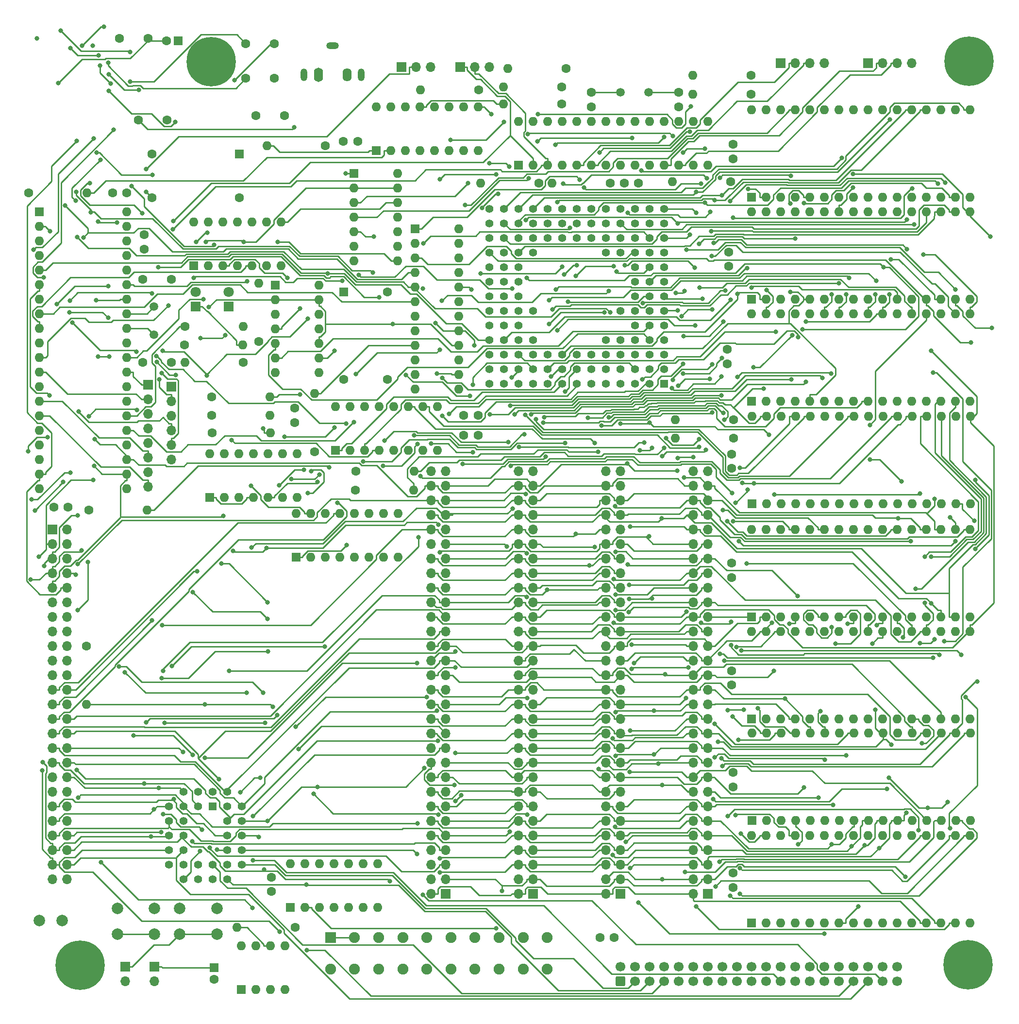
<source format=gbl>
%TF.GenerationSoftware,KiCad,Pcbnew,7.0.10*%
%TF.CreationDate,2024-01-19T17:16:02+02:00*%
%TF.ProjectId,jox030,6a6f7830-3330-42e6-9b69-6361645f7063,rev?*%
%TF.SameCoordinates,Original*%
%TF.FileFunction,Copper,L4,Bot*%
%TF.FilePolarity,Positive*%
%FSLAX46Y46*%
G04 Gerber Fmt 4.6, Leading zero omitted, Abs format (unit mm)*
G04 Created by KiCad (PCBNEW 7.0.10) date 2024-01-19 17:16:02*
%MOMM*%
%LPD*%
G01*
G04 APERTURE LIST*
G04 Aperture macros list*
%AMRoundRect*
0 Rectangle with rounded corners*
0 $1 Rounding radius*
0 $2 $3 $4 $5 $6 $7 $8 $9 X,Y pos of 4 corners*
0 Add a 4 corners polygon primitive as box body*
4,1,4,$2,$3,$4,$5,$6,$7,$8,$9,$2,$3,0*
0 Add four circle primitives for the rounded corners*
1,1,$1+$1,$2,$3*
1,1,$1+$1,$4,$5*
1,1,$1+$1,$6,$7*
1,1,$1+$1,$8,$9*
0 Add four rect primitives between the rounded corners*
20,1,$1+$1,$2,$3,$4,$5,0*
20,1,$1+$1,$4,$5,$6,$7,0*
20,1,$1+$1,$6,$7,$8,$9,0*
20,1,$1+$1,$8,$9,$2,$3,0*%
G04 Aperture macros list end*
%TA.AperFunction,ComponentPad*%
%ADD10C,1.500000*%
%TD*%
%TA.AperFunction,ComponentPad*%
%ADD11C,1.600000*%
%TD*%
%TA.AperFunction,ComponentPad*%
%ADD12R,1.700000X1.700000*%
%TD*%
%TA.AperFunction,ComponentPad*%
%ADD13O,1.700000X1.700000*%
%TD*%
%TA.AperFunction,ComponentPad*%
%ADD14R,1.600000X1.600000*%
%TD*%
%TA.AperFunction,ComponentPad*%
%ADD15O,1.600000X1.600000*%
%TD*%
%TA.AperFunction,ComponentPad*%
%ADD16R,1.397000X1.397000*%
%TD*%
%TA.AperFunction,ComponentPad*%
%ADD17C,1.397000*%
%TD*%
%TA.AperFunction,ComponentPad*%
%ADD18O,1.200000X2.200000*%
%TD*%
%TA.AperFunction,ComponentPad*%
%ADD19O,1.600000X2.300000*%
%TD*%
%TA.AperFunction,ComponentPad*%
%ADD20O,2.200000X1.200000*%
%TD*%
%TA.AperFunction,ComponentPad*%
%ADD21O,1.600000X2.500000*%
%TD*%
%TA.AperFunction,ComponentPad*%
%ADD22C,0.900000*%
%TD*%
%TA.AperFunction,ComponentPad*%
%ADD23C,8.600000*%
%TD*%
%TA.AperFunction,ComponentPad*%
%ADD24R,1.900000X1.900000*%
%TD*%
%TA.AperFunction,ComponentPad*%
%ADD25C,1.900000*%
%TD*%
%TA.AperFunction,ComponentPad*%
%ADD26RoundRect,0.250000X0.600000X-0.600000X0.600000X0.600000X-0.600000X0.600000X-0.600000X-0.600000X0*%
%TD*%
%TA.AperFunction,ComponentPad*%
%ADD27C,1.700000*%
%TD*%
%TA.AperFunction,ComponentPad*%
%ADD28R,1.800000X1.800000*%
%TD*%
%TA.AperFunction,ComponentPad*%
%ADD29C,1.800000*%
%TD*%
%TA.AperFunction,ComponentPad*%
%ADD30C,2.000000*%
%TD*%
%TA.AperFunction,ComponentPad*%
%ADD31C,1.422400*%
%TD*%
%TA.AperFunction,ComponentPad*%
%ADD32R,1.422400X1.422400*%
%TD*%
%TA.AperFunction,ViaPad*%
%ADD33C,0.800000*%
%TD*%
%TA.AperFunction,Conductor*%
%ADD34C,0.250000*%
%TD*%
G04 APERTURE END LIST*
D10*
%TO.P,Y1,1,1*%
%TO.N,Net-(U16-X2)*%
X38000000Y-62800000D03*
%TO.P,Y1,2,2*%
%TO.N,Net-(U16-X1{slash}CLK)*%
X38000000Y-67700000D03*
%TD*%
D11*
%TO.P,C32,1*%
%TO.N,GND*%
X20500000Y-97750000D03*
%TO.P,C32,2*%
%TO.N,+5V*%
X23000000Y-97750000D03*
%TD*%
D12*
%TO.P,J14,1,Pin_1*%
%TO.N,Net-(J14-Pin_1)*%
X33020000Y-177800000D03*
D13*
%TO.P,J14,2,Pin_2*%
%TO.N,GND*%
X33020000Y-180340000D03*
%TD*%
D14*
%TO.P,U16,1,RS1*%
%TO.N,/A0*%
X18010000Y-46230000D03*
D15*
%TO.P,U16,2,IP3*%
%TO.N,Net-(J2-Pin_4)*%
X18010000Y-48770000D03*
%TO.P,U16,3,RS2*%
%TO.N,/A1*%
X18010000Y-51310000D03*
%TO.P,U16,4,IP1*%
%TO.N,Net-(J2-Pin_2)*%
X18010000Y-53850000D03*
%TO.P,U16,5,RS3*%
%TO.N,/A2*%
X18010000Y-56390000D03*
%TO.P,U16,6,RS4*%
%TO.N,/A3*%
X18010000Y-58930000D03*
%TO.P,U16,7,IP0*%
%TO.N,Net-(J2-Pin_1)*%
X18010000Y-61470000D03*
%TO.P,U16,8,R/W*%
%TO.N,/R{slash}W*%
X18010000Y-64010000D03*
%TO.P,U16,9,DTACK*%
%TO.N,Net-(U16-DTACK)*%
X18010000Y-66550000D03*
%TO.P,U16,10,RXDB*%
%TO.N,Net-(J4-Pin_2)*%
X18010000Y-69090000D03*
%TO.P,U16,11,TXDB*%
%TO.N,Net-(J4-Pin_1)*%
X18010000Y-71630000D03*
%TO.P,U16,12,OP1*%
%TO.N,Net-(J1-Pin_2)*%
X18010000Y-74170000D03*
%TO.P,U16,13,OP3*%
%TO.N,Net-(J1-Pin_4)*%
X18010000Y-76710000D03*
%TO.P,U16,14,OP5*%
%TO.N,Net-(J1-Pin_6)*%
X18010000Y-79250000D03*
%TO.P,U16,15,OP7*%
%TO.N,Net-(J1-Pin_8)*%
X18010000Y-81790000D03*
%TO.P,U16,16,D1*%
%TO.N,/D25*%
X18010000Y-84330000D03*
%TO.P,U16,17,D3*%
%TO.N,/D27*%
X18010000Y-86870000D03*
%TO.P,U16,18,D5*%
%TO.N,/D29*%
X18010000Y-89410000D03*
%TO.P,U16,19,D7*%
%TO.N,/D31*%
X18010000Y-91950000D03*
%TO.P,U16,20,GND*%
%TO.N,GND*%
X18010000Y-94490000D03*
%TO.P,U16,21,IRQ*%
%TO.N,/{slash}INT5*%
X33250000Y-94490000D03*
%TO.P,U16,22,D6*%
%TO.N,/D30*%
X33250000Y-91950000D03*
%TO.P,U16,23,D4*%
%TO.N,/D28*%
X33250000Y-89410000D03*
%TO.P,U16,24,D2*%
%TO.N,/D26*%
X33250000Y-86870000D03*
%TO.P,U16,25,D0*%
%TO.N,/D24*%
X33250000Y-84330000D03*
%TO.P,U16,26,OP6*%
%TO.N,Net-(J1-Pin_7)*%
X33250000Y-81790000D03*
%TO.P,U16,27,OP4*%
%TO.N,Net-(J1-Pin_5)*%
X33250000Y-79250000D03*
%TO.P,U16,28,OP2*%
%TO.N,Net-(J1-Pin_3)*%
X33250000Y-76710000D03*
%TO.P,U16,29,OP0*%
%TO.N,Net-(J1-Pin_1)*%
X33250000Y-74170000D03*
%TO.P,U16,30,TXDA*%
%TO.N,Net-(J3-Pin_1)*%
X33250000Y-71630000D03*
%TO.P,U16,31,RXDA*%
%TO.N,Net-(J3-Pin_2)*%
X33250000Y-69090000D03*
%TO.P,U16,32,X1/CLK*%
%TO.N,Net-(U16-X1{slash}CLK)*%
X33250000Y-66550000D03*
%TO.P,U16,33,X2*%
%TO.N,Net-(U16-X2)*%
X33250000Y-64010000D03*
%TO.P,U16,34,RESET*%
%TO.N,/~{RST}*%
X33250000Y-61470000D03*
%TO.P,U16,35,CS*%
%TO.N,/{slash}IO0*%
X33250000Y-58930000D03*
%TO.P,U16,36,IP2*%
%TO.N,Net-(J2-Pin_3)*%
X33250000Y-56390000D03*
%TO.P,U16,37,IACK*%
%TO.N,Net-(U16-IACK)*%
X33250000Y-53850000D03*
%TO.P,U16,38,IP5*%
%TO.N,Net-(J2-Pin_6)*%
X33250000Y-51310000D03*
%TO.P,U16,39,IP4*%
%TO.N,Net-(J2-Pin_5)*%
X33250000Y-48770000D03*
%TO.P,U16,40,VCC*%
%TO.N,+5V*%
X33250000Y-46230000D03*
%TD*%
D14*
%TO.P,U22,1,OD/CLK*%
%TO.N,/{slash}DS*%
X83500000Y-49220000D03*
D15*
%TO.P,U22,2,I0*%
%TO.N,/SIZ0*%
X83500000Y-51760000D03*
%TO.P,U22,3,I1*%
%TO.N,/SIZ1*%
X83500000Y-54300000D03*
%TO.P,U22,4,I2*%
%TO.N,/A0*%
X83500000Y-56840000D03*
%TO.P,U22,5,I3*%
%TO.N,/A1*%
X83500000Y-59380000D03*
%TO.P,U22,6,I4*%
%TO.N,/R{slash}W*%
X83500000Y-61920000D03*
%TO.P,U22,7,I5*%
%TO.N,/{slash}DS*%
X83500000Y-64460000D03*
%TO.P,U22,8,I6*%
%TO.N,/A31*%
X83500000Y-67000000D03*
%TO.P,U22,9,I7*%
%TO.N,Net-(J14-Pin_1)*%
X83500000Y-69540000D03*
%TO.P,U22,10,I8*%
%TO.N,unconnected-(U22-I8-Pad10)*%
X83500000Y-72080000D03*
%TO.P,U22,11,I9*%
%TO.N,unconnected-(U22-I9-Pad11)*%
X83500000Y-74620000D03*
%TO.P,U22,12,GND*%
%TO.N,GND*%
X83500000Y-77160000D03*
%TO.P,U22,13,CLK/OD*%
%TO.N,unconnected-(U22-CLK{slash}OD-Pad13)*%
X91120000Y-77160000D03*
%TO.P,U22,14,LR/O4*%
%TO.N,/{slash}8W*%
X91120000Y-74620000D03*
%TO.P,U22,15,A0/O3*%
%TO.N,/{slash}RAMOFF*%
X91120000Y-72080000D03*
%TO.P,U22,16,A1/O2*%
%TO.N,/A31 after mirroring processing*%
X91120000Y-69540000D03*
%TO.P,U22,17,A2/O1*%
%TO.N,/{slash}R*%
X91120000Y-67000000D03*
%TO.P,U22,18,NC/O0*%
%TO.N,/{slash}LW*%
X91120000Y-64460000D03*
%TO.P,U22,19,O4/NC*%
%TO.N,/{slash}UW*%
X91120000Y-61920000D03*
%TO.P,U22,20,O3/A2*%
%TO.N,/{slash}LLW*%
X91120000Y-59380000D03*
%TO.P,U22,21,O2/A1*%
%TO.N,/{slash}LMW*%
X91120000Y-56840000D03*
%TO.P,U22,22,O1/A0*%
%TO.N,/{slash}UMW*%
X91120000Y-54300000D03*
%TO.P,U22,23,O0/LR*%
%TO.N,/{slash}UUW*%
X91120000Y-51760000D03*
%TO.P,U22,24,VCC*%
%TO.N,+5V*%
X91120000Y-49220000D03*
%TD*%
D11*
%TO.P,R16,1*%
%TO.N,+5V*%
X138580000Y-41000000D03*
D15*
%TO.P,R16,2*%
%TO.N,Net-(U1-CBACK)*%
X128420000Y-41000000D03*
%TD*%
D11*
%TO.P,C12,1*%
%TO.N,Net-(C12-Pad1)*%
X59015000Y-16941800D03*
%TO.P,C12,2*%
%TO.N,Net-(U27D--)*%
X54015000Y-16941800D03*
%TD*%
%TO.P,C21,1*%
%TO.N,GND*%
X138750000Y-128750000D03*
%TO.P,C21,2*%
%TO.N,+5V*%
X138750000Y-126250000D03*
%TD*%
D14*
%TO.P,U17,1*%
%TO.N,/{slash}AS*%
X47696200Y-96052800D03*
D15*
%TO.P,U17,2*%
%TO.N,/A31 after mirroring processing*%
X50236200Y-96052800D03*
%TO.P,U17,3*%
%TO.N,/{slash}RAM*%
X52776200Y-96052800D03*
%TO.P,U17,4*%
%TO.N,/{slash}AS*%
X55316200Y-96052800D03*
%TO.P,U17,5*%
%TO.N,Net-(U17-Pad5)*%
X57856200Y-96052800D03*
%TO.P,U17,6*%
%TO.N,/{slash}ROM*%
X60396200Y-96052800D03*
%TO.P,U17,7,GND*%
%TO.N,GND*%
X62936200Y-96052800D03*
%TO.P,U17,8*%
%TO.N,/{slash}IO*%
X62936200Y-88432800D03*
%TO.P,U17,9*%
%TO.N,/{slash}AS*%
X60396200Y-88432800D03*
%TO.P,U17,10*%
%TO.N,Net-(U17-Pad10)*%
X57856200Y-88432800D03*
%TO.P,U17,11*%
%TO.N,unconnected-(U17-Pad11)*%
X55316200Y-88432800D03*
%TO.P,U17,12*%
%TO.N,GND*%
X52776200Y-88432800D03*
%TO.P,U17,13*%
X50236200Y-88432800D03*
%TO.P,U17,14,VCC*%
%TO.N,+5V*%
X47696200Y-88432800D03*
%TD*%
D11*
%TO.P,R6,1*%
%TO.N,+5V*%
X109080000Y-27500000D03*
D15*
%TO.P,R6,2*%
%TO.N,/{slash}INT2*%
X98920000Y-27500000D03*
%TD*%
D11*
%TO.P,C5,1*%
%TO.N,Net-(U23-XTAL2{slash}PB7)*%
X129540000Y-25440000D03*
%TO.P,C5,2*%
%TO.N,GND*%
X129540000Y-27940000D03*
%TD*%
D12*
%TO.P,J9,1,Pin_1*%
%TO.N,GND*%
X134620000Y-165100000D03*
D13*
%TO.P,J9,2,Pin_2*%
%TO.N,/D0*%
X132080000Y-165100000D03*
%TO.P,J9,3,Pin_3*%
%TO.N,/A2*%
X134620000Y-162560000D03*
%TO.P,J9,4,Pin_4*%
%TO.N,/D1*%
X132080000Y-162560000D03*
%TO.P,J9,5,Pin_5*%
%TO.N,/A3*%
X134620000Y-160020000D03*
%TO.P,J9,6,Pin_6*%
%TO.N,/D2*%
X132080000Y-160020000D03*
%TO.P,J9,7,Pin_7*%
%TO.N,/A4*%
X134620000Y-157480000D03*
%TO.P,J9,8,Pin_8*%
%TO.N,/D3*%
X132080000Y-157480000D03*
%TO.P,J9,9,Pin_9*%
%TO.N,/A5*%
X134620000Y-154940000D03*
%TO.P,J9,10,Pin_10*%
%TO.N,/D4*%
X132080000Y-154940000D03*
%TO.P,J9,11,Pin_11*%
%TO.N,/A6*%
X134620000Y-152400000D03*
%TO.P,J9,12,Pin_12*%
%TO.N,/D5*%
X132080000Y-152400000D03*
%TO.P,J9,13,Pin_13*%
%TO.N,/A7*%
X134620000Y-149860000D03*
%TO.P,J9,14,Pin_14*%
%TO.N,/D6*%
X132080000Y-149860000D03*
%TO.P,J9,15,Pin_15*%
%TO.N,/A8*%
X134620000Y-147320000D03*
%TO.P,J9,16,Pin_16*%
%TO.N,/D7*%
X132080000Y-147320000D03*
%TO.P,J9,17,Pin_17*%
%TO.N,/A9*%
X134620000Y-144780000D03*
%TO.P,J9,18,Pin_18*%
%TO.N,/D8*%
X132080000Y-144780000D03*
%TO.P,J9,19,Pin_19*%
%TO.N,/A10*%
X134620000Y-142240000D03*
%TO.P,J9,20,Pin_20*%
%TO.N,/D9*%
X132080000Y-142240000D03*
%TO.P,J9,21,Pin_21*%
%TO.N,/A11*%
X134620000Y-139700000D03*
%TO.P,J9,22,Pin_22*%
%TO.N,/D10*%
X132080000Y-139700000D03*
%TO.P,J9,23,Pin_23*%
%TO.N,/A12*%
X134620000Y-137160000D03*
%TO.P,J9,24,Pin_24*%
%TO.N,/D11*%
X132080000Y-137160000D03*
%TO.P,J9,25,Pin_25*%
%TO.N,/A13*%
X134620000Y-134620000D03*
%TO.P,J9,26,Pin_26*%
%TO.N,/D12*%
X132080000Y-134620000D03*
%TO.P,J9,27,Pin_27*%
%TO.N,/A14*%
X134620000Y-132080000D03*
%TO.P,J9,28,Pin_28*%
%TO.N,/D13*%
X132080000Y-132080000D03*
%TO.P,J9,29,Pin_29*%
%TO.N,/A15*%
X134620000Y-129540000D03*
%TO.P,J9,30,Pin_30*%
%TO.N,/D14*%
X132080000Y-129540000D03*
%TO.P,J9,31,Pin_31*%
%TO.N,/A16*%
X134620000Y-127000000D03*
%TO.P,J9,32,Pin_32*%
%TO.N,/D15*%
X132080000Y-127000000D03*
%TO.P,J9,33,Pin_33*%
%TO.N,/A17*%
X134620000Y-124460000D03*
%TO.P,J9,34,Pin_34*%
%TO.N,/D16*%
X132080000Y-124460000D03*
%TO.P,J9,35,Pin_35*%
%TO.N,/A18*%
X134620000Y-121920000D03*
%TO.P,J9,36,Pin_36*%
%TO.N,/D17*%
X132080000Y-121920000D03*
%TO.P,J9,37,Pin_37*%
%TO.N,/A19*%
X134620000Y-119380000D03*
%TO.P,J9,38,Pin_38*%
%TO.N,/D18*%
X132080000Y-119380000D03*
%TO.P,J9,39,Pin_39*%
%TO.N,/A20*%
X134620000Y-116840000D03*
%TO.P,J9,40,Pin_40*%
%TO.N,/D19*%
X132080000Y-116840000D03*
%TO.P,J9,41,Pin_41*%
%TO.N,/{slash}R*%
X134620000Y-114300000D03*
%TO.P,J9,42,Pin_42*%
%TO.N,/D20*%
X132080000Y-114300000D03*
%TO.P,J9,43,Pin_43*%
%TO.N,/{slash}LLW*%
X134620000Y-111760000D03*
%TO.P,J9,44,Pin_44*%
%TO.N,/D21*%
X132080000Y-111760000D03*
%TO.P,J9,45,Pin_45*%
%TO.N,/{slash}LMW*%
X134620000Y-109220000D03*
%TO.P,J9,46,Pin_46*%
%TO.N,/D22*%
X132080000Y-109220000D03*
%TO.P,J9,47,Pin_47*%
%TO.N,/{slash}UMW*%
X134620000Y-106680000D03*
%TO.P,J9,48,Pin_48*%
%TO.N,/D23*%
X132080000Y-106680000D03*
%TO.P,J9,49,Pin_49*%
%TO.N,/{slash}UUW*%
X134620000Y-104140000D03*
%TO.P,J9,50,Pin_50*%
%TO.N,/D24*%
X132080000Y-104140000D03*
%TO.P,J9,51,Pin_51*%
%TO.N,/{slash}B5*%
X134620000Y-101600000D03*
%TO.P,J9,52,Pin_52*%
%TO.N,/D25*%
X132080000Y-101600000D03*
%TO.P,J9,53,Pin_53*%
%TO.N,/D31*%
X134620000Y-99060000D03*
%TO.P,J9,54,Pin_54*%
%TO.N,/D26*%
X132080000Y-99060000D03*
%TO.P,J9,55,Pin_55*%
%TO.N,/D30*%
X134620000Y-96520000D03*
%TO.P,J9,56,Pin_56*%
%TO.N,/D27*%
X132080000Y-96520000D03*
%TO.P,J9,57,Pin_57*%
%TO.N,/D29*%
X134620000Y-93980000D03*
%TO.P,J9,58,Pin_58*%
%TO.N,/D28*%
X132080000Y-93980000D03*
%TO.P,J9,59,Pin_59*%
%TO.N,GND*%
X134620000Y-91440000D03*
%TO.P,J9,60,Pin_60*%
%TO.N,+5V*%
X132080000Y-91440000D03*
%TD*%
D11*
%TO.P,C30,1*%
%TO.N,GND*%
X71000000Y-34000000D03*
%TO.P,C30,2*%
%TO.N,+5V*%
X73500000Y-34000000D03*
%TD*%
D16*
%TO.P,U1,A1,BR*%
%TO.N,Net-(U1-BR)*%
X127000000Y-76200000D03*
D17*
%TO.P,U1,A2,A0*%
%TO.N,/A0*%
X124460000Y-76200000D03*
%TO.P,U1,A3,A30*%
%TO.N,/A30*%
X121920000Y-76200000D03*
%TO.P,U1,A4,A28*%
%TO.N,/A28*%
X119380000Y-76200000D03*
%TO.P,U1,A5,A26*%
%TO.N,/A26*%
X116840000Y-76200000D03*
%TO.P,U1,A6,A24*%
%TO.N,/A24*%
X114300000Y-76200000D03*
%TO.P,U1,A7,A23*%
%TO.N,/A23*%
X111760000Y-76200000D03*
%TO.P,U1,A8,A21*%
%TO.N,/A21*%
X109220000Y-76200000D03*
%TO.P,U1,A9,A19*%
%TO.N,/A19*%
X106680000Y-76200000D03*
%TO.P,U1,A10,A17*%
%TO.N,/A17*%
X104140000Y-76200000D03*
%TO.P,U1,A11,A15*%
%TO.N,/A15*%
X101600000Y-76200000D03*
%TO.P,U1,A12,A13*%
%TO.N,/A13*%
X99060000Y-76200000D03*
%TO.P,U1,A13,A10*%
%TO.N,/A10*%
X96520000Y-76200000D03*
%TO.P,U1,B1,RMC*%
%TO.N,unconnected-(U1-RMC-PadB1)*%
X127000000Y-73660000D03*
%TO.P,U1,B2,BG*%
%TO.N,unconnected-(U1-BG-PadB2)*%
X124460000Y-73660000D03*
%TO.P,U1,B3,A31*%
%TO.N,/A31*%
X121920000Y-73660000D03*
%TO.P,U1,B4,A29*%
%TO.N,/A29*%
X119380000Y-73660000D03*
%TO.P,U1,B5,A27*%
%TO.N,/A27*%
X116840000Y-73660000D03*
%TO.P,U1,B6,A25*%
%TO.N,/A25*%
X114300000Y-73660000D03*
%TO.P,U1,B7,A22*%
%TO.N,/A22*%
X111760000Y-73660000D03*
%TO.P,U1,B8,A20*%
%TO.N,/A20*%
X109220000Y-73660000D03*
%TO.P,U1,B9,A16*%
%TO.N,/A16*%
X106680000Y-73660000D03*
%TO.P,U1,B10,A14*%
%TO.N,/A14*%
X104140000Y-73660000D03*
%TO.P,U1,B11,A12*%
%TO.N,/A12*%
X101600000Y-73660000D03*
%TO.P,U1,B12,A8*%
%TO.N,/A8*%
X99060000Y-73660000D03*
%TO.P,U1,B13,A7*%
%TO.N,/A7*%
X96520000Y-73660000D03*
%TO.P,U1,C1,FC1*%
%TO.N,Net-(U1-FC1)*%
X127000000Y-71120000D03*
%TO.P,U1,C2,CIOUT*%
%TO.N,unconnected-(U1-CIOUT-PadC2)*%
X124460000Y-71120000D03*
%TO.P,U1,C3,BGACK*%
%TO.N,Net-(U1-BGACK)*%
X121920000Y-71120000D03*
%TO.P,U1,C4,A1*%
%TO.N,/A1*%
X119380000Y-71120000D03*
%TO.P,U1,C5,GND*%
%TO.N,GND*%
X116840000Y-71120000D03*
%TO.P,U1,C6,VCC*%
%TO.N,+5V*%
X114300000Y-71120000D03*
%TO.P,U1,C7,GND*%
%TO.N,GND*%
X111760000Y-71120000D03*
%TO.P,U1,C8,A18*%
%TO.N,/A18*%
X109220000Y-71120000D03*
%TO.P,U1,C9,GND*%
%TO.N,GND*%
X106680000Y-71120000D03*
%TO.P,U1,C10,A11*%
%TO.N,/A11*%
X104140000Y-71120000D03*
%TO.P,U1,C11,A9*%
%TO.N,/A9*%
X101600000Y-71120000D03*
%TO.P,U1,C12,A5*%
%TO.N,/A5*%
X99060000Y-71120000D03*
%TO.P,U1,C13,A4*%
%TO.N,/A4*%
X96520000Y-71120000D03*
%TO.P,U1,D1,FC2*%
%TO.N,Net-(U1-FC2)*%
X127000000Y-68580000D03*
%TO.P,U1,D2,FC0*%
%TO.N,Net-(U1-FC0)*%
X124460000Y-68580000D03*
%TO.P,U1,D3,OCS*%
%TO.N,unconnected-(U1-OCS-PadD3)*%
X121920000Y-68580000D03*
%TO.P,U1,D4,VCC*%
%TO.N,+5V*%
X119380000Y-68580000D03*
%TO.P,U1,D5,NC*%
%TO.N,unconnected-(U1-NC-PadD5)*%
X116840000Y-68580000D03*
%TO.P,U1,D10,VCC*%
%TO.N,+5V*%
X104140000Y-68580000D03*
%TO.P,U1,D11,A6*%
%TO.N,/A6*%
X101600000Y-68580000D03*
%TO.P,U1,D12,A3*%
%TO.N,/A3*%
X99060000Y-68580000D03*
%TO.P,U1,D13,A2*%
%TO.N,/A2*%
X96520000Y-68580000D03*
%TO.P,U1,E1,CLK*%
%TO.N,Net-(U1-CLK)*%
X127000000Y-66040000D03*
%TO.P,U1,E2,AVEC*%
%TO.N,Net-(U1-AVEC)*%
X124460000Y-66040000D03*
%TO.P,U1,E3,GND*%
%TO.N,GND*%
X121920000Y-66040000D03*
%TO.P,U1,E11,GND*%
X101600000Y-66040000D03*
%TO.P,U1,E12,NC*%
%TO.N,unconnected-(U1-NC-PadE12)*%
X99060000Y-66040000D03*
%TO.P,U1,E13,IPEND*%
%TO.N,unconnected-(U1-IPEND-PadE13)*%
X96520000Y-66040000D03*
%TO.P,U1,F1,DSACK0*%
%TO.N,/{slash}DSACK0*%
X127000000Y-63500000D03*
%TO.P,U1,F2,VCC*%
%TO.N,+5V*%
X124460000Y-63500000D03*
%TO.P,U1,F3,GND*%
%TO.N,GND*%
X121920000Y-63500000D03*
%TO.P,U1,F4,NC*%
%TO.N,unconnected-(U1-NC-PadF4)*%
X119380000Y-63500000D03*
%TO.P,U1,F10,NC*%
%TO.N,unconnected-(U1-NC-PadF10)*%
X104140000Y-63500000D03*
%TO.P,U1,F11,VCC*%
%TO.N,+5V*%
X101600000Y-63500000D03*
%TO.P,U1,F12,RESET*%
%TO.N,/~{RST}*%
X99060000Y-63500000D03*
%TO.P,U1,F13,MMUDIS*%
%TO.N,Net-(U1-MMUDIS)*%
X96520000Y-63500000D03*
%TO.P,U1,G1,STERM*%
%TO.N,Net-(U1-STERM)*%
X127000000Y-60960000D03*
%TO.P,U1,G2,DSACK1*%
%TO.N,/{slash}DSACK1*%
X124460000Y-60960000D03*
%TO.P,U1,G3,GND*%
%TO.N,GND*%
X121920000Y-60960000D03*
%TO.P,U1,G11,GND*%
X101600000Y-60960000D03*
%TO.P,U1,G12,IPL2*%
%TO.N,/~{IPL2}*%
X99060000Y-60960000D03*
%TO.P,U1,G13,IPL1*%
%TO.N,/~{IPL1}*%
X96520000Y-60960000D03*
%TO.P,U1,H1,BERR*%
%TO.N,Net-(U1-BERR)*%
X127000000Y-58420000D03*
%TO.P,U1,H2,HALT*%
%TO.N,Net-(U1-HALT)*%
X124460000Y-58420000D03*
%TO.P,U1,H3,VCC*%
%TO.N,+5V*%
X121920000Y-58420000D03*
%TO.P,U1,H11,VCC*%
X101600000Y-58420000D03*
%TO.P,U1,H12,CDIS*%
%TO.N,Net-(U1-CDIS)*%
X99060000Y-58420000D03*
%TO.P,U1,H13,IPL0*%
%TO.N,/~{IPL0}*%
X96520000Y-58420000D03*
%TO.P,U1,J1,CBACK*%
%TO.N,Net-(U1-CBACK)*%
X127000000Y-55880000D03*
%TO.P,U1,J2,AS*%
%TO.N,/{slash}AS*%
X124460000Y-55880000D03*
%TO.P,U1,J3,GND*%
%TO.N,GND*%
X121920000Y-55880000D03*
%TO.P,U1,J11,GND*%
X101600000Y-55880000D03*
%TO.P,U1,J12,STATUS*%
%TO.N,unconnected-(U1-STATUS-PadJ12)*%
X99060000Y-55880000D03*
%TO.P,U1,J13,REFILL*%
%TO.N,unconnected-(U1-REFILL-PadJ13)*%
X96520000Y-55880000D03*
%TO.P,U1,K1,CBREQ*%
%TO.N,unconnected-(U1-CBREQ-PadK1)*%
X127000000Y-53340000D03*
%TO.P,U1,K2,DS*%
%TO.N,/{slash}DS*%
X124460000Y-53340000D03*
%TO.P,U1,K3,SIZ1*%
%TO.N,/SIZ1*%
X121920000Y-53340000D03*
%TO.P,U1,K4,VCC*%
%TO.N,+5V*%
X119380000Y-53340000D03*
%TO.P,U1,K5,NC*%
%TO.N,unconnected-(U1-NC-PadK5)*%
X116840000Y-53340000D03*
%TO.P,U1,K10,VCC*%
%TO.N,+5V*%
X104140000Y-53340000D03*
%TO.P,U1,K11,D5*%
%TO.N,/D5*%
X101600000Y-53340000D03*
%TO.P,U1,K12,D1*%
%TO.N,/D1*%
X99060000Y-53340000D03*
%TO.P,U1,K13,D0*%
%TO.N,/D0*%
X96520000Y-53340000D03*
%TO.P,U1,L1,CIIN*%
%TO.N,Net-(U1-CIIN)*%
X127000000Y-50800000D03*
%TO.P,U1,L2,SIZ0*%
%TO.N,/SIZ0*%
X124460000Y-50800000D03*
%TO.P,U1,L3,R/W*%
%TO.N,/R{slash}W*%
X121920000Y-50800000D03*
%TO.P,U1,L4,D30*%
%TO.N,/D30*%
X119380000Y-50800000D03*
%TO.P,U1,L5,GND*%
%TO.N,GND*%
X116840000Y-50800000D03*
%TO.P,U1,L6,VCC*%
%TO.N,+5V*%
X114300000Y-50800000D03*
%TO.P,U1,L7,GND*%
%TO.N,GND*%
X111760000Y-50800000D03*
%TO.P,U1,L8,GND*%
X109220000Y-50800000D03*
%TO.P,U1,L9,GND*%
X106680000Y-50800000D03*
%TO.P,U1,L10,D10*%
%TO.N,/D10*%
X104140000Y-50800000D03*
%TO.P,U1,L11,D7*%
%TO.N,/D7*%
X101600000Y-50800000D03*
%TO.P,U1,L12,D4*%
%TO.N,/D4*%
X99060000Y-50800000D03*
%TO.P,U1,L13,D2*%
%TO.N,/D2*%
X96520000Y-50800000D03*
%TO.P,U1,M1,DBEN*%
%TO.N,unconnected-(U1-DBEN-PadM1)*%
X127000000Y-48260000D03*
%TO.P,U1,M2,ECS*%
%TO.N,unconnected-(U1-ECS-PadM2)*%
X124460000Y-48260000D03*
%TO.P,U1,M3,D29*%
%TO.N,/D29*%
X121920000Y-48260000D03*
%TO.P,U1,M4,D27*%
%TO.N,/D27*%
X119380000Y-48260000D03*
%TO.P,U1,M5,D24*%
%TO.N,/D24*%
X116840000Y-48260000D03*
%TO.P,U1,M6,D22*%
%TO.N,/D22*%
X114300000Y-48260000D03*
%TO.P,U1,M7,D20*%
%TO.N,/D20*%
X111760000Y-48260000D03*
%TO.P,U1,M8,D17*%
%TO.N,/D17*%
X109220000Y-48260000D03*
%TO.P,U1,M9,D14*%
%TO.N,/D14*%
X106680000Y-48260000D03*
%TO.P,U1,M10,D12*%
%TO.N,/D12*%
X104140000Y-48260000D03*
%TO.P,U1,M11,D9*%
%TO.N,/D9*%
X101600000Y-48260000D03*
%TO.P,U1,M12,D6*%
%TO.N,/D6*%
X99060000Y-48260000D03*
%TO.P,U1,M13,D3*%
%TO.N,/D3*%
X96520000Y-48260000D03*
%TO.P,U1,N1,D31*%
%TO.N,/D31*%
X127000000Y-45720000D03*
%TO.P,U1,N2,D28*%
%TO.N,/D28*%
X124460000Y-45720000D03*
%TO.P,U1,N3,D26*%
%TO.N,/D26*%
X121920000Y-45720000D03*
%TO.P,U1,N4,D25*%
%TO.N,/D25*%
X119380000Y-45720000D03*
%TO.P,U1,N5,D23*%
%TO.N,/D23*%
X116840000Y-45720000D03*
%TO.P,U1,N6,D21*%
%TO.N,/D21*%
X114300000Y-45720000D03*
%TO.P,U1,N7,D19*%
%TO.N,/D19*%
X111760000Y-45720000D03*
%TO.P,U1,N8,D18*%
%TO.N,/D18*%
X109220000Y-45720000D03*
%TO.P,U1,N9,D16*%
%TO.N,/D16*%
X106680000Y-45720000D03*
%TO.P,U1,N10,D15*%
%TO.N,/D15*%
X104140000Y-45720000D03*
%TO.P,U1,N11,D13*%
%TO.N,/D13*%
X101600000Y-45720000D03*
%TO.P,U1,N12,D11*%
%TO.N,/D11*%
X99060000Y-45720000D03*
%TO.P,U1,N13,D8*%
%TO.N,/D8*%
X96520000Y-45720000D03*
%TD*%
D11*
%TO.P,C3,1*%
%TO.N,Net-(U16-X2)*%
X41000000Y-58000000D03*
%TO.P,C3,2*%
%TO.N,GND*%
X36000000Y-58000000D03*
%TD*%
%TO.P,R15,1*%
%TO.N,+5V*%
X139080000Y-85750000D03*
D15*
%TO.P,R15,2*%
%TO.N,Net-(U1-BR)*%
X128920000Y-85750000D03*
%TD*%
D18*
%TO.P,J11,R*%
%TO.N,/RIGHT*%
X74138800Y-22348200D03*
D19*
%TO.P,J11,RN*%
%TO.N,N/C*%
X71638800Y-22348200D03*
D20*
%TO.P,J11,S*%
%TO.N,GND*%
X69138800Y-17348200D03*
D18*
%TO.P,J11,T*%
%TO.N,/LEFT*%
X64138800Y-22348200D03*
D21*
%TO.P,J11,TN*%
%TO.N,N/C*%
X66638800Y-22348200D03*
%TD*%
D11*
%TO.P,C25,1*%
%TO.N,GND*%
X36250000Y-52750000D03*
%TO.P,C25,2*%
%TO.N,+5V*%
X36250000Y-50250000D03*
%TD*%
D14*
%TO.P,U10,1,A18*%
%TO.N,/A20*%
X142296000Y-97136000D03*
D15*
%TO.P,U10,2,A16*%
%TO.N,/A18*%
X144836000Y-97136000D03*
%TO.P,U10,3,A14*%
%TO.N,/A16*%
X147376000Y-97136000D03*
%TO.P,U10,4,A12*%
%TO.N,/A14*%
X149916000Y-97136000D03*
%TO.P,U10,5,A7*%
%TO.N,/A9*%
X152456000Y-97136000D03*
%TO.P,U10,6,A6*%
%TO.N,/A8*%
X154996000Y-97136000D03*
%TO.P,U10,7,A5*%
%TO.N,/A7*%
X157536000Y-97136000D03*
%TO.P,U10,8,A4*%
%TO.N,/A6*%
X160076000Y-97136000D03*
%TO.P,U10,9,A3*%
%TO.N,/A5*%
X162616000Y-97136000D03*
%TO.P,U10,10,A2*%
%TO.N,/A4*%
X165156000Y-97136000D03*
%TO.P,U10,11,A1*%
%TO.N,/A3*%
X167696000Y-97136000D03*
%TO.P,U10,12,A0*%
%TO.N,/A2*%
X170236000Y-97136000D03*
%TO.P,U10,13,DQ0*%
%TO.N,/D16*%
X172776000Y-97136000D03*
%TO.P,U10,14,DQ1*%
%TO.N,/D17*%
X175316000Y-97136000D03*
%TO.P,U10,15,DQ2*%
%TO.N,/D18*%
X177856000Y-97136000D03*
%TO.P,U10,16,VSS*%
%TO.N,GND*%
X180396000Y-97136000D03*
%TO.P,U10,17,DQ3*%
%TO.N,/D19*%
X180396000Y-81896000D03*
%TO.P,U10,18,DQ4*%
%TO.N,/D20*%
X177856000Y-81896000D03*
%TO.P,U10,19,DQ5*%
%TO.N,/D21*%
X175316000Y-81896000D03*
%TO.P,U10,20,DQ6*%
%TO.N,/D22*%
X172776000Y-81896000D03*
%TO.P,U10,21,DQ7*%
%TO.N,/D23*%
X170236000Y-81896000D03*
%TO.P,U10,22,CE#*%
%TO.N,/{slash}B1*%
X167696000Y-81896000D03*
%TO.P,U10,23,A10*%
%TO.N,/A12*%
X165156000Y-81896000D03*
%TO.P,U10,24,OE#*%
%TO.N,/{slash}R*%
X162616000Y-81896000D03*
%TO.P,U10,25,A11*%
%TO.N,/A13*%
X160076000Y-81896000D03*
%TO.P,U10,26,A9*%
%TO.N,/A11*%
X157536000Y-81896000D03*
%TO.P,U10,27,A8*%
%TO.N,/A10*%
X154996000Y-81896000D03*
%TO.P,U10,28,A13*%
%TO.N,/A15*%
X152456000Y-81896000D03*
%TO.P,U10,29,WE#*%
%TO.N,/{slash}UMW*%
X149916000Y-81896000D03*
%TO.P,U10,30,A17*%
%TO.N,/A19*%
X147376000Y-81896000D03*
%TO.P,U10,31,A15*%
%TO.N,/A17*%
X144836000Y-81896000D03*
%TO.P,U10,32,VCC*%
%TO.N,+5V*%
X142296000Y-81896000D03*
%TD*%
D22*
%TO.P,H2,1*%
%TO.N,N/C*%
X44769600Y-20069600D03*
X45714181Y-17789181D03*
X45714181Y-22350019D03*
X47994600Y-16844600D03*
D23*
X47994600Y-20069600D03*
D22*
X47994600Y-23294600D03*
X50275019Y-17789181D03*
X50275019Y-22350019D03*
X51219600Y-20069600D03*
%TD*%
D14*
%TO.P,U4,1*%
%TO.N,/{slash}16B*%
X72872600Y-39573200D03*
D15*
%TO.P,U4,2*%
%TO.N,/{slash}32B*%
X72872600Y-42113200D03*
%TO.P,U4,3*%
%TO.N,/{slash}DSACK1*%
X72872600Y-44653200D03*
%TO.P,U4,4*%
%TO.N,Net-(U1-FC2)*%
X72872600Y-47193200D03*
%TO.P,U4,5*%
%TO.N,Net-(U1-FC1)*%
X72872600Y-49733200D03*
%TO.P,U4,6*%
%TO.N,Net-(U3-Pad4)*%
X72872600Y-52273200D03*
%TO.P,U4,7,GND*%
%TO.N,GND*%
X72872600Y-54813200D03*
%TO.P,U4,8*%
%TO.N,Net-(U3-Pad1)*%
X80492600Y-54813200D03*
%TO.P,U4,9*%
%TO.N,/A30*%
X80492600Y-52273200D03*
%TO.P,U4,10*%
%TO.N,/A31 after mirroring processing*%
X80492600Y-49733200D03*
%TO.P,U4,11*%
%TO.N,/{slash}DSACK0*%
X80492600Y-47193200D03*
%TO.P,U4,12*%
%TO.N,/{slash}8B*%
X80492600Y-44653200D03*
%TO.P,U4,13*%
%TO.N,/{slash}32B*%
X80492600Y-42113200D03*
%TO.P,U4,14,VCC*%
%TO.N,+5V*%
X80492600Y-39573200D03*
%TD*%
D11*
%TO.P,R25,1*%
%TO.N,+5V*%
X66000000Y-88080000D03*
D15*
%TO.P,R25,2*%
%TO.N,Net-(J14-Pin_1)*%
X66000000Y-77920000D03*
%TD*%
D11*
%TO.P,R1,1*%
%TO.N,+5V*%
X62580000Y-171000000D03*
D15*
%TO.P,R1,2*%
%TO.N,Net-(J15-Pin_1)*%
X52420000Y-171000000D03*
%TD*%
D11*
%TO.P,C20,1*%
%TO.N,GND*%
X138750000Y-91000000D03*
%TO.P,C20,2*%
%TO.N,+5V*%
X138750000Y-88500000D03*
%TD*%
%TO.P,R17,1*%
%TO.N,+5V*%
X73090000Y-94750000D03*
D15*
%TO.P,R17,2*%
%TO.N,Net-(U1-STERM)*%
X83250000Y-94750000D03*
%TD*%
D11*
%TO.P,C2,1*%
%TO.N,Net-(U16-X1{slash}CLK)*%
X41000000Y-72500000D03*
%TO.P,C2,2*%
%TO.N,GND*%
X36000000Y-72500000D03*
%TD*%
%TO.P,R20,1*%
%TO.N,+5V*%
X56250000Y-68830000D03*
D15*
%TO.P,R20,2*%
%TO.N,/{slash}8B*%
X56250000Y-58670000D03*
%TD*%
D11*
%TO.P,C27,1*%
%TO.N,GND*%
X138250000Y-55750000D03*
%TO.P,C27,2*%
%TO.N,+5V*%
X138250000Y-53250000D03*
%TD*%
D14*
%TO.P,U23,1,~{RESET}/PC6*%
%TO.N,/{slash}RST*%
X101600000Y-38100000D03*
D15*
%TO.P,U23,2,PD0*%
%TO.N,Net-(J4-Pin_1)*%
X104140000Y-38100000D03*
%TO.P,U23,3,PD1*%
%TO.N,Net-(J4-Pin_2)*%
X106680000Y-38100000D03*
%TO.P,U23,4,PD2*%
%TO.N,unconnected-(U23-PD2-Pad4)*%
X109220000Y-38100000D03*
%TO.P,U23,5,PD3*%
%TO.N,Net-(J12-Pin_2)*%
X111760000Y-38100000D03*
%TO.P,U23,6,PD4*%
%TO.N,Net-(J12-Pin_3)*%
X114300000Y-38100000D03*
%TO.P,U23,7,VCC*%
%TO.N,+5V*%
X116840000Y-38100000D03*
%TO.P,U23,8,GND*%
%TO.N,GND*%
X119380000Y-38100000D03*
%TO.P,U23,9,XTAL1/PB6*%
%TO.N,Net-(U23-XTAL1{slash}PB6)*%
X121920000Y-38100000D03*
%TO.P,U23,10,XTAL2/PB7*%
%TO.N,Net-(U23-XTAL2{slash}PB7)*%
X124460000Y-38100000D03*
%TO.P,U23,11,PD5*%
%TO.N,Net-(J13-Pin_2)*%
X127000000Y-38100000D03*
%TO.P,U23,12,PD6*%
%TO.N,Net-(J13-Pin_3)*%
X129540000Y-38100000D03*
%TO.P,U23,13,PD7*%
%TO.N,unconnected-(U23-PD7-Pad13)*%
X132080000Y-38100000D03*
%TO.P,U23,14,PB0*%
%TO.N,unconnected-(U23-PB0-Pad14)*%
X134620000Y-38100000D03*
%TO.P,U23,15,PB1*%
%TO.N,unconnected-(U23-PB1-Pad15)*%
X134620000Y-30480000D03*
%TO.P,U23,16,PB2*%
%TO.N,unconnected-(U23-PB2-Pad16)*%
X132080000Y-30480000D03*
%TO.P,U23,17,PB3*%
%TO.N,unconnected-(U23-PB3-Pad17)*%
X129540000Y-30480000D03*
%TO.P,U23,18,PB4*%
%TO.N,unconnected-(U23-PB4-Pad18)*%
X127000000Y-30480000D03*
%TO.P,U23,19,PB5*%
%TO.N,unconnected-(U23-PB5-Pad19)*%
X124460000Y-30480000D03*
%TO.P,U23,20,AVCC*%
%TO.N,+5V*%
X121920000Y-30480000D03*
%TO.P,U23,21,AREF*%
%TO.N,unconnected-(U23-AREF-Pad21)*%
X119380000Y-30480000D03*
%TO.P,U23,22,GND*%
%TO.N,GND*%
X116840000Y-30480000D03*
%TO.P,U23,23,PC0*%
%TO.N,unconnected-(U23-PC0-Pad23)*%
X114300000Y-30480000D03*
%TO.P,U23,24,PC1*%
%TO.N,unconnected-(U23-PC1-Pad24)*%
X111760000Y-30480000D03*
%TO.P,U23,25,PC2*%
%TO.N,unconnected-(U23-PC2-Pad25)*%
X109220000Y-30480000D03*
%TO.P,U23,26,PC3*%
%TO.N,unconnected-(U23-PC3-Pad26)*%
X106680000Y-30480000D03*
%TO.P,U23,27,PC4*%
%TO.N,unconnected-(U23-PC4-Pad27)*%
X104140000Y-30480000D03*
%TO.P,U23,28,PC5*%
%TO.N,unconnected-(U23-PC5-Pad28)*%
X101600000Y-30480000D03*
%TD*%
D11*
%TO.P,R24,1*%
%TO.N,Net-(J1-Pin_7)*%
X43420000Y-66250000D03*
D15*
%TO.P,R24,2*%
%TO.N,Net-(D1-K)*%
X53580000Y-66250000D03*
%TD*%
D11*
%TO.P,C24,1*%
%TO.N,GND*%
X118250000Y-172750000D03*
%TO.P,C24,2*%
%TO.N,+5V*%
X115750000Y-172750000D03*
%TD*%
D15*
%TO.P,U7,32,VCC*%
%TO.N,+5V*%
X142296000Y-137096000D03*
%TO.P,U7,31,A15*%
%TO.N,/A17*%
X144836000Y-137096000D03*
%TO.P,U7,30,A17*%
%TO.N,/A19*%
X147376000Y-137096000D03*
%TO.P,U7,29,WE#*%
%TO.N,/{slash}LMW*%
X149916000Y-137096000D03*
%TO.P,U7,28,A13*%
%TO.N,/A15*%
X152456000Y-137096000D03*
%TO.P,U7,27,A8*%
%TO.N,/A10*%
X154996000Y-137096000D03*
%TO.P,U7,26,A9*%
%TO.N,/A11*%
X157536000Y-137096000D03*
%TO.P,U7,25,A11*%
%TO.N,/A13*%
X160076000Y-137096000D03*
%TO.P,U7,24,OE#*%
%TO.N,/{slash}R*%
X162616000Y-137096000D03*
%TO.P,U7,23,A10*%
%TO.N,/A12*%
X165156000Y-137096000D03*
%TO.P,U7,22,CE#*%
%TO.N,/{slash}B0*%
X167696000Y-137096000D03*
%TO.P,U7,21,DQ7*%
%TO.N,/D15*%
X170236000Y-137096000D03*
%TO.P,U7,20,DQ6*%
%TO.N,/D14*%
X172776000Y-137096000D03*
%TO.P,U7,19,DQ5*%
%TO.N,/D13*%
X175316000Y-137096000D03*
%TO.P,U7,18,DQ4*%
%TO.N,/D12*%
X177856000Y-137096000D03*
%TO.P,U7,17,DQ3*%
%TO.N,/D11*%
X180396000Y-137096000D03*
%TO.P,U7,16,VSS*%
%TO.N,GND*%
X180396000Y-152336000D03*
%TO.P,U7,15,DQ2*%
%TO.N,/D10*%
X177856000Y-152336000D03*
%TO.P,U7,14,DQ1*%
%TO.N,/D9*%
X175316000Y-152336000D03*
%TO.P,U7,13,DQ0*%
%TO.N,/D8*%
X172776000Y-152336000D03*
%TO.P,U7,12,A0*%
%TO.N,/A2*%
X170236000Y-152336000D03*
%TO.P,U7,11,A1*%
%TO.N,/A3*%
X167696000Y-152336000D03*
%TO.P,U7,10,A2*%
%TO.N,/A4*%
X165156000Y-152336000D03*
%TO.P,U7,9,A3*%
%TO.N,/A5*%
X162616000Y-152336000D03*
%TO.P,U7,8,A4*%
%TO.N,/A6*%
X160076000Y-152336000D03*
%TO.P,U7,7,A5*%
%TO.N,/A7*%
X157536000Y-152336000D03*
%TO.P,U7,6,A6*%
%TO.N,/A8*%
X154996000Y-152336000D03*
%TO.P,U7,5,A7*%
%TO.N,/A9*%
X152456000Y-152336000D03*
%TO.P,U7,4,A12*%
%TO.N,/A14*%
X149916000Y-152336000D03*
%TO.P,U7,3,A14*%
%TO.N,/A16*%
X147376000Y-152336000D03*
%TO.P,U7,2,A16*%
%TO.N,/A18*%
X144836000Y-152336000D03*
D14*
%TO.P,U7,1,A18*%
%TO.N,/A20*%
X142296000Y-152336000D03*
%TD*%
D24*
%TO.P,J10,1,+3.3V*%
%TO.N,Net-(J10-+3.3V-Pad1)*%
X68780000Y-172720000D03*
D25*
%TO.P,J10,2,+3.3V*%
X72980000Y-172720000D03*
%TO.P,J10,3,GND*%
%TO.N,GND*%
X77180000Y-172720000D03*
%TO.P,J10,4,+5V*%
%TO.N,+5V*%
X81380000Y-172720000D03*
%TO.P,J10,5,GND*%
%TO.N,GND*%
X85580000Y-172720000D03*
%TO.P,J10,6,+5V*%
%TO.N,+5V*%
X89780000Y-172720000D03*
%TO.P,J10,7,GND*%
%TO.N,GND*%
X93980000Y-172720000D03*
%TO.P,J10,8,PWR_OK*%
%TO.N,unconnected-(J10-PWR_OK-Pad8)*%
X98180000Y-172720000D03*
%TO.P,J10,9,+5VSB*%
%TO.N,unconnected-(J10-+5VSB-Pad9)*%
X102380000Y-172720000D03*
%TO.P,J10,10,+12V*%
%TO.N,+12V*%
X106580000Y-172720000D03*
%TO.P,J10,11,+3.3V*%
%TO.N,Net-(J10-+3.3V-Pad1)*%
X68780000Y-178220000D03*
%TO.P,J10,12,-12V*%
%TO.N,-12V*%
X72980000Y-178220000D03*
%TO.P,J10,13,GND*%
%TO.N,GND*%
X77180000Y-178220000D03*
%TO.P,J10,14,PS_ON#*%
%TO.N,unconnected-(J10-PS_ON#-Pad14)*%
X81380000Y-178220000D03*
%TO.P,J10,15,GND*%
%TO.N,GND*%
X85580000Y-178220000D03*
%TO.P,J10,16,GND*%
X89780000Y-178220000D03*
%TO.P,J10,17,GND*%
X93980000Y-178220000D03*
%TO.P,J10,18,-5V/NC*%
%TO.N,unconnected-(J10--5V{slash}NC-Pad18)*%
X98180000Y-178220000D03*
%TO.P,J10,19,+5V*%
%TO.N,+5V*%
X102380000Y-178220000D03*
%TO.P,J10,20,+5V*%
X106580000Y-178220000D03*
%TD*%
D26*
%TO.P,J5,1,RESET*%
%TO.N,/~{RST}*%
X119380000Y-180340000D03*
D27*
%TO.P,J5,2,GND*%
%TO.N,GND*%
X119380000Y-177800000D03*
%TO.P,J5,3,D7*%
%TO.N,/D31*%
X121920000Y-180340000D03*
%TO.P,J5,4,D8*%
%TO.N,unconnected-(J5-D8-Pad4)*%
X121920000Y-177800000D03*
%TO.P,J5,5,D6*%
%TO.N,/D30*%
X124460000Y-180340000D03*
%TO.P,J5,6,D9*%
%TO.N,unconnected-(J5-D9-Pad6)*%
X124460000Y-177800000D03*
%TO.P,J5,7,D5*%
%TO.N,/D29*%
X127000000Y-180340000D03*
%TO.P,J5,8,D10*%
%TO.N,unconnected-(J5-D10-Pad8)*%
X127000000Y-177800000D03*
%TO.P,J5,9,D4*%
%TO.N,/D28*%
X129540000Y-180340000D03*
%TO.P,J5,10,D11*%
%TO.N,unconnected-(J5-D11-Pad10)*%
X129540000Y-177800000D03*
%TO.P,J5,11,D3*%
%TO.N,/D27*%
X132080000Y-180340000D03*
%TO.P,J5,12,D12*%
%TO.N,unconnected-(J5-D12-Pad12)*%
X132080000Y-177800000D03*
%TO.P,J5,13,D2*%
%TO.N,/D26*%
X134620000Y-180340000D03*
%TO.P,J5,14,D13*%
%TO.N,unconnected-(J5-D13-Pad14)*%
X134620000Y-177800000D03*
%TO.P,J5,15,D1*%
%TO.N,/D25*%
X137160000Y-180340000D03*
%TO.P,J5,16,D14*%
%TO.N,unconnected-(J5-D14-Pad16)*%
X137160000Y-177800000D03*
%TO.P,J5,17,D0*%
%TO.N,/D24*%
X139700000Y-180340000D03*
%TO.P,J5,18,D15*%
%TO.N,unconnected-(J5-D15-Pad18)*%
X139700000Y-177800000D03*
%TO.P,J5,19,GND*%
%TO.N,GND*%
X142240000Y-180340000D03*
%TO.P,J5,20,KEY*%
%TO.N,unconnected-(J5-KEY-Pad20)*%
X142240000Y-177800000D03*
%TO.P,J5,21,DMARQ*%
%TO.N,unconnected-(J5-DMARQ-Pad21)*%
X144780000Y-180340000D03*
%TO.P,J5,22,GND*%
%TO.N,GND*%
X144780000Y-177800000D03*
%TO.P,J5,23,~{DIOW}*%
%TO.N,/{slash}8W*%
X147320000Y-180340000D03*
%TO.P,J5,24,GND*%
%TO.N,GND*%
X147320000Y-177800000D03*
%TO.P,J5,25,~{DIOR}*%
%TO.N,/{slash}R*%
X149860000Y-180340000D03*
%TO.P,J5,26,GND*%
%TO.N,GND*%
X149860000Y-177800000D03*
%TO.P,J5,27,IORDY*%
%TO.N,unconnected-(J5-IORDY-Pad27)*%
X152400000Y-180340000D03*
%TO.P,J5,28,CSEL*%
%TO.N,unconnected-(J5-CSEL-Pad28)*%
X152400000Y-177800000D03*
%TO.P,J5,29,~{DMARK}*%
%TO.N,+5V*%
X154940000Y-180340000D03*
%TO.P,J5,30,GND*%
%TO.N,GND*%
X154940000Y-177800000D03*
%TO.P,J5,31,INTRQ*%
%TO.N,unconnected-(J5-INTRQ-Pad31)*%
X157480000Y-180340000D03*
%TO.P,J5,32,~{IOCS16}*%
%TO.N,unconnected-(J5-~{IOCS16}-Pad32)*%
X157480000Y-177800000D03*
%TO.P,J5,33,DA1*%
%TO.N,/A1*%
X160020000Y-180340000D03*
%TO.P,J5,34,~{PDIAG}*%
%TO.N,unconnected-(J5-~{PDIAG}-Pad34)*%
X160020000Y-177800000D03*
%TO.P,J5,35,DA0*%
%TO.N,/A0*%
X162560000Y-180340000D03*
%TO.P,J5,36,DA2*%
%TO.N,/A2*%
X162560000Y-177800000D03*
%TO.P,J5,37,~{CS0}*%
%TO.N,/{slash}IO1*%
X165100000Y-180340000D03*
%TO.P,J5,38,~{CS1}*%
%TO.N,+5V*%
X165100000Y-177800000D03*
%TO.P,J5,39,~{DASP}*%
%TO.N,unconnected-(J5-~{DASP}-Pad39)*%
X167640000Y-180340000D03*
%TO.P,J5,40,GND*%
%TO.N,GND*%
X167640000Y-177800000D03*
%TD*%
D11*
%TO.P,C29,1*%
%TO.N,GND*%
X122500000Y-41250000D03*
%TO.P,C29,2*%
%TO.N,+5V*%
X120000000Y-41250000D03*
%TD*%
D22*
%TO.P,H1,1*%
%TO.N,N/C*%
X176869600Y-20044600D03*
X177814181Y-17764181D03*
X177814181Y-22325019D03*
X180094600Y-16819600D03*
D23*
X180094600Y-20044600D03*
D22*
X180094600Y-23269600D03*
X182375019Y-17764181D03*
X182375019Y-22325019D03*
X183319600Y-20044600D03*
%TD*%
D14*
%TO.P,U2,1,GND*%
%TO.N,GND*%
X53200000Y-181800000D03*
D15*
%TO.P,U2,2,TR*%
%TO.N,Net-(J15-Pin_1)*%
X55740000Y-181800000D03*
%TO.P,U2,3,Q*%
%TO.N,Net-(U2-Q)*%
X58280000Y-181800000D03*
%TO.P,U2,4,R*%
%TO.N,+5V*%
X60820000Y-181800000D03*
%TO.P,U2,5,CV*%
%TO.N,unconnected-(U2-CV-Pad5)*%
X60820000Y-174180000D03*
%TO.P,U2,6,THR*%
%TO.N,Net-(J15-Pin_1)*%
X58280000Y-174180000D03*
%TO.P,U2,7,DIS*%
%TO.N,unconnected-(U2-DIS-Pad7)*%
X55740000Y-174180000D03*
%TO.P,U2,8,VCC*%
%TO.N,+5V*%
X53200000Y-174180000D03*
%TD*%
D14*
%TO.P,U20,1*%
%TO.N,/{slash}RAM*%
X44927600Y-55666800D03*
D15*
%TO.P,U20,2*%
%TO.N,/{slash}32B*%
X47467600Y-55666800D03*
%TO.P,U20,3*%
%TO.N,/{slash}ROM*%
X50007600Y-55666800D03*
%TO.P,U20,4*%
%TO.N,/{slash}8B*%
X52547600Y-55666800D03*
%TO.P,U20,5*%
%TO.N,Net-(U16-DTACK)*%
X55087600Y-55666800D03*
%TO.P,U20,6*%
%TO.N,/{slash}8B*%
X57627600Y-55666800D03*
%TO.P,U20,7,GND*%
%TO.N,GND*%
X60167600Y-55666800D03*
%TO.P,U20,8*%
%TO.N,/{slash}8B*%
X60167600Y-48046800D03*
%TO.P,U20,9*%
%TO.N,/{slash}IO1*%
X57627600Y-48046800D03*
%TO.P,U20,10*%
%TO.N,/{slash}8B*%
X55087600Y-48046800D03*
%TO.P,U20,11*%
%TO.N,Net-(PERPORT1-Pin_25)*%
X52547600Y-48046800D03*
%TO.P,U20,12*%
%TO.N,unconnected-(U20-Pad12)*%
X50007600Y-48046800D03*
%TO.P,U20,13*%
%TO.N,GND*%
X47467600Y-48046800D03*
%TO.P,U20,14,VCC*%
%TO.N,+5V*%
X44927600Y-48046800D03*
%TD*%
D14*
%TO.P,U13,1,A18*%
%TO.N,/A20*%
X142240000Y-43688000D03*
D15*
%TO.P,U13,2,A16*%
%TO.N,/A18*%
X144780000Y-43688000D03*
%TO.P,U13,3,A14*%
%TO.N,/A16*%
X147320000Y-43688000D03*
%TO.P,U13,4,A12*%
%TO.N,/A14*%
X149860000Y-43688000D03*
%TO.P,U13,5,A7*%
%TO.N,/A9*%
X152400000Y-43688000D03*
%TO.P,U13,6,A6*%
%TO.N,/A8*%
X154940000Y-43688000D03*
%TO.P,U13,7,A5*%
%TO.N,/A7*%
X157480000Y-43688000D03*
%TO.P,U13,8,A4*%
%TO.N,/A6*%
X160020000Y-43688000D03*
%TO.P,U13,9,A3*%
%TO.N,/A5*%
X162560000Y-43688000D03*
%TO.P,U13,10,A2*%
%TO.N,/A4*%
X165100000Y-43688000D03*
%TO.P,U13,11,A1*%
%TO.N,/A3*%
X167640000Y-43688000D03*
%TO.P,U13,12,A0*%
%TO.N,/A2*%
X170180000Y-43688000D03*
%TO.P,U13,13,DQ0*%
%TO.N,/D8*%
X172720000Y-43688000D03*
%TO.P,U13,14,DQ1*%
%TO.N,/D9*%
X175260000Y-43688000D03*
%TO.P,U13,15,DQ2*%
%TO.N,/D10*%
X177800000Y-43688000D03*
%TO.P,U13,16,VSS*%
%TO.N,GND*%
X180340000Y-43688000D03*
%TO.P,U13,17,DQ3*%
%TO.N,/D11*%
X180340000Y-28448000D03*
%TO.P,U13,18,DQ4*%
%TO.N,/D12*%
X177800000Y-28448000D03*
%TO.P,U13,19,DQ5*%
%TO.N,/D13*%
X175260000Y-28448000D03*
%TO.P,U13,20,DQ6*%
%TO.N,/D14*%
X172720000Y-28448000D03*
%TO.P,U13,21,DQ7*%
%TO.N,/D15*%
X170180000Y-28448000D03*
%TO.P,U13,22,CE#*%
%TO.N,/{slash}B1*%
X167640000Y-28448000D03*
%TO.P,U13,23,A10*%
%TO.N,/A12*%
X165100000Y-28448000D03*
%TO.P,U13,24,OE#*%
%TO.N,/{slash}R*%
X162560000Y-28448000D03*
%TO.P,U13,25,A11*%
%TO.N,/A13*%
X160020000Y-28448000D03*
%TO.P,U13,26,A9*%
%TO.N,/A11*%
X157480000Y-28448000D03*
%TO.P,U13,27,A8*%
%TO.N,/A10*%
X154940000Y-28448000D03*
%TO.P,U13,28,A13*%
%TO.N,/A15*%
X152400000Y-28448000D03*
%TO.P,U13,29,WE#*%
%TO.N,/{slash}LMW*%
X149860000Y-28448000D03*
%TO.P,U13,30,A17*%
%TO.N,/A19*%
X147320000Y-28448000D03*
%TO.P,U13,31,A15*%
%TO.N,/A17*%
X144780000Y-28448000D03*
%TO.P,U13,32,VCC*%
%TO.N,+5V*%
X142240000Y-28448000D03*
%TD*%
D11*
%TO.P,C23,1*%
%TO.N,GND*%
X139000000Y-164000000D03*
%TO.P,C23,2*%
%TO.N,+5V*%
X139000000Y-161500000D03*
%TD*%
%TO.P,C35,1*%
%TO.N,GND*%
X92000000Y-85250000D03*
%TO.P,C35,2*%
%TO.N,+5V*%
X94500000Y-85250000D03*
%TD*%
%TO.P,R9,1*%
%TO.N,+5V*%
X26670000Y-98250000D03*
D15*
%TO.P,R9,2*%
%TO.N,/{slash}INT5*%
X36830000Y-98250000D03*
%TD*%
D11*
%TO.P,C19,1*%
%TO.N,GND*%
X138750000Y-110000000D03*
%TO.P,C19,2*%
%TO.N,+5V*%
X138750000Y-107500000D03*
%TD*%
D15*
%TO.P,R21,2*%
%TO.N,/{slash}16B*%
X58250000Y-78500000D03*
D11*
%TO.P,R21,1*%
%TO.N,+5V*%
X48090000Y-78500000D03*
%TD*%
D14*
%TO.P,X2,1,EN*%
%TO.N,+5V*%
X52870000Y-36190000D03*
D11*
%TO.P,X2,7,GND*%
%TO.N,GND*%
X37630000Y-36190000D03*
%TO.P,X2,8,OUT*%
%TO.N,Net-(U21-M)*%
X37630000Y-43810000D03*
%TO.P,X2,14,Vcc*%
%TO.N,+5V*%
X52870000Y-43810000D03*
%TD*%
%TO.P,C22,1*%
%TO.N,GND*%
X139000000Y-146500000D03*
%TO.P,C22,2*%
%TO.N,+5V*%
X139000000Y-144000000D03*
%TD*%
%TO.P,C34,1*%
%TO.N,GND*%
X92000000Y-81700000D03*
%TO.P,C34,2*%
%TO.N,+5V*%
X94500000Y-81700000D03*
%TD*%
D22*
%TO.P,H4,1*%
%TO.N,N/C*%
X21900000Y-177550000D03*
X22844581Y-175269581D03*
X22844581Y-179830419D03*
X25125000Y-174325000D03*
D23*
X25125000Y-177550000D03*
D22*
X25125000Y-180775000D03*
X27405419Y-175269581D03*
X27405419Y-179830419D03*
X28350000Y-177550000D03*
%TD*%
D11*
%TO.P,R10,1*%
%TO.N,+5V*%
X94580000Y-25000000D03*
D15*
%TO.P,R10,2*%
%TO.N,/{slash}INT6*%
X84420000Y-25000000D03*
%TD*%
D14*
%TO.P,U11,1,A18*%
%TO.N,/A20*%
X142240000Y-79248000D03*
D15*
%TO.P,U11,2,A16*%
%TO.N,/A18*%
X144780000Y-79248000D03*
%TO.P,U11,3,A14*%
%TO.N,/A16*%
X147320000Y-79248000D03*
%TO.P,U11,4,A12*%
%TO.N,/A14*%
X149860000Y-79248000D03*
%TO.P,U11,5,A7*%
%TO.N,/A9*%
X152400000Y-79248000D03*
%TO.P,U11,6,A6*%
%TO.N,/A8*%
X154940000Y-79248000D03*
%TO.P,U11,7,A5*%
%TO.N,/A7*%
X157480000Y-79248000D03*
%TO.P,U11,8,A4*%
%TO.N,/A6*%
X160020000Y-79248000D03*
%TO.P,U11,9,A3*%
%TO.N,/A5*%
X162560000Y-79248000D03*
%TO.P,U11,10,A2*%
%TO.N,/A4*%
X165100000Y-79248000D03*
%TO.P,U11,11,A1*%
%TO.N,/A3*%
X167640000Y-79248000D03*
%TO.P,U11,12,A0*%
%TO.N,/A2*%
X170180000Y-79248000D03*
%TO.P,U11,13,DQ0*%
%TO.N,/D24*%
X172720000Y-79248000D03*
%TO.P,U11,14,DQ1*%
%TO.N,/D25*%
X175260000Y-79248000D03*
%TO.P,U11,15,DQ2*%
%TO.N,/D26*%
X177800000Y-79248000D03*
%TO.P,U11,16,VSS*%
%TO.N,GND*%
X180340000Y-79248000D03*
%TO.P,U11,17,DQ3*%
%TO.N,/D27*%
X180340000Y-64008000D03*
%TO.P,U11,18,DQ4*%
%TO.N,/D28*%
X177800000Y-64008000D03*
%TO.P,U11,19,DQ5*%
%TO.N,/D29*%
X175260000Y-64008000D03*
%TO.P,U11,20,DQ6*%
%TO.N,/D30*%
X172720000Y-64008000D03*
%TO.P,U11,21,DQ7*%
%TO.N,/D31*%
X170180000Y-64008000D03*
%TO.P,U11,22,CE#*%
%TO.N,/{slash}B1*%
X167640000Y-64008000D03*
%TO.P,U11,23,A10*%
%TO.N,/A12*%
X165100000Y-64008000D03*
%TO.P,U11,24,OE#*%
%TO.N,/{slash}R*%
X162560000Y-64008000D03*
%TO.P,U11,25,A11*%
%TO.N,/A13*%
X160020000Y-64008000D03*
%TO.P,U11,26,A9*%
%TO.N,/A11*%
X157480000Y-64008000D03*
%TO.P,U11,27,A8*%
%TO.N,/A10*%
X154940000Y-64008000D03*
%TO.P,U11,28,A13*%
%TO.N,/A15*%
X152400000Y-64008000D03*
%TO.P,U11,29,WE#*%
%TO.N,/{slash}UUW*%
X149860000Y-64008000D03*
%TO.P,U11,30,A17*%
%TO.N,/A19*%
X147320000Y-64008000D03*
%TO.P,U11,31,A15*%
%TO.N,/A17*%
X144780000Y-64008000D03*
%TO.P,U11,32,VCC*%
%TO.N,+5V*%
X142240000Y-64008000D03*
%TD*%
D28*
%TO.P,D1,1,K*%
%TO.N,Net-(D1-K)*%
X51000000Y-62790000D03*
D29*
%TO.P,D1,2,A*%
%TO.N,+5V*%
X51000000Y-60250000D03*
%TD*%
D11*
%TO.P,C28,1*%
%TO.N,GND*%
X139000000Y-37000000D03*
%TO.P,C28,2*%
%TO.N,+5V*%
X139000000Y-34500000D03*
%TD*%
D12*
%TO.P,J12,1,Pin_1*%
%TO.N,+5V*%
X147320000Y-20320000D03*
D13*
%TO.P,J12,2,Pin_2*%
%TO.N,Net-(J12-Pin_2)*%
X149860000Y-20320000D03*
%TO.P,J12,3,Pin_3*%
%TO.N,Net-(J12-Pin_3)*%
X152400000Y-20320000D03*
%TO.P,J12,4,Pin_4*%
%TO.N,GND*%
X154940000Y-20320000D03*
%TD*%
D12*
%TO.P,J8,1,Pin_1*%
%TO.N,GND*%
X119380000Y-165100000D03*
D13*
%TO.P,J8,2,Pin_2*%
%TO.N,/D0*%
X116840000Y-165100000D03*
%TO.P,J8,3,Pin_3*%
%TO.N,/A2*%
X119380000Y-162560000D03*
%TO.P,J8,4,Pin_4*%
%TO.N,/D1*%
X116840000Y-162560000D03*
%TO.P,J8,5,Pin_5*%
%TO.N,/A3*%
X119380000Y-160020000D03*
%TO.P,J8,6,Pin_6*%
%TO.N,/D2*%
X116840000Y-160020000D03*
%TO.P,J8,7,Pin_7*%
%TO.N,/A4*%
X119380000Y-157480000D03*
%TO.P,J8,8,Pin_8*%
%TO.N,/D3*%
X116840000Y-157480000D03*
%TO.P,J8,9,Pin_9*%
%TO.N,/A5*%
X119380000Y-154940000D03*
%TO.P,J8,10,Pin_10*%
%TO.N,/D4*%
X116840000Y-154940000D03*
%TO.P,J8,11,Pin_11*%
%TO.N,/A6*%
X119380000Y-152400000D03*
%TO.P,J8,12,Pin_12*%
%TO.N,/D5*%
X116840000Y-152400000D03*
%TO.P,J8,13,Pin_13*%
%TO.N,/A7*%
X119380000Y-149860000D03*
%TO.P,J8,14,Pin_14*%
%TO.N,/D6*%
X116840000Y-149860000D03*
%TO.P,J8,15,Pin_15*%
%TO.N,/A8*%
X119380000Y-147320000D03*
%TO.P,J8,16,Pin_16*%
%TO.N,/D7*%
X116840000Y-147320000D03*
%TO.P,J8,17,Pin_17*%
%TO.N,/A9*%
X119380000Y-144780000D03*
%TO.P,J8,18,Pin_18*%
%TO.N,/D8*%
X116840000Y-144780000D03*
%TO.P,J8,19,Pin_19*%
%TO.N,/A10*%
X119380000Y-142240000D03*
%TO.P,J8,20,Pin_20*%
%TO.N,/D9*%
X116840000Y-142240000D03*
%TO.P,J8,21,Pin_21*%
%TO.N,/A11*%
X119380000Y-139700000D03*
%TO.P,J8,22,Pin_22*%
%TO.N,/D10*%
X116840000Y-139700000D03*
%TO.P,J8,23,Pin_23*%
%TO.N,/A12*%
X119380000Y-137160000D03*
%TO.P,J8,24,Pin_24*%
%TO.N,/D11*%
X116840000Y-137160000D03*
%TO.P,J8,25,Pin_25*%
%TO.N,/A13*%
X119380000Y-134620000D03*
%TO.P,J8,26,Pin_26*%
%TO.N,/D12*%
X116840000Y-134620000D03*
%TO.P,J8,27,Pin_27*%
%TO.N,/A14*%
X119380000Y-132080000D03*
%TO.P,J8,28,Pin_28*%
%TO.N,/D13*%
X116840000Y-132080000D03*
%TO.P,J8,29,Pin_29*%
%TO.N,/A15*%
X119380000Y-129540000D03*
%TO.P,J8,30,Pin_30*%
%TO.N,/D14*%
X116840000Y-129540000D03*
%TO.P,J8,31,Pin_31*%
%TO.N,/A16*%
X119380000Y-127000000D03*
%TO.P,J8,32,Pin_32*%
%TO.N,/D15*%
X116840000Y-127000000D03*
%TO.P,J8,33,Pin_33*%
%TO.N,/A17*%
X119380000Y-124460000D03*
%TO.P,J8,34,Pin_34*%
%TO.N,/D16*%
X116840000Y-124460000D03*
%TO.P,J8,35,Pin_35*%
%TO.N,/A18*%
X119380000Y-121920000D03*
%TO.P,J8,36,Pin_36*%
%TO.N,/D17*%
X116840000Y-121920000D03*
%TO.P,J8,37,Pin_37*%
%TO.N,/A19*%
X119380000Y-119380000D03*
%TO.P,J8,38,Pin_38*%
%TO.N,/D18*%
X116840000Y-119380000D03*
%TO.P,J8,39,Pin_39*%
%TO.N,/A20*%
X119380000Y-116840000D03*
%TO.P,J8,40,Pin_40*%
%TO.N,/D19*%
X116840000Y-116840000D03*
%TO.P,J8,41,Pin_41*%
%TO.N,/{slash}R*%
X119380000Y-114300000D03*
%TO.P,J8,42,Pin_42*%
%TO.N,/D20*%
X116840000Y-114300000D03*
%TO.P,J8,43,Pin_43*%
%TO.N,/{slash}LLW*%
X119380000Y-111760000D03*
%TO.P,J8,44,Pin_44*%
%TO.N,/D21*%
X116840000Y-111760000D03*
%TO.P,J8,45,Pin_45*%
%TO.N,/{slash}LMW*%
X119380000Y-109220000D03*
%TO.P,J8,46,Pin_46*%
%TO.N,/D22*%
X116840000Y-109220000D03*
%TO.P,J8,47,Pin_47*%
%TO.N,/{slash}UMW*%
X119380000Y-106680000D03*
%TO.P,J8,48,Pin_48*%
%TO.N,/D23*%
X116840000Y-106680000D03*
%TO.P,J8,49,Pin_49*%
%TO.N,/{slash}UUW*%
X119380000Y-104140000D03*
%TO.P,J8,50,Pin_50*%
%TO.N,/D24*%
X116840000Y-104140000D03*
%TO.P,J8,51,Pin_51*%
%TO.N,/{slash}B4*%
X119380000Y-101600000D03*
%TO.P,J8,52,Pin_52*%
%TO.N,/D25*%
X116840000Y-101600000D03*
%TO.P,J8,53,Pin_53*%
%TO.N,/D31*%
X119380000Y-99060000D03*
%TO.P,J8,54,Pin_54*%
%TO.N,/D26*%
X116840000Y-99060000D03*
%TO.P,J8,55,Pin_55*%
%TO.N,/D30*%
X119380000Y-96520000D03*
%TO.P,J8,56,Pin_56*%
%TO.N,/D27*%
X116840000Y-96520000D03*
%TO.P,J8,57,Pin_57*%
%TO.N,/D29*%
X119380000Y-93980000D03*
%TO.P,J8,58,Pin_58*%
%TO.N,/D28*%
X116840000Y-93980000D03*
%TO.P,J8,59,Pin_59*%
%TO.N,GND*%
X119380000Y-91440000D03*
%TO.P,J8,60,Pin_60*%
%TO.N,+5V*%
X116840000Y-91440000D03*
%TD*%
D11*
%TO.P,R3,1*%
%TO.N,+5V*%
X142080000Y-22500000D03*
D15*
%TO.P,R3,2*%
%TO.N,Net-(U1-HALT)*%
X131920000Y-22500000D03*
%TD*%
D11*
%TO.P,R12,1*%
%TO.N,+5V*%
X117580000Y-41250000D03*
D15*
%TO.P,R12,2*%
%TO.N,Net-(U1-CDIS)*%
X107420000Y-41250000D03*
%TD*%
D14*
%TO.P,C1,1*%
%TO.N,Net-(J15-Pin_1)*%
X48500000Y-178000000D03*
D11*
%TO.P,C1,2*%
%TO.N,GND*%
X48500000Y-180000000D03*
%TD*%
%TO.P,R13,1*%
%TO.N,+5V*%
X105080000Y-41250000D03*
D15*
%TO.P,R13,2*%
%TO.N,Net-(U1-MMUDIS)*%
X94920000Y-41250000D03*
%TD*%
D11*
%TO.P,R7,1*%
%TO.N,+5V*%
X67830000Y-34750000D03*
D15*
%TO.P,R7,2*%
%TO.N,/{slash}INT3*%
X57670000Y-34750000D03*
%TD*%
D14*
%TO.P,C7,1*%
%TO.N,GND*%
X42205100Y-16500000D03*
D11*
%TO.P,C7,2*%
%TO.N,Net-(C6-Pad2)*%
X40205100Y-16500000D03*
%TD*%
D14*
%TO.P,U6,1,A18*%
%TO.N,/A20*%
X142240000Y-170180000D03*
D15*
%TO.P,U6,2,A16*%
%TO.N,/A18*%
X144780000Y-170180000D03*
%TO.P,U6,3,A14*%
%TO.N,/A16*%
X147320000Y-170180000D03*
%TO.P,U6,4,A12*%
%TO.N,/A14*%
X149860000Y-170180000D03*
%TO.P,U6,5,A7*%
%TO.N,/A9*%
X152400000Y-170180000D03*
%TO.P,U6,6,A6*%
%TO.N,/A8*%
X154940000Y-170180000D03*
%TO.P,U6,7,A5*%
%TO.N,/A7*%
X157480000Y-170180000D03*
%TO.P,U6,8,A4*%
%TO.N,/A6*%
X160020000Y-170180000D03*
%TO.P,U6,9,A3*%
%TO.N,/A5*%
X162560000Y-170180000D03*
%TO.P,U6,10,A2*%
%TO.N,/A4*%
X165100000Y-170180000D03*
%TO.P,U6,11,A1*%
%TO.N,/A3*%
X167640000Y-170180000D03*
%TO.P,U6,12,A0*%
%TO.N,/A2*%
X170180000Y-170180000D03*
%TO.P,U6,13,DQ0*%
%TO.N,/D0*%
X172720000Y-170180000D03*
%TO.P,U6,14,DQ1*%
%TO.N,/D1*%
X175260000Y-170180000D03*
%TO.P,U6,15,DQ2*%
%TO.N,/D2*%
X177800000Y-170180000D03*
%TO.P,U6,16,VSS*%
%TO.N,GND*%
X180340000Y-170180000D03*
%TO.P,U6,17,DQ3*%
%TO.N,/D3*%
X180340000Y-154940000D03*
%TO.P,U6,18,DQ4*%
%TO.N,/D4*%
X177800000Y-154940000D03*
%TO.P,U6,19,DQ5*%
%TO.N,/D5*%
X175260000Y-154940000D03*
%TO.P,U6,20,DQ6*%
%TO.N,/D6*%
X172720000Y-154940000D03*
%TO.P,U6,21,DQ7*%
%TO.N,/D7*%
X170180000Y-154940000D03*
%TO.P,U6,22,CE#*%
%TO.N,/{slash}B0*%
X167640000Y-154940000D03*
%TO.P,U6,23,A10*%
%TO.N,/A12*%
X165100000Y-154940000D03*
%TO.P,U6,24,OE#*%
%TO.N,/{slash}R*%
X162560000Y-154940000D03*
%TO.P,U6,25,A11*%
%TO.N,/A13*%
X160020000Y-154940000D03*
%TO.P,U6,26,A9*%
%TO.N,/A11*%
X157480000Y-154940000D03*
%TO.P,U6,27,A8*%
%TO.N,/A10*%
X154940000Y-154940000D03*
%TO.P,U6,28,A13*%
%TO.N,/A15*%
X152400000Y-154940000D03*
%TO.P,U6,29,WE#*%
%TO.N,/{slash}LLW*%
X149860000Y-154940000D03*
%TO.P,U6,30,A17*%
%TO.N,/A19*%
X147320000Y-154940000D03*
%TO.P,U6,31,A15*%
%TO.N,/A17*%
X144780000Y-154940000D03*
%TO.P,U6,32,VCC*%
%TO.N,+5V*%
X142240000Y-154940000D03*
%TD*%
D11*
%TO.P,C16,1*%
%TO.N,Net-(C16-Pad1)*%
X35250000Y-30250000D03*
%TO.P,C16,2*%
%TO.N,Net-(C14-Pad2)*%
X40250000Y-30250000D03*
%TD*%
D22*
%TO.P,H3,1*%
%TO.N,N/C*%
X176744600Y-177519600D03*
X177689181Y-175239181D03*
X177689181Y-179800019D03*
X179969600Y-174294600D03*
D23*
X179969600Y-177519600D03*
D22*
X179969600Y-180744600D03*
X182250019Y-175239181D03*
X182250019Y-179800019D03*
X183194600Y-177519600D03*
%TD*%
D11*
%TO.P,C31,1*%
%TO.N,GND*%
X62500000Y-80500000D03*
%TO.P,C31,2*%
%TO.N,+5V*%
X62500000Y-83000000D03*
%TD*%
%TO.P,R33,1*%
%TO.N,Net-(J1-Pin_8)*%
X43340000Y-69500000D03*
D15*
%TO.P,R33,2*%
%TO.N,Net-(D2-K)*%
X53500000Y-69500000D03*
%TD*%
D28*
%TO.P,D2,1,K*%
%TO.N,Net-(D2-K)*%
X45250000Y-62775000D03*
D29*
%TO.P,D2,2,A*%
%TO.N,+5V*%
X45250000Y-60235000D03*
%TD*%
D12*
%TO.P,J6,1,Pin_1*%
%TO.N,GND*%
X88900000Y-165100000D03*
D13*
%TO.P,J6,2,Pin_2*%
%TO.N,/D0*%
X86360000Y-165100000D03*
%TO.P,J6,3,Pin_3*%
%TO.N,/A2*%
X88900000Y-162560000D03*
%TO.P,J6,4,Pin_4*%
%TO.N,/D1*%
X86360000Y-162560000D03*
%TO.P,J6,5,Pin_5*%
%TO.N,/A3*%
X88900000Y-160020000D03*
%TO.P,J6,6,Pin_6*%
%TO.N,/D2*%
X86360000Y-160020000D03*
%TO.P,J6,7,Pin_7*%
%TO.N,/A4*%
X88900000Y-157480000D03*
%TO.P,J6,8,Pin_8*%
%TO.N,/D3*%
X86360000Y-157480000D03*
%TO.P,J6,9,Pin_9*%
%TO.N,/A5*%
X88900000Y-154940000D03*
%TO.P,J6,10,Pin_10*%
%TO.N,/D4*%
X86360000Y-154940000D03*
%TO.P,J6,11,Pin_11*%
%TO.N,/A6*%
X88900000Y-152400000D03*
%TO.P,J6,12,Pin_12*%
%TO.N,/D5*%
X86360000Y-152400000D03*
%TO.P,J6,13,Pin_13*%
%TO.N,/A7*%
X88900000Y-149860000D03*
%TO.P,J6,14,Pin_14*%
%TO.N,/D6*%
X86360000Y-149860000D03*
%TO.P,J6,15,Pin_15*%
%TO.N,/A8*%
X88900000Y-147320000D03*
%TO.P,J6,16,Pin_16*%
%TO.N,/D7*%
X86360000Y-147320000D03*
%TO.P,J6,17,Pin_17*%
%TO.N,/A9*%
X88900000Y-144780000D03*
%TO.P,J6,18,Pin_18*%
%TO.N,/D8*%
X86360000Y-144780000D03*
%TO.P,J6,19,Pin_19*%
%TO.N,/A10*%
X88900000Y-142240000D03*
%TO.P,J6,20,Pin_20*%
%TO.N,/D9*%
X86360000Y-142240000D03*
%TO.P,J6,21,Pin_21*%
%TO.N,/A11*%
X88900000Y-139700000D03*
%TO.P,J6,22,Pin_22*%
%TO.N,/D10*%
X86360000Y-139700000D03*
%TO.P,J6,23,Pin_23*%
%TO.N,/A12*%
X88900000Y-137160000D03*
%TO.P,J6,24,Pin_24*%
%TO.N,/D11*%
X86360000Y-137160000D03*
%TO.P,J6,25,Pin_25*%
%TO.N,/A13*%
X88900000Y-134620000D03*
%TO.P,J6,26,Pin_26*%
%TO.N,/D12*%
X86360000Y-134620000D03*
%TO.P,J6,27,Pin_27*%
%TO.N,/A14*%
X88900000Y-132080000D03*
%TO.P,J6,28,Pin_28*%
%TO.N,/D13*%
X86360000Y-132080000D03*
%TO.P,J6,29,Pin_29*%
%TO.N,/A15*%
X88900000Y-129540000D03*
%TO.P,J6,30,Pin_30*%
%TO.N,/D14*%
X86360000Y-129540000D03*
%TO.P,J6,31,Pin_31*%
%TO.N,/A16*%
X88900000Y-127000000D03*
%TO.P,J6,32,Pin_32*%
%TO.N,/D15*%
X86360000Y-127000000D03*
%TO.P,J6,33,Pin_33*%
%TO.N,/A17*%
X88900000Y-124460000D03*
%TO.P,J6,34,Pin_34*%
%TO.N,/D16*%
X86360000Y-124460000D03*
%TO.P,J6,35,Pin_35*%
%TO.N,/A18*%
X88900000Y-121920000D03*
%TO.P,J6,36,Pin_36*%
%TO.N,/D17*%
X86360000Y-121920000D03*
%TO.P,J6,37,Pin_37*%
%TO.N,/A19*%
X88900000Y-119380000D03*
%TO.P,J6,38,Pin_38*%
%TO.N,/D18*%
X86360000Y-119380000D03*
%TO.P,J6,39,Pin_39*%
%TO.N,/A20*%
X88900000Y-116840000D03*
%TO.P,J6,40,Pin_40*%
%TO.N,/D19*%
X86360000Y-116840000D03*
%TO.P,J6,41,Pin_41*%
%TO.N,/{slash}R*%
X88900000Y-114300000D03*
%TO.P,J6,42,Pin_42*%
%TO.N,/D20*%
X86360000Y-114300000D03*
%TO.P,J6,43,Pin_43*%
%TO.N,/{slash}LLW*%
X88900000Y-111760000D03*
%TO.P,J6,44,Pin_44*%
%TO.N,/D21*%
X86360000Y-111760000D03*
%TO.P,J6,45,Pin_45*%
%TO.N,/{slash}LMW*%
X88900000Y-109220000D03*
%TO.P,J6,46,Pin_46*%
%TO.N,/D22*%
X86360000Y-109220000D03*
%TO.P,J6,47,Pin_47*%
%TO.N,/{slash}UMW*%
X88900000Y-106680000D03*
%TO.P,J6,48,Pin_48*%
%TO.N,/D23*%
X86360000Y-106680000D03*
%TO.P,J6,49,Pin_49*%
%TO.N,/{slash}UUW*%
X88900000Y-104140000D03*
%TO.P,J6,50,Pin_50*%
%TO.N,/D24*%
X86360000Y-104140000D03*
%TO.P,J6,51,Pin_51*%
%TO.N,/{slash}B2*%
X88900000Y-101600000D03*
%TO.P,J6,52,Pin_52*%
%TO.N,/D25*%
X86360000Y-101600000D03*
%TO.P,J6,53,Pin_53*%
%TO.N,/D31*%
X88900000Y-99060000D03*
%TO.P,J6,54,Pin_54*%
%TO.N,/D26*%
X86360000Y-99060000D03*
%TO.P,J6,55,Pin_55*%
%TO.N,/D30*%
X88900000Y-96520000D03*
%TO.P,J6,56,Pin_56*%
%TO.N,/D27*%
X86360000Y-96520000D03*
%TO.P,J6,57,Pin_57*%
%TO.N,/D29*%
X88900000Y-93980000D03*
%TO.P,J6,58,Pin_58*%
%TO.N,/D28*%
X86360000Y-93980000D03*
%TO.P,J6,59,Pin_59*%
%TO.N,GND*%
X88900000Y-91440000D03*
%TO.P,J6,60,Pin_60*%
%TO.N,+5V*%
X86360000Y-91440000D03*
%TD*%
D11*
%TO.P,R5,1*%
%TO.N,+5V*%
X109080000Y-24500000D03*
D15*
%TO.P,R5,2*%
%TO.N,/{slash}INT1*%
X98920000Y-24500000D03*
%TD*%
D12*
%TO.P,J13,1,Pin_1*%
%TO.N,+5V*%
X162560000Y-20320000D03*
D13*
%TO.P,J13,2,Pin_2*%
%TO.N,Net-(J13-Pin_2)*%
X165100000Y-20320000D03*
%TO.P,J13,3,Pin_3*%
%TO.N,Net-(J13-Pin_3)*%
X167640000Y-20320000D03*
%TO.P,J13,4,Pin_4*%
%TO.N,GND*%
X170180000Y-20320000D03*
%TD*%
D30*
%TO.P,COLDRST1,1,1*%
%TO.N,GND*%
X42470000Y-167640000D03*
X48970000Y-167640000D03*
%TO.P,COLDRST1,2,2*%
%TO.N,Net-(J14-Pin_1)*%
X42470000Y-172140000D03*
X48970000Y-172140000D03*
%TD*%
D12*
%TO.P,J3,1,Pin_1*%
%TO.N,Net-(J3-Pin_1)*%
X81170000Y-21000000D03*
D13*
%TO.P,J3,2,Pin_2*%
%TO.N,Net-(J3-Pin_2)*%
X83710000Y-21000000D03*
%TO.P,J3,3,Pin_3*%
%TO.N,GND*%
X86250000Y-21000000D03*
%TD*%
D14*
%TO.P,U9,1,A18*%
%TO.N,/A20*%
X142240000Y-116840000D03*
D15*
%TO.P,U9,2,A16*%
%TO.N,/A18*%
X144780000Y-116840000D03*
%TO.P,U9,3,A14*%
%TO.N,/A16*%
X147320000Y-116840000D03*
%TO.P,U9,4,A12*%
%TO.N,/A14*%
X149860000Y-116840000D03*
%TO.P,U9,5,A7*%
%TO.N,/A9*%
X152400000Y-116840000D03*
%TO.P,U9,6,A6*%
%TO.N,/A8*%
X154940000Y-116840000D03*
%TO.P,U9,7,A5*%
%TO.N,/A7*%
X157480000Y-116840000D03*
%TO.P,U9,8,A4*%
%TO.N,/A6*%
X160020000Y-116840000D03*
%TO.P,U9,9,A3*%
%TO.N,/A5*%
X162560000Y-116840000D03*
%TO.P,U9,10,A2*%
%TO.N,/A4*%
X165100000Y-116840000D03*
%TO.P,U9,11,A1*%
%TO.N,/A3*%
X167640000Y-116840000D03*
%TO.P,U9,12,A0*%
%TO.N,/A2*%
X170180000Y-116840000D03*
%TO.P,U9,13,DQ0*%
%TO.N,/D24*%
X172720000Y-116840000D03*
%TO.P,U9,14,DQ1*%
%TO.N,/D25*%
X175260000Y-116840000D03*
%TO.P,U9,15,DQ2*%
%TO.N,/D26*%
X177800000Y-116840000D03*
%TO.P,U9,16,VSS*%
%TO.N,GND*%
X180340000Y-116840000D03*
%TO.P,U9,17,DQ3*%
%TO.N,/D27*%
X180340000Y-101600000D03*
%TO.P,U9,18,DQ4*%
%TO.N,/D28*%
X177800000Y-101600000D03*
%TO.P,U9,19,DQ5*%
%TO.N,/D29*%
X175260000Y-101600000D03*
%TO.P,U9,20,DQ6*%
%TO.N,/D30*%
X172720000Y-101600000D03*
%TO.P,U9,21,DQ7*%
%TO.N,/D31*%
X170180000Y-101600000D03*
%TO.P,U9,22,CE#*%
%TO.N,/{slash}B0*%
X167640000Y-101600000D03*
%TO.P,U9,23,A10*%
%TO.N,/A12*%
X165100000Y-101600000D03*
%TO.P,U9,24,OE#*%
%TO.N,/{slash}R*%
X162560000Y-101600000D03*
%TO.P,U9,25,A11*%
%TO.N,/A13*%
X160020000Y-101600000D03*
%TO.P,U9,26,A9*%
%TO.N,/A11*%
X157480000Y-101600000D03*
%TO.P,U9,27,A8*%
%TO.N,/A10*%
X154940000Y-101600000D03*
%TO.P,U9,28,A13*%
%TO.N,/A15*%
X152400000Y-101600000D03*
%TO.P,U9,29,WE#*%
%TO.N,/{slash}UUW*%
X149860000Y-101600000D03*
%TO.P,U9,30,A17*%
%TO.N,/A19*%
X147320000Y-101600000D03*
%TO.P,U9,31,A15*%
%TO.N,/A17*%
X144780000Y-101600000D03*
%TO.P,U9,32,VCC*%
%TO.N,+5V*%
X142240000Y-101600000D03*
%TD*%
D11*
%TO.P,R23,1*%
%TO.N,+5V*%
X48170000Y-84750000D03*
D15*
%TO.P,R23,2*%
%TO.N,Net-(U24-FSEL)*%
X58330000Y-84750000D03*
%TD*%
D14*
%TO.P,U12,1,A18*%
%TO.N,/A20*%
X142240000Y-61468000D03*
D15*
%TO.P,U12,2,A16*%
%TO.N,/A18*%
X144780000Y-61468000D03*
%TO.P,U12,3,A14*%
%TO.N,/A16*%
X147320000Y-61468000D03*
%TO.P,U12,4,A12*%
%TO.N,/A14*%
X149860000Y-61468000D03*
%TO.P,U12,5,A7*%
%TO.N,/A9*%
X152400000Y-61468000D03*
%TO.P,U12,6,A6*%
%TO.N,/A8*%
X154940000Y-61468000D03*
%TO.P,U12,7,A5*%
%TO.N,/A7*%
X157480000Y-61468000D03*
%TO.P,U12,8,A4*%
%TO.N,/A6*%
X160020000Y-61468000D03*
%TO.P,U12,9,A3*%
%TO.N,/A5*%
X162560000Y-61468000D03*
%TO.P,U12,10,A2*%
%TO.N,/A4*%
X165100000Y-61468000D03*
%TO.P,U12,11,A1*%
%TO.N,/A3*%
X167640000Y-61468000D03*
%TO.P,U12,12,A0*%
%TO.N,/A2*%
X170180000Y-61468000D03*
%TO.P,U12,13,DQ0*%
%TO.N,/D0*%
X172720000Y-61468000D03*
%TO.P,U12,14,DQ1*%
%TO.N,/D1*%
X175260000Y-61468000D03*
%TO.P,U12,15,DQ2*%
%TO.N,/D2*%
X177800000Y-61468000D03*
%TO.P,U12,16,VSS*%
%TO.N,GND*%
X180340000Y-61468000D03*
%TO.P,U12,17,DQ3*%
%TO.N,/D3*%
X180340000Y-46228000D03*
%TO.P,U12,18,DQ4*%
%TO.N,/D4*%
X177800000Y-46228000D03*
%TO.P,U12,19,DQ5*%
%TO.N,/D5*%
X175260000Y-46228000D03*
%TO.P,U12,20,DQ6*%
%TO.N,/D6*%
X172720000Y-46228000D03*
%TO.P,U12,21,DQ7*%
%TO.N,/D7*%
X170180000Y-46228000D03*
%TO.P,U12,22,CE#*%
%TO.N,/{slash}B1*%
X167640000Y-46228000D03*
%TO.P,U12,23,A10*%
%TO.N,/A12*%
X165100000Y-46228000D03*
%TO.P,U12,24,OE#*%
%TO.N,/{slash}R*%
X162560000Y-46228000D03*
%TO.P,U12,25,A11*%
%TO.N,/A13*%
X160020000Y-46228000D03*
%TO.P,U12,26,A9*%
%TO.N,/A11*%
X157480000Y-46228000D03*
%TO.P,U12,27,A8*%
%TO.N,/A10*%
X154940000Y-46228000D03*
%TO.P,U12,28,A13*%
%TO.N,/A15*%
X152400000Y-46228000D03*
%TO.P,U12,29,WE#*%
%TO.N,/{slash}LLW*%
X149860000Y-46228000D03*
%TO.P,U12,30,A17*%
%TO.N,/A19*%
X147320000Y-46228000D03*
%TO.P,U12,31,A15*%
%TO.N,/A17*%
X144780000Y-46228000D03*
%TO.P,U12,32,VCC*%
%TO.N,+5V*%
X142240000Y-46228000D03*
%TD*%
D12*
%TO.P,PERPORT1,1,Pin_1*%
%TO.N,GND*%
X20320000Y-101600000D03*
D13*
%TO.P,PERPORT1,2,Pin_2*%
%TO.N,+5V*%
X22860000Y-101600000D03*
%TO.P,PERPORT1,3,Pin_3*%
%TO.N,/D24*%
X20320000Y-104140000D03*
%TO.P,PERPORT1,4,Pin_4*%
%TO.N,/D25*%
X22860000Y-104140000D03*
%TO.P,PERPORT1,5,Pin_5*%
%TO.N,/D26*%
X20320000Y-106680000D03*
%TO.P,PERPORT1,6,Pin_6*%
%TO.N,/D27*%
X22860000Y-106680000D03*
%TO.P,PERPORT1,7,Pin_7*%
%TO.N,/D28*%
X20320000Y-109220000D03*
%TO.P,PERPORT1,8,Pin_8*%
%TO.N,/D29*%
X22860000Y-109220000D03*
%TO.P,PERPORT1,9,Pin_9*%
%TO.N,/D30*%
X20320000Y-111760000D03*
%TO.P,PERPORT1,10,Pin_10*%
%TO.N,/D31*%
X22860000Y-111760000D03*
%TO.P,PERPORT1,11,Pin_11*%
%TO.N,unconnected-(PERPORT1-Pin_11-Pad11)*%
X20320000Y-114300000D03*
%TO.P,PERPORT1,12,Pin_12*%
%TO.N,unconnected-(PERPORT1-Pin_12-Pad12)*%
X22860000Y-114300000D03*
%TO.P,PERPORT1,13,Pin_13*%
%TO.N,unconnected-(PERPORT1-Pin_13-Pad13)*%
X20320000Y-116840000D03*
%TO.P,PERPORT1,14,Pin_14*%
%TO.N,unconnected-(PERPORT1-Pin_14-Pad14)*%
X22860000Y-116840000D03*
%TO.P,PERPORT1,15,Pin_15*%
%TO.N,unconnected-(PERPORT1-Pin_15-Pad15)*%
X20320000Y-119380000D03*
%TO.P,PERPORT1,16,Pin_16*%
%TO.N,unconnected-(PERPORT1-Pin_16-Pad16)*%
X22860000Y-119380000D03*
%TO.P,PERPORT1,17,Pin_17*%
%TO.N,unconnected-(PERPORT1-Pin_17-Pad17)*%
X20320000Y-121920000D03*
%TO.P,PERPORT1,18,Pin_18*%
%TO.N,unconnected-(PERPORT1-Pin_18-Pad18)*%
X22860000Y-121920000D03*
%TO.P,PERPORT1,19,Pin_19*%
%TO.N,/{slash}8W*%
X20320000Y-124460000D03*
%TO.P,PERPORT1,20,Pin_20*%
%TO.N,/{slash}R*%
X22860000Y-124460000D03*
%TO.P,PERPORT1,21,Pin_21*%
%TO.N,unconnected-(PERPORT1-Pin_21-Pad21)*%
X20320000Y-127000000D03*
%TO.P,PERPORT1,22,Pin_22*%
%TO.N,unconnected-(PERPORT1-Pin_22-Pad22)*%
X22860000Y-127000000D03*
%TO.P,PERPORT1,23,Pin_23*%
%TO.N,/{slash}IO2*%
X20320000Y-129540000D03*
%TO.P,PERPORT1,24,Pin_24*%
%TO.N,/{slash}INT3*%
X22860000Y-129540000D03*
%TO.P,PERPORT1,25,Pin_25*%
%TO.N,Net-(PERPORT1-Pin_25)*%
X20320000Y-132080000D03*
%TO.P,PERPORT1,26,Pin_26*%
%TO.N,/~{RST}*%
X22860000Y-132080000D03*
%TO.P,PERPORT1,27,Pin_27*%
%TO.N,/A21*%
X20320000Y-134620000D03*
%TO.P,PERPORT1,28,Pin_28*%
%TO.N,/A20*%
X22860000Y-134620000D03*
%TO.P,PERPORT1,29,Pin_29*%
%TO.N,/A19*%
X20320000Y-137160000D03*
%TO.P,PERPORT1,30,Pin_30*%
%TO.N,/A18*%
X22860000Y-137160000D03*
%TO.P,PERPORT1,31,Pin_31*%
%TO.N,/A17*%
X20320000Y-139700000D03*
%TO.P,PERPORT1,32,Pin_32*%
%TO.N,/A16*%
X22860000Y-139700000D03*
%TO.P,PERPORT1,33,Pin_33*%
%TO.N,/A15*%
X20320000Y-142240000D03*
%TO.P,PERPORT1,34,Pin_34*%
%TO.N,/A14*%
X22860000Y-142240000D03*
%TO.P,PERPORT1,35,Pin_35*%
%TO.N,/A13*%
X20320000Y-144780000D03*
%TO.P,PERPORT1,36,Pin_36*%
%TO.N,/A12*%
X22860000Y-144780000D03*
%TO.P,PERPORT1,37,Pin_37*%
%TO.N,/A11*%
X20320000Y-147320000D03*
%TO.P,PERPORT1,38,Pin_38*%
%TO.N,/A10*%
X22860000Y-147320000D03*
%TO.P,PERPORT1,39,Pin_39*%
%TO.N,/A9*%
X20320000Y-149860000D03*
%TO.P,PERPORT1,40,Pin_40*%
%TO.N,/A8*%
X22860000Y-149860000D03*
%TO.P,PERPORT1,41,Pin_41*%
%TO.N,/A7*%
X20320000Y-152400000D03*
%TO.P,PERPORT1,42,Pin_42*%
%TO.N,/A6*%
X22860000Y-152400000D03*
%TO.P,PERPORT1,43,Pin_43*%
%TO.N,/A5*%
X20320000Y-154940000D03*
%TO.P,PERPORT1,44,Pin_44*%
%TO.N,/A4*%
X22860000Y-154940000D03*
%TO.P,PERPORT1,45,Pin_45*%
%TO.N,/A3*%
X20320000Y-157480000D03*
%TO.P,PERPORT1,46,Pin_46*%
%TO.N,/A2*%
X22860000Y-157480000D03*
%TO.P,PERPORT1,47,Pin_47*%
%TO.N,/A1*%
X20320000Y-160020000D03*
%TO.P,PERPORT1,48,Pin_48*%
%TO.N,/A0*%
X22860000Y-160020000D03*
%TO.P,PERPORT1,49,Pin_49*%
%TO.N,+5V*%
X20320000Y-162560000D03*
%TO.P,PERPORT1,50,Pin_50*%
%TO.N,GND*%
X22860000Y-162560000D03*
%TD*%
D12*
%TO.P,J7,1,Pin_1*%
%TO.N,GND*%
X104140000Y-165100000D03*
D13*
%TO.P,J7,2,Pin_2*%
%TO.N,/D0*%
X101600000Y-165100000D03*
%TO.P,J7,3,Pin_3*%
%TO.N,/A2*%
X104140000Y-162560000D03*
%TO.P,J7,4,Pin_4*%
%TO.N,/D1*%
X101600000Y-162560000D03*
%TO.P,J7,5,Pin_5*%
%TO.N,/A3*%
X104140000Y-160020000D03*
%TO.P,J7,6,Pin_6*%
%TO.N,/D2*%
X101600000Y-160020000D03*
%TO.P,J7,7,Pin_7*%
%TO.N,/A4*%
X104140000Y-157480000D03*
%TO.P,J7,8,Pin_8*%
%TO.N,/D3*%
X101600000Y-157480000D03*
%TO.P,J7,9,Pin_9*%
%TO.N,/A5*%
X104140000Y-154940000D03*
%TO.P,J7,10,Pin_10*%
%TO.N,/D4*%
X101600000Y-154940000D03*
%TO.P,J7,11,Pin_11*%
%TO.N,/A6*%
X104140000Y-152400000D03*
%TO.P,J7,12,Pin_12*%
%TO.N,/D5*%
X101600000Y-152400000D03*
%TO.P,J7,13,Pin_13*%
%TO.N,/A7*%
X104140000Y-149860000D03*
%TO.P,J7,14,Pin_14*%
%TO.N,/D6*%
X101600000Y-149860000D03*
%TO.P,J7,15,Pin_15*%
%TO.N,/A8*%
X104140000Y-147320000D03*
%TO.P,J7,16,Pin_16*%
%TO.N,/D7*%
X101600000Y-147320000D03*
%TO.P,J7,17,Pin_17*%
%TO.N,/A9*%
X104140000Y-144780000D03*
%TO.P,J7,18,Pin_18*%
%TO.N,/D8*%
X101600000Y-144780000D03*
%TO.P,J7,19,Pin_19*%
%TO.N,/A10*%
X104140000Y-142240000D03*
%TO.P,J7,20,Pin_20*%
%TO.N,/D9*%
X101600000Y-142240000D03*
%TO.P,J7,21,Pin_21*%
%TO.N,/A11*%
X104140000Y-139700000D03*
%TO.P,J7,22,Pin_22*%
%TO.N,/D10*%
X101600000Y-139700000D03*
%TO.P,J7,23,Pin_23*%
%TO.N,/A12*%
X104140000Y-137160000D03*
%TO.P,J7,24,Pin_24*%
%TO.N,/D11*%
X101600000Y-137160000D03*
%TO.P,J7,25,Pin_25*%
%TO.N,/A13*%
X104140000Y-134620000D03*
%TO.P,J7,26,Pin_26*%
%TO.N,/D12*%
X101600000Y-134620000D03*
%TO.P,J7,27,Pin_27*%
%TO.N,/A14*%
X104140000Y-132080000D03*
%TO.P,J7,28,Pin_28*%
%TO.N,/D13*%
X101600000Y-132080000D03*
%TO.P,J7,29,Pin_29*%
%TO.N,/A15*%
X104140000Y-129540000D03*
%TO.P,J7,30,Pin_30*%
%TO.N,/D14*%
X101600000Y-129540000D03*
%TO.P,J7,31,Pin_31*%
%TO.N,/A16*%
X104140000Y-127000000D03*
%TO.P,J7,32,Pin_32*%
%TO.N,/D15*%
X101600000Y-127000000D03*
%TO.P,J7,33,Pin_33*%
%TO.N,/A17*%
X104140000Y-124460000D03*
%TO.P,J7,34,Pin_34*%
%TO.N,/D16*%
X101600000Y-124460000D03*
%TO.P,J7,35,Pin_35*%
%TO.N,/A18*%
X104140000Y-121920000D03*
%TO.P,J7,36,Pin_36*%
%TO.N,/D17*%
X101600000Y-121920000D03*
%TO.P,J7,37,Pin_37*%
%TO.N,/A19*%
X104140000Y-119380000D03*
%TO.P,J7,38,Pin_38*%
%TO.N,/D18*%
X101600000Y-119380000D03*
%TO.P,J7,39,Pin_39*%
%TO.N,/A20*%
X104140000Y-116840000D03*
%TO.P,J7,40,Pin_40*%
%TO.N,/D19*%
X101600000Y-116840000D03*
%TO.P,J7,41,Pin_41*%
%TO.N,/{slash}R*%
X104140000Y-114300000D03*
%TO.P,J7,42,Pin_42*%
%TO.N,/D20*%
X101600000Y-114300000D03*
%TO.P,J7,43,Pin_43*%
%TO.N,/{slash}LLW*%
X104140000Y-111760000D03*
%TO.P,J7,44,Pin_44*%
%TO.N,/D21*%
X101600000Y-111760000D03*
%TO.P,J7,45,Pin_45*%
%TO.N,/{slash}LMW*%
X104140000Y-109220000D03*
%TO.P,J7,46,Pin_46*%
%TO.N,/D22*%
X101600000Y-109220000D03*
%TO.P,J7,47,Pin_47*%
%TO.N,/{slash}UMW*%
X104140000Y-106680000D03*
%TO.P,J7,48,Pin_48*%
%TO.N,/D23*%
X101600000Y-106680000D03*
%TO.P,J7,49,Pin_49*%
%TO.N,/{slash}UUW*%
X104140000Y-104140000D03*
%TO.P,J7,50,Pin_50*%
%TO.N,/D24*%
X101600000Y-104140000D03*
%TO.P,J7,51,Pin_51*%
%TO.N,/{slash}B3*%
X104140000Y-101600000D03*
%TO.P,J7,52,Pin_52*%
%TO.N,/D25*%
X101600000Y-101600000D03*
%TO.P,J7,53,Pin_53*%
%TO.N,/D31*%
X104140000Y-99060000D03*
%TO.P,J7,54,Pin_54*%
%TO.N,/D26*%
X101600000Y-99060000D03*
%TO.P,J7,55,Pin_55*%
%TO.N,/D30*%
X104140000Y-96520000D03*
%TO.P,J7,56,Pin_56*%
%TO.N,/D27*%
X101600000Y-96520000D03*
%TO.P,J7,57,Pin_57*%
%TO.N,/D29*%
X104140000Y-93980000D03*
%TO.P,J7,58,Pin_58*%
%TO.N,/D28*%
X101600000Y-93980000D03*
%TO.P,J7,59,Pin_59*%
%TO.N,GND*%
X104140000Y-91440000D03*
%TO.P,J7,60,Pin_60*%
%TO.N,+5V*%
X101600000Y-91440000D03*
%TD*%
D11*
%TO.P,R19,1*%
%TO.N,+5V*%
X73170000Y-91500000D03*
D15*
%TO.P,R19,2*%
%TO.N,Net-(U1-BERR)*%
X83330000Y-91500000D03*
%TD*%
D11*
%TO.P,R11,1*%
%TO.N,+5V*%
X142080000Y-25750000D03*
D15*
%TO.P,R11,2*%
%TO.N,Net-(U1-CIIN)*%
X131920000Y-25750000D03*
%TD*%
D30*
%TO.P,L1,1,1*%
%TO.N,Net-(C6-Pad2)*%
X18000000Y-169750000D03*
%TO.P,L1,2,2*%
%TO.N,+5V*%
X22000000Y-169750000D03*
%TD*%
D11*
%TO.P,C33,1*%
%TO.N,GND*%
X58500000Y-164750000D03*
%TO.P,C33,2*%
%TO.N,+5V*%
X58500000Y-162250000D03*
%TD*%
%TO.P,R14,1*%
%TO.N,+5V*%
X139080000Y-82500000D03*
D15*
%TO.P,R14,2*%
%TO.N,Net-(U1-BGACK)*%
X128920000Y-82500000D03*
%TD*%
D12*
%TO.P,J15,1,Pin_1*%
%TO.N,Net-(J15-Pin_1)*%
X38100000Y-177800000D03*
D13*
%TO.P,J15,2,Pin_2*%
%TO.N,GND*%
X38100000Y-180340000D03*
%TD*%
D14*
%TO.P,X1,1,EN*%
%TO.N,+5V*%
X71120000Y-60260000D03*
D11*
%TO.P,X1,7,GND*%
%TO.N,GND*%
X71120000Y-75500000D03*
%TO.P,X1,8,OUT*%
%TO.N,Net-(U1-CLK)*%
X78740000Y-75500000D03*
%TO.P,X1,14,Vcc*%
%TO.N,+5V*%
X78740000Y-60260000D03*
%TD*%
%TO.P,R18,1*%
%TO.N,+5V*%
X53580000Y-72500000D03*
D15*
%TO.P,R18,2*%
%TO.N,Net-(U16-IACK)*%
X43420000Y-72500000D03*
%TD*%
D14*
%TO.P,U8,1,A18*%
%TO.N,/A20*%
X142240000Y-134620000D03*
D15*
%TO.P,U8,2,A16*%
%TO.N,/A18*%
X144780000Y-134620000D03*
%TO.P,U8,3,A14*%
%TO.N,/A16*%
X147320000Y-134620000D03*
%TO.P,U8,4,A12*%
%TO.N,/A14*%
X149860000Y-134620000D03*
%TO.P,U8,5,A7*%
%TO.N,/A9*%
X152400000Y-134620000D03*
%TO.P,U8,6,A6*%
%TO.N,/A8*%
X154940000Y-134620000D03*
%TO.P,U8,7,A5*%
%TO.N,/A7*%
X157480000Y-134620000D03*
%TO.P,U8,8,A4*%
%TO.N,/A6*%
X160020000Y-134620000D03*
%TO.P,U8,9,A3*%
%TO.N,/A5*%
X162560000Y-134620000D03*
%TO.P,U8,10,A2*%
%TO.N,/A4*%
X165100000Y-134620000D03*
%TO.P,U8,11,A1*%
%TO.N,/A3*%
X167640000Y-134620000D03*
%TO.P,U8,12,A0*%
%TO.N,/A2*%
X170180000Y-134620000D03*
%TO.P,U8,13,DQ0*%
%TO.N,/D16*%
X172720000Y-134620000D03*
%TO.P,U8,14,DQ1*%
%TO.N,/D17*%
X175260000Y-134620000D03*
%TO.P,U8,15,DQ2*%
%TO.N,/D18*%
X177800000Y-134620000D03*
%TO.P,U8,16,VSS*%
%TO.N,GND*%
X180340000Y-134620000D03*
%TO.P,U8,17,DQ3*%
%TO.N,/D19*%
X180340000Y-119380000D03*
%TO.P,U8,18,DQ4*%
%TO.N,/D20*%
X177800000Y-119380000D03*
%TO.P,U8,19,DQ5*%
%TO.N,/D21*%
X175260000Y-119380000D03*
%TO.P,U8,20,DQ6*%
%TO.N,/D22*%
X172720000Y-119380000D03*
%TO.P,U8,21,DQ7*%
%TO.N,/D23*%
X170180000Y-119380000D03*
%TO.P,U8,22,CE#*%
%TO.N,/{slash}B0*%
X167640000Y-119380000D03*
%TO.P,U8,23,A10*%
%TO.N,/A12*%
X165100000Y-119380000D03*
%TO.P,U8,24,OE#*%
%TO.N,/{slash}R*%
X162560000Y-119380000D03*
%TO.P,U8,25,A11*%
%TO.N,/A13*%
X160020000Y-119380000D03*
%TO.P,U8,26,A9*%
%TO.N,/A11*%
X157480000Y-119380000D03*
%TO.P,U8,27,A8*%
%TO.N,/A10*%
X154940000Y-119380000D03*
%TO.P,U8,28,A13*%
%TO.N,/A15*%
X152400000Y-119380000D03*
%TO.P,U8,29,WE#*%
%TO.N,/{slash}UMW*%
X149860000Y-119380000D03*
%TO.P,U8,30,A17*%
%TO.N,/A19*%
X147320000Y-119380000D03*
%TO.P,U8,31,A15*%
%TO.N,/A17*%
X144780000Y-119380000D03*
%TO.P,U8,32,VCC*%
%TO.N,+5V*%
X142240000Y-119380000D03*
%TD*%
D11*
%TO.P,C17,2*%
%TO.N,Net-(C15-Pad1)*%
X55750000Y-29500000D03*
%TO.P,C17,1*%
%TO.N,Net-(C17-Pad1)*%
X60750000Y-29500000D03*
%TD*%
D14*
%TO.P,U18,1,A0*%
%TO.N,/A21*%
X69625000Y-87800000D03*
D15*
%TO.P,U18,2,A1*%
%TO.N,/A22*%
X72165000Y-87800000D03*
%TO.P,U18,3,A2*%
%TO.N,/A23*%
X74705000Y-87800000D03*
%TO.P,U18,4,E1*%
%TO.N,/{slash}RAM*%
X77245000Y-87800000D03*
%TO.P,U18,5,E2*%
%TO.N,GND*%
X79785000Y-87800000D03*
%TO.P,U18,6,E3*%
%TO.N,+5V*%
X82325000Y-87800000D03*
%TO.P,U18,7,O7*%
%TO.N,/{slash}B7*%
X84865000Y-87800000D03*
%TO.P,U18,8,GND*%
%TO.N,GND*%
X87405000Y-87800000D03*
%TO.P,U18,9,O6*%
%TO.N,/{slash}B6*%
X87405000Y-80180000D03*
%TO.P,U18,10,O5*%
%TO.N,/{slash}B5*%
X84865000Y-80180000D03*
%TO.P,U18,11,O4*%
%TO.N,/{slash}B4*%
X82325000Y-80180000D03*
%TO.P,U18,12,O3*%
%TO.N,/{slash}B3*%
X79785000Y-80180000D03*
%TO.P,U18,13,O2*%
%TO.N,/{slash}B2*%
X77245000Y-80180000D03*
%TO.P,U18,14,O1*%
%TO.N,/{slash}B1*%
X74705000Y-80180000D03*
%TO.P,U18,15,O0*%
%TO.N,/{slash}B0*%
X72165000Y-80180000D03*
%TO.P,U18,16,VCC*%
%TO.N,+5V*%
X69625000Y-80180000D03*
%TD*%
D11*
%TO.P,R2,1*%
%TO.N,+5V*%
X26250000Y-121920000D03*
D15*
%TO.P,R2,2*%
%TO.N,/~{RST}*%
X26250000Y-132080000D03*
%TD*%
D11*
%TO.P,C26,1*%
%TO.N,GND*%
X138000000Y-72750000D03*
%TO.P,C26,2*%
%TO.N,+5V*%
X138000000Y-70250000D03*
%TD*%
D12*
%TO.P,J1,1,Pin_1*%
%TO.N,Net-(J1-Pin_1)*%
X37000000Y-76420000D03*
D13*
%TO.P,J1,2,Pin_2*%
%TO.N,Net-(J1-Pin_2)*%
X37000000Y-78960000D03*
%TO.P,J1,3,Pin_3*%
%TO.N,Net-(J1-Pin_3)*%
X37000000Y-81500000D03*
%TO.P,J1,4,Pin_4*%
%TO.N,Net-(J1-Pin_4)*%
X37000000Y-84040000D03*
%TO.P,J1,5,Pin_5*%
%TO.N,Net-(J1-Pin_5)*%
X37000000Y-86580000D03*
%TO.P,J1,6,Pin_6*%
%TO.N,Net-(J1-Pin_6)*%
X37000000Y-89120000D03*
%TO.P,J1,7,Pin_7*%
%TO.N,Net-(J1-Pin_7)*%
X37000000Y-91660000D03*
%TO.P,J1,8,Pin_8*%
%TO.N,Net-(J1-Pin_8)*%
X37000000Y-94200000D03*
%TD*%
D12*
%TO.P,J4,1,Pin_1*%
%TO.N,Net-(J4-Pin_1)*%
X91420000Y-21000000D03*
D13*
%TO.P,J4,2,Pin_2*%
%TO.N,Net-(J4-Pin_2)*%
X93960000Y-21000000D03*
%TO.P,J4,3,Pin_3*%
%TO.N,GND*%
X96500000Y-21000000D03*
%TD*%
D10*
%TO.P,Y2,1,1*%
%TO.N,Net-(U23-XTAL2{slash}PB7)*%
X124280000Y-25400000D03*
%TO.P,Y2,2,2*%
%TO.N,Net-(U23-XTAL1{slash}PB6)*%
X119380000Y-25400000D03*
%TD*%
D14*
%TO.P,U3,1*%
%TO.N,Net-(U3-Pad1)*%
X59130000Y-59010000D03*
D15*
%TO.P,U3,2*%
%TO.N,/A31 after mirroring processing*%
X59130000Y-61550000D03*
%TO.P,U3,3*%
%TO.N,Net-(U17-Pad10)*%
X59130000Y-64090000D03*
%TO.P,U3,4*%
%TO.N,Net-(U3-Pad4)*%
X59130000Y-66630000D03*
%TO.P,U3,5*%
%TO.N,Net-(U1-FC0)*%
X59130000Y-69170000D03*
%TO.P,U3,6*%
%TO.N,Net-(U1-AVEC)*%
X59130000Y-71710000D03*
%TO.P,U3,7,GND*%
%TO.N,GND*%
X59130000Y-74250000D03*
%TO.P,U3,8*%
%TO.N,Net-(U3-Pad12)*%
X66750000Y-74250000D03*
%TO.P,U3,9*%
%TO.N,/A30*%
X66750000Y-71710000D03*
%TO.P,U3,10*%
%TO.N,/A31 after mirroring processing*%
X66750000Y-69170000D03*
%TO.P,U3,11*%
%TO.N,Net-(U17-Pad5)*%
X66750000Y-66630000D03*
%TO.P,U3,12*%
%TO.N,Net-(U3-Pad12)*%
X66750000Y-64090000D03*
%TO.P,U3,13*%
%TO.N,/A31 after mirroring processing*%
X66750000Y-61550000D03*
%TO.P,U3,14,VCC*%
%TO.N,+5V*%
X66750000Y-59010000D03*
%TD*%
D11*
%TO.P,C18,1*%
%TO.N,GND*%
X33250000Y-43000000D03*
%TO.P,C18,2*%
%TO.N,+5V*%
X30750000Y-43000000D03*
%TD*%
D14*
%TO.P,U19,1,A0*%
%TO.N,/A7*%
X62788800Y-106502200D03*
D15*
%TO.P,U19,2,A1*%
%TO.N,/A8*%
X65328800Y-106502200D03*
%TO.P,U19,3,A2*%
%TO.N,/A9*%
X67868800Y-106502200D03*
%TO.P,U19,4,E1*%
%TO.N,/{slash}IO*%
X70408800Y-106502200D03*
%TO.P,U19,5,E2*%
%TO.N,GND*%
X72948800Y-106502200D03*
%TO.P,U19,6,E3*%
%TO.N,+5V*%
X75488800Y-106502200D03*
%TO.P,U19,7,O7*%
%TO.N,/{slash}IO7*%
X78028800Y-106502200D03*
%TO.P,U19,8,GND*%
%TO.N,GND*%
X80568800Y-106502200D03*
%TO.P,U19,9,O6*%
%TO.N,/{slash}IO6*%
X80568800Y-98882200D03*
%TO.P,U19,10,O5*%
%TO.N,/{slash}IO5*%
X78028800Y-98882200D03*
%TO.P,U19,11,O4*%
%TO.N,/{slash}IO4*%
X75488800Y-98882200D03*
%TO.P,U19,12,O3*%
%TO.N,/{slash}IO3*%
X72948800Y-98882200D03*
%TO.P,U19,13,O2*%
%TO.N,/{slash}IO2*%
X70408800Y-98882200D03*
%TO.P,U19,14,O1*%
%TO.N,/{slash}IO1*%
X67868800Y-98882200D03*
%TO.P,U19,15,O0*%
%TO.N,/{slash}IO0*%
X65328800Y-98882200D03*
%TO.P,U19,16,VCC*%
%TO.N,+5V*%
X62788800Y-98882200D03*
%TD*%
D11*
%TO.P,C6,1*%
%TO.N,GND*%
X32000000Y-16000000D03*
%TO.P,C6,2*%
%TO.N,Net-(C6-Pad2)*%
X37000000Y-16000000D03*
%TD*%
D14*
%TO.P,U5,1,I4*%
%TO.N,/{slash}INT3*%
X76720000Y-35620000D03*
D15*
%TO.P,U5,2,I5*%
%TO.N,/{slash}INT4*%
X79260000Y-35620000D03*
%TO.P,U5,3,I6*%
%TO.N,/{slash}INT5*%
X81800000Y-35620000D03*
%TO.P,U5,4,I7*%
%TO.N,/{slash}INT6*%
X84340000Y-35620000D03*
%TO.P,U5,5,EI*%
%TO.N,GND*%
X86880000Y-35620000D03*
%TO.P,U5,6,S2*%
%TO.N,/~{IPL2}*%
X89420000Y-35620000D03*
%TO.P,U5,7,S1*%
%TO.N,/~{IPL1}*%
X91960000Y-35620000D03*
%TO.P,U5,8,GND*%
%TO.N,GND*%
X94500000Y-35620000D03*
%TO.P,U5,9,S0*%
%TO.N,/~{IPL0}*%
X94500000Y-28000000D03*
%TO.P,U5,10,IO*%
%TO.N,+5V*%
X91960000Y-28000000D03*
%TO.P,U5,11,I1*%
%TO.N,/{slash}INT0*%
X89420000Y-28000000D03*
%TO.P,U5,12,I2*%
%TO.N,/{slash}INT1*%
X86880000Y-28000000D03*
%TO.P,U5,13,I3*%
%TO.N,/{slash}INT2*%
X84340000Y-28000000D03*
%TO.P,U5,14,GS*%
%TO.N,unconnected-(U5-GS-Pad14)*%
X81800000Y-28000000D03*
%TO.P,U5,15,EO*%
%TO.N,unconnected-(U5-EO-Pad15)*%
X79260000Y-28000000D03*
%TO.P,U5,16,VCC*%
%TO.N,+5V*%
X76720000Y-28000000D03*
%TD*%
D11*
%TO.P,C13,1*%
%TO.N,Net-(C13-Pad1)*%
X59000000Y-23000000D03*
%TO.P,C13,2*%
%TO.N,Net-(U27C--)*%
X54000000Y-23000000D03*
%TD*%
D31*
%TO.P,U14,32,VCC*%
%TO.N,+5V*%
X48260000Y-147320000D03*
%TO.P,U14,31,PGM*%
%TO.N,/{slash}8W*%
X50800000Y-149860000D03*
%TO.P,U14,30,A17*%
%TO.N,/A17*%
X50800000Y-147320000D03*
%TO.P,U14,29,A14*%
%TO.N,/A14*%
X53340000Y-149860000D03*
%TO.P,U14,28,A13*%
%TO.N,/A13*%
X50800000Y-152400000D03*
%TO.P,U14,27,A8*%
%TO.N,/A8*%
X53340000Y-152400000D03*
%TO.P,U14,26,A9*%
%TO.N,/A9*%
X50800000Y-154940000D03*
%TO.P,U14,25,A11*%
%TO.N,/A11*%
X53340000Y-154940000D03*
%TO.P,U14,24,OE*%
%TO.N,/{slash}R*%
X50800000Y-157480000D03*
%TO.P,U14,23,A10*%
%TO.N,/A10*%
X53340000Y-157480000D03*
%TO.P,U14,22,CE*%
%TO.N,/{slash}ROM*%
X50800000Y-160020000D03*
%TO.P,U14,21,D7*%
%TO.N,/D31*%
X53340000Y-160020000D03*
%TO.P,U14,20,D6*%
%TO.N,/D30*%
X50800000Y-162560000D03*
%TO.P,U14,19,D5*%
%TO.N,/D29*%
X48260000Y-160020000D03*
%TO.P,U14,18,D4*%
%TO.N,/D28*%
X48260000Y-162560000D03*
%TO.P,U14,17,D3*%
%TO.N,/D27*%
X45720000Y-160020000D03*
%TO.P,U14,16,GND*%
%TO.N,GND*%
X45720000Y-162560000D03*
%TO.P,U14,15,D2*%
%TO.N,/D26*%
X43180000Y-160020000D03*
%TO.P,U14,14,D1*%
%TO.N,/D25*%
X43180000Y-162560000D03*
%TO.P,U14,13,D0*%
%TO.N,/D24*%
X40640000Y-160020000D03*
%TO.P,U14,12,A0*%
%TO.N,/A0*%
X43180000Y-157480000D03*
%TO.P,U14,11,A1*%
%TO.N,/A1*%
X40640000Y-157480000D03*
%TO.P,U14,10,A2*%
%TO.N,/A2*%
X43180000Y-154940000D03*
%TO.P,U14,9,A3*%
%TO.N,/A3*%
X40640000Y-154940000D03*
%TO.P,U14,8,A4*%
%TO.N,/A4*%
X43180000Y-152400000D03*
%TO.P,U14,7,A5*%
%TO.N,/A5*%
X40640000Y-152400000D03*
%TO.P,U14,6,A6*%
%TO.N,/A6*%
X43180000Y-149860000D03*
%TO.P,U14,5,A7*%
%TO.N,/A7*%
X40640000Y-149860000D03*
%TO.P,U14,4,A12*%
%TO.N,/A12*%
X43180000Y-147320000D03*
%TO.P,U14,3,A15*%
%TO.N,/A15*%
X45720000Y-149860000D03*
%TO.P,U14,2,A16*%
%TO.N,/A16*%
X45720000Y-147320000D03*
D32*
%TO.P,U14,1,A18*%
%TO.N,/A18*%
X48260000Y-149860000D03*
%TD*%
D11*
%TO.P,C4,1*%
%TO.N,Net-(U23-XTAL1{slash}PB6)*%
X114300000Y-25440000D03*
%TO.P,C4,2*%
%TO.N,GND*%
X114300000Y-27940000D03*
%TD*%
D15*
%TO.P,R8,2*%
%TO.N,/{slash}INT4*%
X26330000Y-43000000D03*
D11*
%TO.P,R8,1*%
%TO.N,+5V*%
X16170000Y-43000000D03*
%TD*%
%TO.P,R22,1*%
%TO.N,+5V*%
X48090000Y-81750000D03*
D15*
%TO.P,R22,2*%
%TO.N,/{slash}32B*%
X58250000Y-81750000D03*
%TD*%
D11*
%TO.P,R4,1*%
%TO.N,+5V*%
X109830000Y-21250000D03*
D15*
%TO.P,R4,2*%
%TO.N,/{slash}INT0*%
X99670000Y-21250000D03*
%TD*%
D12*
%TO.P,J2,1,Pin_1*%
%TO.N,Net-(J2-Pin_1)*%
X41000000Y-76710000D03*
D13*
%TO.P,J2,2,Pin_2*%
%TO.N,Net-(J2-Pin_2)*%
X41000000Y-79250000D03*
%TO.P,J2,3,Pin_3*%
%TO.N,Net-(J2-Pin_3)*%
X41000000Y-81790000D03*
%TO.P,J2,4,Pin_4*%
%TO.N,Net-(J2-Pin_4)*%
X41000000Y-84330000D03*
%TO.P,J2,5,Pin_5*%
%TO.N,Net-(J2-Pin_5)*%
X41000000Y-86870000D03*
%TO.P,J2,6,Pin_6*%
%TO.N,Net-(J2-Pin_6)*%
X41000000Y-89410000D03*
%TD*%
D14*
%TO.P,U15,1*%
%TO.N,Net-(U2-Q)*%
X61800000Y-167500000D03*
D15*
%TO.P,U15,2*%
%TO.N,/~{RST}*%
X64340000Y-167500000D03*
%TO.P,U15,3*%
%TO.N,GND*%
X66880000Y-167500000D03*
%TO.P,U15,4*%
%TO.N,unconnected-(U15-Pad4)*%
X69420000Y-167500000D03*
%TO.P,U15,5*%
%TO.N,GND*%
X71960000Y-167500000D03*
%TO.P,U15,6*%
%TO.N,unconnected-(U15-Pad6)*%
X74500000Y-167500000D03*
%TO.P,U15,7,GND*%
%TO.N,GND*%
X77040000Y-167500000D03*
%TO.P,U15,8*%
%TO.N,unconnected-(U15-Pad8)*%
X77040000Y-159880000D03*
%TO.P,U15,9*%
%TO.N,GND*%
X74500000Y-159880000D03*
%TO.P,U15,10*%
%TO.N,unconnected-(U15-Pad10)*%
X71960000Y-159880000D03*
%TO.P,U15,11*%
%TO.N,GND*%
X69420000Y-159880000D03*
%TO.P,U15,12*%
%TO.N,unconnected-(U15-Pad12)*%
X66880000Y-159880000D03*
%TO.P,U15,13*%
%TO.N,GND*%
X64340000Y-159880000D03*
%TO.P,U15,14,VCC*%
%TO.N,+5V*%
X61800000Y-159880000D03*
%TD*%
D30*
%TO.P,RESET1,1,1*%
%TO.N,GND*%
X31600000Y-167640000D03*
X38100000Y-167640000D03*
%TO.P,RESET1,2,2*%
%TO.N,Net-(J15-Pin_1)*%
X31600000Y-172140000D03*
X38100000Y-172140000D03*
%TD*%
D33*
%TO.N,GND*%
X17602200Y-16002000D03*
%TO.N,+5V*%
X27305000Y-17348200D03*
%TO.N,Net-(J14-Pin_1)*%
X61944900Y-92830400D03*
X66821000Y-92025600D03*
%TO.N,Net-(C16-Pad1)*%
X62462400Y-31502400D03*
%TO.N,Net-(U27C--)*%
X30016400Y-20239900D03*
%TO.N,Net-(U27D--)*%
X33827100Y-23568800D03*
%TO.N,Net-(C12-Pad1)*%
X52033800Y-23308000D03*
%TO.N,/MP*%
X30102400Y-22272100D03*
X35326500Y-24981600D03*
%TO.N,/SWIN*%
X29261500Y-13993500D03*
X25428100Y-17339100D03*
%TO.N,/CH2*%
X33827100Y-18429700D03*
X21700000Y-14650100D03*
%TO.N,/CH1*%
X28590900Y-20750000D03*
X30446900Y-23869800D03*
X23453500Y-17746500D03*
X28362300Y-18971300D03*
%TO.N,/{slash}8W*%
X24448900Y-42754800D03*
X87322500Y-74453000D03*
X76123400Y-56864200D03*
X55251900Y-159288300D03*
X26960300Y-46317900D03*
X26475400Y-107342700D03*
X24711600Y-115710000D03*
X53017700Y-147414100D03*
X56551500Y-144902900D03*
X57004200Y-130081400D03*
X31919300Y-125515900D03*
%TO.N,Net-(C6-Pad2)*%
X21328800Y-23850600D03*
%TO.N,Net-(U21-M)*%
X36631000Y-42811000D03*
X28003700Y-35969900D03*
X37736300Y-39792100D03*
%TO.N,/A31 after mirroring processing*%
X79607700Y-65857900D03*
X47570700Y-62893200D03*
%TO.N,Net-(U24-FSEL)*%
X57059800Y-84035700D03*
X34051800Y-41740700D03*
X48517000Y-51992200D03*
%TO.N,-12V*%
X41717200Y-30609000D03*
X30136900Y-25184100D03*
X57824900Y-114316000D03*
X49756000Y-107585500D03*
%TO.N,+12V*%
X57824900Y-117243000D03*
X44776000Y-112528600D03*
%TO.N,Net-(PERPORT1-Pin_25)*%
X37655200Y-117482700D03*
X46083900Y-68299100D03*
X50415000Y-67728500D03*
%TO.N,/{slash}IO1*%
X84872000Y-165283600D03*
%TO.N,/{slash}IO3*%
X71483600Y-83208400D03*
X38359400Y-71419400D03*
X31515900Y-48135900D03*
X28206200Y-47934400D03*
%TO.N,/{slash}B3*%
X86336700Y-86649800D03*
X93606800Y-88143900D03*
%TO.N,/{slash}B4*%
X114866900Y-86585100D03*
%TO.N,/{slash}B5*%
X133033400Y-87200300D03*
%TO.N,/{slash}RAM*%
X51506200Y-86026900D03*
%TO.N,/{slash}IO0*%
X54898000Y-94000000D03*
X54214600Y-58409800D03*
%TO.N,Net-(U17-Pad5)*%
X66514100Y-93362100D03*
%TO.N,/{slash}AS*%
X60759500Y-85426200D03*
X118673100Y-56654500D03*
X117276100Y-60049600D03*
X88224500Y-61752000D03*
X87808900Y-70294300D03*
X73200400Y-74552100D03*
X69472200Y-83818300D03*
%TO.N,/{slash}DSACK1*%
X92737300Y-41227300D03*
X94980300Y-57019300D03*
X109175900Y-55854800D03*
X110237700Y-61943300D03*
%TO.N,/{slash}DSACK0*%
X87811200Y-40621100D03*
X97634400Y-39720100D03*
X103183300Y-32747900D03*
X128448400Y-33068200D03*
X130276200Y-35942400D03*
X134055900Y-35293300D03*
X130498300Y-60025800D03*
X129020200Y-60380200D03*
X129309300Y-63428400D03*
%TO.N,/{slash}32B*%
X53652900Y-51551900D03*
X47002800Y-51553400D03*
%TO.N,/{slash}16B*%
X71450900Y-39573200D03*
X63460200Y-78074500D03*
%TO.N,Net-(U1-BERR)*%
X130336400Y-67915500D03*
X137281500Y-65429200D03*
X136956100Y-74999500D03*
X128353800Y-77019500D03*
X126932600Y-87388200D03*
%TO.N,/~{RST}*%
X58680800Y-132497700D03*
X27926800Y-61631500D03*
X97677100Y-171106800D03*
X46871600Y-132080000D03*
X47179600Y-74767000D03*
X39494400Y-70451600D03*
X64804000Y-64888900D03*
X73672400Y-57227700D03*
X100453000Y-59627900D03*
%TO.N,Net-(J4-Pin_2)*%
X23299600Y-61752200D03*
X37669300Y-60479400D03*
X41292300Y-49285500D03*
%TO.N,Net-(J4-Pin_1)*%
X41400300Y-47879500D03*
X40479400Y-62589200D03*
%TO.N,Net-(J3-Pin_2)*%
X36633700Y-38782500D03*
%TO.N,Net-(J3-Pin_1)*%
X46641300Y-61505000D03*
X70789800Y-58321800D03*
X44912300Y-57772500D03*
%TO.N,Net-(J2-Pin_5)*%
X39334400Y-74402000D03*
%TO.N,Net-(J2-Pin_4)*%
X19862600Y-49616100D03*
X24882600Y-81091600D03*
%TO.N,Net-(J2-Pin_2)*%
X38937300Y-75480100D03*
X34952900Y-70677500D03*
X23789800Y-65552300D03*
%TO.N,Net-(J2-Pin_1)*%
X41825800Y-74669400D03*
X38476200Y-72445700D03*
X30040500Y-64761500D03*
X23213900Y-63749500D03*
%TO.N,Net-(J1-Pin_4)*%
X34991600Y-80773100D03*
X26610200Y-81874400D03*
%TO.N,Net-(U1-STERM)*%
X133668600Y-61387900D03*
X135365300Y-81248700D03*
X116066600Y-83491000D03*
X115424700Y-88077200D03*
%TO.N,/{slash}B1*%
X84469700Y-92347200D03*
%TO.N,/{slash}LLW*%
X120859400Y-113720900D03*
X149860000Y-50940400D03*
X93381400Y-59834300D03*
X139444200Y-151461100D03*
X140840300Y-133036500D03*
X138024000Y-133162400D03*
X133045900Y-51838400D03*
X134247400Y-87780000D03*
X124814000Y-113642900D03*
X126596000Y-88864700D03*
%TO.N,/{slash}LMW*%
X143264300Y-132785500D03*
X120844300Y-111246200D03*
X92283700Y-45076300D03*
%TO.N,/{slash}UMW*%
X140191800Y-90870500D03*
X120632100Y-107744300D03*
X102963100Y-105784200D03*
X150229700Y-113213500D03*
%TO.N,/{slash}UUW*%
X138994200Y-100179000D03*
X149309500Y-67733600D03*
X99562100Y-104634900D03*
X114868100Y-104677800D03*
X139442500Y-97020800D03*
X141494000Y-94729600D03*
X142570400Y-73397000D03*
%TO.N,/{slash}R*%
X163778200Y-60696200D03*
X102963100Y-113404300D03*
X120771000Y-116041300D03*
X49002900Y-157448700D03*
X44780500Y-140948000D03*
X34419400Y-137519100D03*
X51113300Y-126274000D03*
X26761800Y-41252700D03*
X93894100Y-69509900D03*
X87091900Y-65644400D03*
X77259000Y-61150000D03*
X38719900Y-55882000D03*
X35963100Y-46526300D03*
%TO.N,/{slash}B0*%
X137942400Y-100160200D03*
X78224200Y-86124600D03*
X99770700Y-86420500D03*
X100181700Y-90563200D03*
X138836600Y-95326400D03*
%TO.N,/{slash}ROM*%
X59850100Y-93897300D03*
X64112600Y-91243100D03*
X61228400Y-57776100D03*
%TO.N,Net-(U3-Pad1)*%
X59597300Y-51553400D03*
%TO.N,/D8*%
X120931800Y-143883300D03*
X137271100Y-81351300D03*
X117296800Y-82066500D03*
X170231300Y-42157300D03*
X139019700Y-47287500D03*
X131427300Y-32333900D03*
X115663900Y-35922500D03*
X99956300Y-38426900D03*
X96515700Y-37802600D03*
%TO.N,/D11*%
X118016900Y-138082800D03*
X137116800Y-142865800D03*
%TO.N,/D13*%
X118458500Y-133456900D03*
X166301900Y-30206200D03*
X136325200Y-138629800D03*
X132581000Y-42830100D03*
X134919900Y-75355200D03*
X129410600Y-76570800D03*
X125222300Y-133256900D03*
%TO.N,/D15*%
X90583900Y-125673500D03*
X137035900Y-43355100D03*
X137017300Y-71729600D03*
X130293300Y-74430100D03*
X127094000Y-126896900D03*
%TO.N,/D16*%
X136711900Y-123282000D03*
X173852900Y-123982400D03*
X90577100Y-122847000D03*
X171618400Y-121447700D03*
X174122500Y-120791900D03*
X121754100Y-124908100D03*
%TO.N,/D18*%
X181047100Y-100110700D03*
X133438500Y-117929800D03*
X178793400Y-123519700D03*
X140386300Y-122750800D03*
X138677700Y-117699900D03*
%TO.N,/D19*%
X118164100Y-117903200D03*
X173549000Y-70470000D03*
X169322500Y-52745800D03*
X135598100Y-51689300D03*
X133390900Y-41365900D03*
X113023942Y-42064642D03*
%TO.N,/D21*%
X118458500Y-112985800D03*
X138612200Y-121808600D03*
X174993900Y-123482200D03*
X170853600Y-111932700D03*
X116539300Y-63811000D03*
X106896500Y-65829900D03*
X106536300Y-112105200D03*
%TO.N,/D23*%
X118458500Y-105517000D03*
X141397000Y-107539000D03*
X142623600Y-93550700D03*
X113964300Y-107870600D03*
X140579600Y-93483200D03*
X137459100Y-82527300D03*
X113642900Y-82126500D03*
%TO.N,/D25*%
X121038700Y-101163800D03*
X39425000Y-118302000D03*
X46052200Y-157696300D03*
X30040400Y-59181200D03*
X21071900Y-62321900D03*
X173508000Y-114543400D03*
X173552000Y-106344000D03*
X111593400Y-102363300D03*
X111544300Y-57451400D03*
X118117300Y-55746200D03*
%TO.N,/D26*%
X24694500Y-99209600D03*
X126518000Y-99653700D03*
X18867700Y-107995800D03*
X84117600Y-102996700D03*
X39605200Y-126274000D03*
X28215300Y-71474000D03*
X30153600Y-71474000D03*
%TO.N,/D28*%
X25342600Y-105272400D03*
X176870000Y-99543100D03*
X16509900Y-110330000D03*
X27616800Y-85918800D03*
X24320600Y-44337000D03*
X28641600Y-37168700D03*
X135292900Y-53985800D03*
X135362500Y-63310400D03*
X130010200Y-64424400D03*
%TO.N,/D31*%
X100514300Y-97976700D03*
X24504800Y-33942000D03*
X169972500Y-103687000D03*
X54164100Y-130111000D03*
X32905400Y-126507700D03*
X132581000Y-46392500D03*
X133178800Y-59477000D03*
X55025200Y-104764500D03*
%TO.N,/D3*%
X87816700Y-158936700D03*
X118016900Y-158356800D03*
X135904900Y-163830000D03*
X183866500Y-50540000D03*
X159877900Y-39670900D03*
X157917700Y-36901700D03*
X123014300Y-39029400D03*
X121384300Y-33356400D03*
X104870900Y-33982700D03*
%TO.N,/D6*%
X136573000Y-159561500D03*
X173847000Y-74298700D03*
X175789500Y-121101200D03*
X135147400Y-49666100D03*
X135022500Y-46273000D03*
X120650000Y-46433800D03*
X110510800Y-49098300D03*
%TO.N,/D9*%
X90410300Y-146137600D03*
X130628500Y-161287600D03*
X125980900Y-142484700D03*
X174720300Y-41393400D03*
X128495900Y-75577800D03*
X135381900Y-72843400D03*
X134091400Y-44694600D03*
%TO.N,/D12*%
X121040300Y-136723800D03*
X136950600Y-141502600D03*
X181589100Y-128121200D03*
X175972900Y-41158200D03*
X138485600Y-44362000D03*
X134402400Y-40405800D03*
X109370900Y-41367800D03*
%TO.N,/D14*%
X108335100Y-44608100D03*
X135735700Y-44242600D03*
%TO.N,/D17*%
X121305000Y-121662400D03*
X137438900Y-124461300D03*
X109505400Y-57212300D03*
X111712900Y-55565900D03*
%TO.N,/D20*%
X118458500Y-115648700D03*
X177776800Y-103653300D03*
X139968900Y-103676300D03*
%TO.N,/D22*%
X118162700Y-110288600D03*
X172407500Y-114415500D03*
X172429500Y-106344000D03*
%TO.N,/D24*%
X87816700Y-105596700D03*
X17888100Y-106344000D03*
X27371200Y-93037700D03*
X72860600Y-82923400D03*
X124298300Y-102822600D03*
X124445300Y-83034900D03*
X145212400Y-85088900D03*
X146199300Y-95500400D03*
X171581900Y-95385400D03*
X119360400Y-83216600D03*
%TO.N,/D27*%
X118395200Y-97598900D03*
X30965000Y-31976700D03*
X18733300Y-57663900D03*
X24711800Y-107668500D03*
X170593600Y-48481300D03*
X172173800Y-53736800D03*
%TO.N,/D29*%
X130428409Y-92549909D03*
X120555300Y-90137200D03*
X27480500Y-33470600D03*
X17016800Y-52844000D03*
X174128400Y-96314700D03*
X24338800Y-109521900D03*
X39547100Y-151262000D03*
X46360600Y-153980900D03*
X129240600Y-91362100D03*
%TO.N,/D2*%
X87854100Y-161439300D03*
X184083700Y-66484000D03*
X121038700Y-160683500D03*
X132552100Y-167314600D03*
X177794100Y-59773800D03*
X95192800Y-45620100D03*
X130866600Y-52886100D03*
X126938700Y-33248100D03*
X107978300Y-34598200D03*
X97991500Y-43108100D03*
%TO.N,/D4*%
X120260500Y-156116900D03*
X140210400Y-160663300D03*
%TO.N,/D7*%
X171306900Y-154070800D03*
X138036200Y-151624400D03*
X102870000Y-47668300D03*
X126642000Y-146130100D03*
X129342400Y-89227700D03*
X132009300Y-89025600D03*
X129319400Y-48323800D03*
X169292500Y-47581900D03*
%TO.N,/D10*%
X118458500Y-141076900D03*
X90555000Y-140620300D03*
X140204300Y-165125700D03*
X125199000Y-140876900D03*
X151359300Y-44713800D03*
X149086900Y-40017400D03*
X136678800Y-40326200D03*
X133033400Y-85884200D03*
X127336100Y-85684400D03*
X132376000Y-66100700D03*
X108294900Y-66880400D03*
%TO.N,/D30*%
X102809700Y-95442200D03*
X87630200Y-100796800D03*
X27555500Y-90563200D03*
X50063600Y-99256300D03*
X51803200Y-105333300D03*
X64576600Y-163500000D03*
X162822700Y-83452700D03*
X57627900Y-104827300D03*
X167750500Y-99662400D03*
X168398300Y-93272800D03*
X162822700Y-89408700D03*
X132326900Y-56038700D03*
X120137400Y-55610000D03*
%TO.N,/SIZ0*%
X84935200Y-51760000D03*
%TO.N,/D0*%
X176818200Y-153735600D03*
X179536300Y-130856600D03*
X180444000Y-69055100D03*
%TO.N,/D1*%
X138518000Y-165475900D03*
X126634300Y-162560000D03*
X103007800Y-57754700D03*
X165245700Y-55919500D03*
X166511300Y-54530200D03*
X151060900Y-66735000D03*
X150354700Y-68115200D03*
X123190000Y-75504800D03*
X124816400Y-87452200D03*
X122750100Y-87815800D03*
%TO.N,/D5*%
X118395200Y-153478900D03*
X172971900Y-150158600D03*
X135474000Y-148640000D03*
X181221300Y-92990100D03*
X181219800Y-104990500D03*
X176368200Y-149168300D03*
X166121200Y-144895600D03*
X165810100Y-146874800D03*
%TO.N,/{slash}DS*%
X112259427Y-40654083D03*
%TO.N,/R{slash}W*%
X84915100Y-59659700D03*
%TO.N,/A20*%
X130873100Y-115928000D03*
X107273700Y-74930000D03*
%TO.N,/A15*%
X148030800Y-131116800D03*
X131226800Y-125660200D03*
X85543600Y-130810000D03*
X121302200Y-125910100D03*
X104581900Y-82377900D03*
X36245000Y-145880100D03*
X36635300Y-135278800D03*
X59488000Y-133961500D03*
X62716300Y-136016700D03*
X91810100Y-90244700D03*
X106341000Y-88902900D03*
%TO.N,/A17*%
X138858300Y-134246000D03*
X140356600Y-154650300D03*
X144799800Y-59925600D03*
X145761400Y-117903300D03*
X106035800Y-82036600D03*
X144324700Y-77049600D03*
%TO.N,/A22*%
X74509400Y-89767500D03*
X109687500Y-86545200D03*
X109687500Y-77583000D03*
%TO.N,/A13*%
X135796900Y-135502700D03*
X87473400Y-138504000D03*
X102762800Y-81623100D03*
X24505900Y-143564700D03*
%TO.N,/A8*%
X156210000Y-118635200D03*
X153855400Y-148328900D03*
X85154200Y-143221300D03*
X66483800Y-146474100D03*
X122445800Y-166676000D03*
X154940000Y-172086400D03*
X28708300Y-159629100D03*
X55195800Y-167577000D03*
X57770300Y-152400000D03*
X154569000Y-75192100D03*
X100115500Y-80082700D03*
%TO.N,/A9*%
X151315400Y-146577000D03*
X115529500Y-143344500D03*
X148956800Y-44856900D03*
X149014600Y-60199400D03*
X67817100Y-122069900D03*
X41089400Y-125455400D03*
X41437400Y-148648900D03*
%TO.N,/A11*%
X158697000Y-60697400D03*
X159876000Y-42028700D03*
X158672500Y-141037900D03*
X55237300Y-151604200D03*
X56274900Y-155257800D03*
X157425000Y-58736500D03*
X107490200Y-63239100D03*
%TO.N,/A10*%
X156158200Y-60697800D03*
X135796900Y-141359400D03*
X154186800Y-133264000D03*
X156066900Y-74456000D03*
X83874300Y-158150500D03*
X90547900Y-148981600D03*
X91565600Y-147908000D03*
X155009100Y-141784400D03*
X137207000Y-98242100D03*
X139752000Y-75071500D03*
X136959800Y-78230500D03*
X100850100Y-81552200D03*
%TO.N,/A31*%
X88304300Y-75208300D03*
%TO.N,/A19*%
X139614200Y-122105900D03*
X139887500Y-138264000D03*
%TO.N,/A21*%
X69965800Y-96997900D03*
%TO.N,/A0*%
X22493900Y-45197400D03*
X25678200Y-50718000D03*
X23411500Y-91722900D03*
X16602100Y-96426400D03*
X89435700Y-81489100D03*
%TO.N,/A1*%
X24636400Y-50648300D03*
X117542800Y-63786500D03*
X22168700Y-93372500D03*
X17224700Y-98313300D03*
X18497100Y-143614300D03*
X64609500Y-174921100D03*
X59927300Y-171722500D03*
%TO.N,/A2*%
X169001800Y-162148000D03*
X171951000Y-138926200D03*
X98706200Y-164662200D03*
X79105900Y-162920200D03*
X57219200Y-160878800D03*
X64802300Y-95277200D03*
X65426700Y-91506700D03*
X68298900Y-57014400D03*
%TO.N,/A3*%
X168588800Y-120426800D03*
X169182100Y-151019000D03*
X164478800Y-157162100D03*
X47698500Y-157070200D03*
X37437700Y-155147800D03*
X142175700Y-59436900D03*
X19806300Y-78266200D03*
X19400900Y-85590700D03*
X16084400Y-88029900D03*
X18590500Y-142201200D03*
X138525700Y-61606200D03*
%TO.N,/A4*%
X39272900Y-154420900D03*
X164039700Y-118272900D03*
X161939300Y-156658700D03*
X44698900Y-156017300D03*
X108091300Y-59776000D03*
X163957700Y-58315300D03*
%TO.N,/A5*%
X100027600Y-154272300D03*
X105845300Y-83038600D03*
X159679100Y-156874700D03*
%TO.N,/A6*%
X158959700Y-118086600D03*
X103056800Y-151316700D03*
X24749700Y-148377000D03*
X159179500Y-57794200D03*
X83960300Y-152872300D03*
X156209600Y-156522300D03*
X106915400Y-61684900D03*
%TO.N,/A7*%
X156395400Y-149636700D03*
X156845000Y-121510000D03*
X87588100Y-151353400D03*
X71612900Y-104355600D03*
X160815300Y-167315800D03*
X37961400Y-150432700D03*
X39341500Y-127508200D03*
X57868900Y-122852200D03*
X65815000Y-147700900D03*
X77964700Y-90582800D03*
X83939700Y-86698800D03*
X83382800Y-85244900D03*
X102574400Y-85042500D03*
%TO.N,/A12*%
X166594700Y-139145200D03*
X163784500Y-133070500D03*
X163247400Y-121510000D03*
X166289500Y-60658000D03*
X38842600Y-146694800D03*
X39805600Y-135301500D03*
X57396900Y-135301500D03*
X63191000Y-139929300D03*
X151665800Y-65404700D03*
X151693500Y-75870700D03*
X103764800Y-81584700D03*
X100402100Y-75164800D03*
%TO.N,/A14*%
X103056800Y-130996700D03*
X87305000Y-133228700D03*
X130758600Y-131007900D03*
X148794900Y-118046800D03*
X150369100Y-156526700D03*
X149111100Y-75483300D03*
X96551000Y-81585800D03*
X93579300Y-76372200D03*
%TO.N,/A16*%
X146129400Y-126291300D03*
X46889600Y-141430900D03*
X83865200Y-124945400D03*
X43073600Y-140438600D03*
X146413300Y-67153800D03*
%TO.N,/A18*%
X49303000Y-145158000D03*
X139773700Y-60539500D03*
X141596300Y-42250800D03*
%TO.N,/A30*%
X69473000Y-70470000D03*
X81939000Y-74702900D03*
X93127400Y-78394000D03*
X101614200Y-87272200D03*
X123475300Y-86450100D03*
%TO.N,Net-(U1-CIIN)*%
X131462300Y-50236700D03*
%TO.N,Net-(U3-Pad4)*%
X63466000Y-63095200D03*
%TO.N,/~{IPL0}*%
X96812600Y-29231800D03*
%TO.N,Net-(U1-FC2)*%
X103328400Y-40406900D03*
%TO.N,Net-(U1-FC1)*%
X76313400Y-50613700D03*
X123196800Y-62216300D03*
X89718800Y-33711500D03*
X99024100Y-30610000D03*
X104951200Y-29280500D03*
X131587700Y-27925300D03*
X137636100Y-59985100D03*
%TO.N,/{slash}INT5*%
X68556900Y-90805500D03*
%TO.N,/{slash}INT3*%
X47274500Y-49914500D03*
X45345300Y-51553400D03*
X45541800Y-108903200D03*
%TO.N,Net-(U1-HALT)*%
X141407300Y-56071700D03*
%TO.N,Net-(U1-CLK)*%
X88261100Y-81828100D03*
X130293300Y-72738100D03*
%TD*%
D34*
%TO.N,/D29*%
X130493500Y-92615000D02*
X130428409Y-92549909D01*
X133255000Y-92615000D02*
X130493500Y-92615000D01*
X134620000Y-93980000D02*
X133255000Y-92615000D01*
%TO.N,/{slash}DS*%
X111719144Y-40113800D02*
X112259427Y-40654083D01*
X106247900Y-41708200D02*
X106247900Y-40818100D01*
X105579200Y-42376900D02*
X106247900Y-41708200D01*
X97395300Y-42376900D02*
X105579200Y-42376900D01*
%TO.N,/D2*%
X95192800Y-45536800D02*
X97621500Y-43108100D01*
%TO.N,/{slash}DS*%
X92590700Y-47181500D02*
X97395300Y-42376900D01*
X84626900Y-49220000D02*
X86665400Y-47181500D01*
X83500000Y-49220000D02*
X84626900Y-49220000D01*
X106952200Y-40113800D02*
X111719144Y-40113800D01*
%TO.N,/D12*%
X112812158Y-41289642D02*
X114267300Y-39834500D01*
X112702926Y-41289642D02*
X112812158Y-41289642D01*
X112504768Y-41487800D02*
X112702926Y-41289642D01*
%TO.N,/{slash}DS*%
X106247900Y-40818100D02*
X106952200Y-40113800D01*
%TO.N,/D19*%
X129901900Y-41365900D02*
X128889500Y-42378300D01*
X113337600Y-42378300D02*
X113023942Y-42064642D01*
X133390900Y-41365900D02*
X129901900Y-41365900D01*
%TO.N,/D2*%
X95192800Y-45620100D02*
X95192800Y-45536800D01*
%TO.N,/D12*%
X109370900Y-41367800D02*
X109490900Y-41487800D01*
X133831100Y-39834500D02*
X134402400Y-40405800D01*
%TO.N,/D2*%
X97621500Y-43108100D02*
X97991500Y-43108100D01*
%TO.N,/D12*%
X109490900Y-41487800D02*
X112504768Y-41487800D01*
X114267300Y-39834500D02*
X133831100Y-39834500D01*
%TO.N,/{slash}DS*%
X86665400Y-47181500D02*
X92590700Y-47181500D01*
%TO.N,/D19*%
X128889500Y-42378300D02*
X113337600Y-42378300D01*
%TO.N,/SIZ0*%
X123434600Y-49774600D02*
X110862500Y-49774600D01*
%TO.N,Net-(D2-K)*%
X45250000Y-62775000D02*
X46476900Y-62775000D01*
X53500000Y-69500000D02*
X52373100Y-69500000D01*
X46476900Y-62828900D02*
X46476900Y-62775000D01*
X47269700Y-63621700D02*
X46476900Y-62828900D01*
X47336200Y-63621700D02*
X47269700Y-63621700D01*
X52373100Y-68658600D02*
X47336200Y-63621700D01*
X52373100Y-69500000D02*
X52373100Y-68658600D01*
%TO.N,Net-(J14-Pin_1)*%
X33020000Y-177800000D02*
X34196900Y-177800000D01*
X48970000Y-172140000D02*
X42470000Y-172140000D01*
X38006200Y-173990700D02*
X34196900Y-177800000D01*
X40619300Y-173990700D02*
X38006200Y-173990700D01*
X42470000Y-172140000D02*
X40619300Y-173990700D01*
X66000000Y-77920000D02*
X67126900Y-77920000D01*
X67126900Y-77848400D02*
X67126900Y-77920000D01*
X75435300Y-69540000D02*
X67126900Y-77848400D01*
X83500000Y-69540000D02*
X75435300Y-69540000D01*
X66016200Y-92830400D02*
X66821000Y-92025600D01*
X61944900Y-92830400D02*
X66016200Y-92830400D01*
%TO.N,Net-(J15-Pin_1)*%
X31600000Y-172140000D02*
X38100000Y-172140000D01*
X54254800Y-171000000D02*
X52420000Y-171000000D01*
X57153100Y-173898300D02*
X54254800Y-171000000D01*
X57153100Y-174180000D02*
X57153100Y-173898300D01*
X58280000Y-174180000D02*
X57153100Y-174180000D01*
X39476900Y-178000000D02*
X39276900Y-177800000D01*
X48500000Y-178000000D02*
X39476900Y-178000000D01*
X38100000Y-177800000D02*
X39276900Y-177800000D01*
%TO.N,Net-(J13-Pin_3)*%
X167640000Y-20320000D02*
X166463100Y-20320000D01*
X129540000Y-38100000D02*
X130666900Y-38100000D01*
X166463100Y-20690100D02*
X166463100Y-20320000D01*
X164790300Y-22362900D02*
X166463100Y-20690100D01*
X159370600Y-22362900D02*
X164790300Y-22362900D01*
X153670000Y-28063500D02*
X159370600Y-22362900D01*
X153670000Y-28817300D02*
X153670000Y-28063500D01*
X146837800Y-35649500D02*
X153670000Y-28817300D01*
X134727700Y-35649500D02*
X146837800Y-35649500D01*
X134357000Y-36020200D02*
X134727700Y-35649500D01*
X132515300Y-36020200D02*
X134357000Y-36020200D01*
X130666900Y-37868600D02*
X132515300Y-36020200D01*
X130666900Y-38100000D02*
X130666900Y-37868600D01*
%TO.N,Net-(J13-Pin_2)*%
X165100000Y-20320000D02*
X163923100Y-20320000D01*
X127000000Y-38100000D02*
X128126900Y-38100000D01*
X128126900Y-37063800D02*
X128126900Y-38100000D01*
X131226100Y-33964600D02*
X128126900Y-37063800D01*
X132102800Y-33964600D02*
X131226100Y-33964600D01*
X133104800Y-32962600D02*
X132102800Y-33964600D01*
X147012100Y-32962600D02*
X133104800Y-32962600D01*
X151130000Y-28844700D02*
X147012100Y-32962600D01*
X151130000Y-28116100D02*
X151130000Y-28844700D01*
X157522400Y-21723700D02*
X151130000Y-28116100D01*
X163359600Y-21723700D02*
X157522400Y-21723700D01*
X163923100Y-21160200D02*
X163359600Y-21723700D01*
X163923100Y-20320000D02*
X163923100Y-21160200D01*
%TO.N,Net-(J12-Pin_3)*%
X152400000Y-20320000D02*
X151223100Y-20320000D01*
X114300000Y-38100000D02*
X115426900Y-38100000D01*
X115426900Y-37866400D02*
X115426900Y-38100000D01*
X117588700Y-35704600D02*
X115426900Y-37866400D01*
X128207900Y-35704600D02*
X117588700Y-35704600D01*
X130851700Y-33060800D02*
X128207900Y-35704600D01*
X131728400Y-33060800D02*
X130851700Y-33060800D01*
X132730400Y-32058800D02*
X131728400Y-33060800D01*
X134634900Y-32058800D02*
X132730400Y-32058800D01*
X139692200Y-27001500D02*
X134634900Y-32058800D01*
X144911700Y-27001500D02*
X139692200Y-27001500D01*
X151223100Y-20690100D02*
X144911700Y-27001500D01*
X151223100Y-20320000D02*
X151223100Y-20690100D01*
%TO.N,Net-(J12-Pin_2)*%
X149860000Y-20320000D02*
X148683100Y-20320000D01*
X111760000Y-38100000D02*
X112886900Y-38100000D01*
X148683100Y-21129100D02*
X148683100Y-20320000D01*
X146184100Y-23628100D02*
X148683100Y-21129100D01*
X139872000Y-23628100D02*
X146184100Y-23628100D01*
X133206900Y-30293200D02*
X139872000Y-23628100D01*
X133206900Y-30946800D02*
X133206900Y-30293200D01*
X132546800Y-31606900D02*
X133206900Y-30946800D01*
X130937700Y-31606900D02*
X132546800Y-31606900D01*
X127857800Y-34686800D02*
X130937700Y-31606900D01*
X115871700Y-34686800D02*
X127857800Y-34686800D01*
X112886900Y-37671600D02*
X115871700Y-34686800D01*
X112886900Y-38100000D02*
X112886900Y-37671600D01*
%TO.N,Net-(U23-XTAL2{slash}PB7)*%
X129500000Y-25400000D02*
X129540000Y-25440000D01*
X124280000Y-25400000D02*
X129500000Y-25400000D01*
%TO.N,Net-(U23-XTAL1{slash}PB6)*%
X114340000Y-25400000D02*
X114300000Y-25440000D01*
X119380000Y-25400000D02*
X114340000Y-25400000D01*
%TO.N,Net-(C16-Pad1)*%
X62076700Y-31888100D02*
X62462400Y-31502400D01*
X36888100Y-31888100D02*
X62076700Y-31888100D01*
X35250000Y-30250000D02*
X36888100Y-31888100D01*
%TO.N,Net-(U27C--)*%
X30016400Y-20797800D02*
X30016400Y-20239900D01*
X33528100Y-24309500D02*
X30016400Y-20797800D01*
X34214200Y-24309500D02*
X33528100Y-24309500D01*
X34269000Y-24254700D02*
X34214200Y-24309500D01*
X35627600Y-24254700D02*
X34269000Y-24254700D01*
X36120600Y-24747700D02*
X35627600Y-24254700D01*
X52252300Y-24747700D02*
X36120600Y-24747700D01*
X54000000Y-23000000D02*
X52252300Y-24747700D01*
%TO.N,Net-(U27D--)*%
X37952000Y-23568800D02*
X33827100Y-23568800D01*
X46161700Y-15359100D02*
X37952000Y-23568800D01*
X52432300Y-15359100D02*
X46161700Y-15359100D01*
X54015000Y-16941800D02*
X52432300Y-15359100D01*
%TO.N,Net-(C12-Pad1)*%
X58400000Y-16941800D02*
X52033800Y-23308000D01*
X59015000Y-16941800D02*
X58400000Y-16941800D01*
%TO.N,/MP*%
X32811900Y-24981600D02*
X30102400Y-22272100D01*
X35326500Y-24981600D02*
X32811900Y-24981600D01*
%TO.N,/SWIN*%
X28773700Y-13993500D02*
X25428100Y-17339100D01*
X29261500Y-13993500D02*
X28773700Y-13993500D01*
%TO.N,/CH2*%
X33628200Y-18230800D02*
X33827100Y-18429700D01*
X25280700Y-18230800D02*
X33628200Y-18230800D01*
X21700000Y-14650100D02*
X25280700Y-18230800D01*
%TO.N,/CH1*%
X24678300Y-18971300D02*
X23453500Y-17746500D01*
X28362300Y-18971300D02*
X24678300Y-18971300D01*
X28590900Y-22013800D02*
X30446900Y-23869800D01*
X28590900Y-20750000D02*
X28590900Y-22013800D01*
%TO.N,/{slash}8W*%
X58975500Y-159288300D02*
X55251900Y-159288300D01*
X61123900Y-161436700D02*
X58975500Y-159288300D01*
X79746900Y-161436700D02*
X61123900Y-161436700D01*
X85509000Y-167198800D02*
X79746900Y-161436700D01*
X105943900Y-167198800D02*
X85509000Y-167198800D01*
X117815100Y-179070000D02*
X105943900Y-167198800D01*
X146050000Y-179070000D02*
X117815100Y-179070000D01*
X147320000Y-180340000D02*
X146050000Y-179070000D01*
X26475400Y-113946200D02*
X24711600Y-115710000D01*
X26475400Y-107342700D02*
X26475400Y-113946200D01*
X27044200Y-46234000D02*
X26960300Y-46317900D01*
X27044200Y-45991300D02*
X27044200Y-46234000D01*
X24448900Y-43396000D02*
X27044200Y-45991300D01*
X24448900Y-42754800D02*
X24448900Y-43396000D01*
X55528900Y-144902900D02*
X56551500Y-144902900D01*
X53017700Y-147414100D02*
X55528900Y-144902900D01*
X33121000Y-125515900D02*
X31919300Y-125515900D01*
X35840300Y-128235200D02*
X33121000Y-125515900D01*
X55158000Y-128235200D02*
X35840300Y-128235200D01*
X57004200Y-130081400D02*
X55158000Y-128235200D01*
X27533800Y-46234000D02*
X27044200Y-46234000D01*
X28708800Y-47409000D02*
X27533800Y-46234000D01*
X37748800Y-47409000D02*
X28708800Y-47409000D01*
X43072100Y-52732300D02*
X37748800Y-47409000D01*
X48805200Y-52732300D02*
X43072100Y-52732300D01*
X49257100Y-52280400D02*
X48805200Y-52732300D01*
X61621400Y-52280400D02*
X49257100Y-52280400D01*
X63345800Y-54004800D02*
X61621400Y-52280400D01*
X70057200Y-54004800D02*
X63345800Y-54004800D01*
X72553200Y-56500800D02*
X70057200Y-54004800D01*
X75760000Y-56500800D02*
X72553200Y-56500800D01*
X76123400Y-56864200D02*
X75760000Y-56500800D01*
X89826100Y-74453000D02*
X87322500Y-74453000D01*
X89993100Y-74620000D02*
X89826100Y-74453000D01*
X91120000Y-74620000D02*
X89993100Y-74620000D01*
%TO.N,Net-(C6-Pad2)*%
X37500000Y-16500000D02*
X37187500Y-16187500D01*
X40205100Y-16500000D02*
X37500000Y-16500000D01*
X37187500Y-16187500D02*
X37000000Y-16000000D01*
X25481200Y-19698200D02*
X21328800Y-23850600D01*
X29443900Y-19698200D02*
X25481200Y-19698200D01*
X29629100Y-19513000D02*
X29443900Y-19698200D01*
X33862000Y-19513000D02*
X29629100Y-19513000D01*
X37187500Y-16187500D02*
X33862000Y-19513000D01*
%TO.N,Net-(U21-M)*%
X37630000Y-43810000D02*
X36631000Y-42811000D01*
X28470800Y-35969900D02*
X28003700Y-35969900D01*
X32293000Y-39792100D02*
X28470800Y-35969900D01*
X37736300Y-39792100D02*
X32293000Y-39792100D01*
%TO.N,/A31 after mirroring processing*%
X66750000Y-61550000D02*
X59130000Y-61550000D01*
X66750000Y-69170000D02*
X66750000Y-68043100D01*
X66750000Y-61550000D02*
X66750000Y-62676900D01*
X91120000Y-69540000D02*
X89993100Y-69540000D01*
X67899400Y-67175400D02*
X67899400Y-65857900D01*
X67031700Y-68043100D02*
X67899400Y-67175400D01*
X66750000Y-68043100D02*
X67031700Y-68043100D01*
X66983500Y-62676900D02*
X66750000Y-62676900D01*
X67899400Y-63592800D02*
X66983500Y-62676900D01*
X67899400Y-65857900D02*
X67899400Y-63592800D01*
X67899400Y-65857900D02*
X79607700Y-65857900D01*
X48913900Y-61550000D02*
X47570700Y-62893200D01*
X59130000Y-61550000D02*
X48913900Y-61550000D01*
X89947900Y-69540000D02*
X89993100Y-69540000D01*
X86265800Y-65857900D02*
X89947900Y-69540000D01*
X79607700Y-65857900D02*
X86265800Y-65857900D01*
%TO.N,Net-(U24-FSEL)*%
X58330000Y-84750000D02*
X57203100Y-84750000D01*
X57203100Y-84179000D02*
X57059800Y-84035700D01*
X57203100Y-84750000D02*
X57203100Y-84179000D01*
X48228800Y-52280400D02*
X48517000Y-51992200D01*
X43259300Y-52280400D02*
X48228800Y-52280400D01*
X36271400Y-45292500D02*
X43259300Y-52280400D01*
X36271400Y-43960300D02*
X36271400Y-45292500D01*
X34051800Y-41740700D02*
X36271400Y-43960300D01*
%TO.N,-12V*%
X51094400Y-107585500D02*
X49756000Y-107585500D01*
X57824900Y-114316000D02*
X51094400Y-107585500D01*
X34075900Y-29123100D02*
X30136900Y-25184100D01*
X37523000Y-29123100D02*
X34075900Y-29123100D01*
X39789700Y-31389800D02*
X37523000Y-29123100D01*
X40936400Y-31389800D02*
X39789700Y-31389800D01*
X41717200Y-30609000D02*
X40936400Y-31389800D01*
%TO.N,+12V*%
X48221200Y-115973800D02*
X44776000Y-112528600D01*
X56555800Y-115973800D02*
X48221200Y-115973800D01*
X56555800Y-115973900D02*
X56555800Y-115973800D01*
X57824900Y-117243000D02*
X56555800Y-115973900D01*
%TO.N,Net-(J10-+3.3V-Pad1)*%
X72980000Y-172720000D02*
X68780000Y-172720000D01*
%TO.N,Net-(PERPORT1-Pin_25)*%
X20320000Y-132080000D02*
X21496900Y-132080000D01*
X22401100Y-130810000D02*
X24327900Y-130810000D01*
X21496900Y-131714200D02*
X22401100Y-130810000D01*
X21496900Y-132080000D02*
X21496900Y-131714200D01*
X24327900Y-130810000D02*
X37655200Y-117482700D01*
X49844400Y-68299100D02*
X50415000Y-67728500D01*
X46083900Y-68299100D02*
X49844400Y-68299100D01*
%TO.N,/{slash}IO1*%
X163830000Y-179070000D02*
X165100000Y-180340000D01*
X154457800Y-179070000D02*
X163830000Y-179070000D01*
X153670000Y-178282200D02*
X154457800Y-179070000D01*
X153670000Y-177393100D02*
X153670000Y-178282200D01*
X150231500Y-173954600D02*
X153670000Y-177393100D01*
X122024700Y-173954600D02*
X150231500Y-173954600D01*
X114365100Y-166295000D02*
X122024700Y-173954600D01*
X85883400Y-166295000D02*
X114365100Y-166295000D01*
X84872000Y-165283600D02*
X85883400Y-166295000D01*
%TO.N,/{slash}IO2*%
X70408800Y-98882200D02*
X69281900Y-98882200D01*
X20320000Y-129540000D02*
X21496900Y-129540000D01*
X69281900Y-99164000D02*
X69281900Y-98882200D01*
X67984900Y-100461000D02*
X69281900Y-99164000D01*
X52616500Y-100461000D02*
X67984900Y-100461000D01*
X24809000Y-128268500D02*
X52616500Y-100461000D01*
X22402600Y-128268500D02*
X24809000Y-128268500D01*
X21496900Y-129174200D02*
X22402600Y-128268500D01*
X21496900Y-129540000D02*
X21496900Y-129174200D01*
%TO.N,/{slash}IO3*%
X38509300Y-71419400D02*
X38359400Y-71419400D01*
X39259600Y-72169700D02*
X38509300Y-71419400D01*
X39259600Y-72385500D02*
X39259600Y-72169700D01*
X40596800Y-73722700D02*
X39259600Y-72385500D01*
X43051100Y-73722700D02*
X40596800Y-73722700D01*
X45105300Y-75776900D02*
X43051100Y-73722700D01*
X47163700Y-75776900D02*
X45105300Y-75776900D01*
X51029400Y-79642600D02*
X47163700Y-75776900D01*
X58765800Y-79642600D02*
X51029400Y-79642600D01*
X59055200Y-79353200D02*
X58765800Y-79642600D01*
X63102500Y-79353200D02*
X59055200Y-79353200D01*
X66839900Y-83090600D02*
X63102500Y-79353200D01*
X71365900Y-83090600D02*
X66839900Y-83090600D01*
X71365900Y-83090700D02*
X71365900Y-83090600D01*
X71483600Y-83208400D02*
X71365900Y-83090700D01*
X28407700Y-48135900D02*
X28206200Y-47934400D01*
X31515900Y-48135900D02*
X28407700Y-48135900D01*
%TO.N,/{slash}B3*%
X90751900Y-88143900D02*
X93606800Y-88143900D01*
X89257800Y-86649800D02*
X90751900Y-88143900D01*
X86336700Y-86649800D02*
X89257800Y-86649800D01*
%TO.N,/{slash}B4*%
X82325000Y-80180000D02*
X83451900Y-80180000D01*
X83451900Y-80461700D02*
X83451900Y-80180000D01*
X87067000Y-84076800D02*
X83451900Y-80461700D01*
X103938300Y-84076800D02*
X87067000Y-84076800D01*
X105679800Y-85818300D02*
X103938300Y-84076800D01*
X114100100Y-85818300D02*
X105679800Y-85818300D01*
X114866900Y-86585100D02*
X114100100Y-85818300D01*
%TO.N,/{slash}B5*%
X84865000Y-80180000D02*
X85991900Y-80180000D01*
X85991900Y-80180000D02*
X85991900Y-81062300D01*
X132863900Y-87369800D02*
X133033400Y-87200300D01*
X127993600Y-87369800D02*
X132863900Y-87369800D01*
X125745500Y-85121700D02*
X127993600Y-87369800D01*
X105622300Y-85121700D02*
X125745500Y-85121700D01*
X104125500Y-83624900D02*
X105622300Y-85121700D01*
X88554500Y-83624900D02*
X104125500Y-83624900D01*
X85991900Y-81062300D02*
X88554500Y-83624900D01*
%TO.N,/{slash}RAM*%
X77245000Y-87800000D02*
X76118100Y-87800000D01*
X52084300Y-86605000D02*
X51506200Y-86026900D01*
X66216000Y-86605000D02*
X52084300Y-86605000D01*
X68583700Y-88972700D02*
X66216000Y-86605000D01*
X75227100Y-88972700D02*
X68583700Y-88972700D01*
X76118100Y-88081700D02*
X75227100Y-88972700D01*
X76118100Y-87800000D02*
X76118100Y-88081700D01*
%TO.N,/{slash}IO0*%
X33250000Y-58930000D02*
X34376900Y-58930000D01*
X65328800Y-98882200D02*
X64201900Y-98882200D01*
X34633100Y-59186200D02*
X43745300Y-59186200D01*
X34376900Y-58930000D02*
X34633100Y-59186200D01*
X56586200Y-95688200D02*
X54898000Y-94000000D01*
X56586200Y-96420800D02*
X56586200Y-95688200D01*
X57920700Y-97755300D02*
X56586200Y-96420800D01*
X63356800Y-97755300D02*
X57920700Y-97755300D01*
X64201900Y-98600400D02*
X63356800Y-97755300D01*
X64201900Y-98882200D02*
X64201900Y-98600400D01*
X54125000Y-58499400D02*
X54214600Y-58409800D01*
X44432100Y-58499400D02*
X54125000Y-58499400D01*
X43745300Y-59186200D02*
X44432100Y-58499400D01*
%TO.N,Net-(U16-DTACK)*%
X55087600Y-55666800D02*
X53960700Y-55666800D01*
X18010000Y-66550000D02*
X18010000Y-65423100D01*
X53960700Y-55948600D02*
X53960700Y-55666800D01*
X53115600Y-56793700D02*
X53960700Y-55948600D01*
X34523500Y-56793700D02*
X53115600Y-56793700D01*
X33584800Y-57732400D02*
X34523500Y-56793700D01*
X23443500Y-57732400D02*
X33584800Y-57732400D01*
X18435900Y-62740000D02*
X23443500Y-57732400D01*
X17617000Y-62740000D02*
X18435900Y-62740000D01*
X16850800Y-63506200D02*
X17617000Y-62740000D01*
X16850800Y-64497400D02*
X16850800Y-63506200D01*
X17776500Y-65423100D02*
X16850800Y-64497400D01*
X18010000Y-65423100D02*
X17776500Y-65423100D01*
%TO.N,Net-(U17-Pad5)*%
X57856200Y-96052800D02*
X58983100Y-96052800D01*
X66318900Y-93557300D02*
X66514100Y-93362100D01*
X61245100Y-93557300D02*
X66318900Y-93557300D01*
X58983100Y-95819300D02*
X61245100Y-93557300D01*
X58983100Y-96052800D02*
X58983100Y-95819300D01*
%TO.N,/{slash}AS*%
X48823100Y-96334600D02*
X48823100Y-96052800D01*
X49668200Y-97179700D02*
X48823100Y-96334600D01*
X53344200Y-97179700D02*
X49668200Y-97179700D01*
X54189300Y-96334600D02*
X53344200Y-97179700D01*
X54189300Y-96052800D02*
X54189300Y-96334600D01*
X47696200Y-96052800D02*
X48823100Y-96052800D01*
X55316200Y-96052800D02*
X54189300Y-96052800D01*
X76942500Y-70810000D02*
X73200400Y-74552100D01*
X87293200Y-70810000D02*
X76942500Y-70810000D01*
X87808900Y-70294300D02*
X87293200Y-70810000D01*
X67864300Y-85426200D02*
X60759500Y-85426200D01*
X69472200Y-83818300D02*
X67864300Y-85426200D01*
X118935500Y-56916900D02*
X118673100Y-56654500D01*
X123423100Y-56916900D02*
X118935500Y-56916900D01*
X124460000Y-55880000D02*
X123423100Y-56916900D01*
X89188800Y-60787700D02*
X88224500Y-61752000D01*
X93309000Y-60787700D02*
X89188800Y-60787700D01*
X94571800Y-62050500D02*
X93309000Y-60787700D01*
X103920100Y-62050500D02*
X94571800Y-62050500D01*
X105467600Y-60503000D02*
X103920100Y-62050500D01*
X116822700Y-60503000D02*
X105467600Y-60503000D01*
X117276100Y-60049600D02*
X116822700Y-60503000D01*
%TO.N,/{slash}DSACK1*%
X90438300Y-43526300D02*
X92737300Y-41227300D01*
X75126400Y-43526300D02*
X90438300Y-43526300D01*
X73999500Y-44653200D02*
X75126400Y-43526300D01*
X72872600Y-44653200D02*
X73999500Y-44653200D01*
X110284700Y-61990300D02*
X110237700Y-61943300D01*
X122367400Y-61990300D02*
X110284700Y-61990300D01*
X123397700Y-60960000D02*
X122367400Y-61990300D01*
X124460000Y-60960000D02*
X123397700Y-60960000D01*
X108011400Y-57019300D02*
X109175900Y-55854800D01*
X94980300Y-57019300D02*
X108011400Y-57019300D01*
%TO.N,/{slash}DSACK0*%
X88712200Y-39720100D02*
X97634400Y-39720100D01*
X87811200Y-40621100D02*
X88712200Y-39720100D01*
X127901300Y-32521100D02*
X128448400Y-33068200D01*
X103410100Y-32521100D02*
X127901300Y-32521100D01*
X103183300Y-32747900D02*
X103410100Y-32521100D01*
X130925300Y-35293300D02*
X134055900Y-35293300D01*
X130276200Y-35942400D02*
X130925300Y-35293300D01*
X127071600Y-63428400D02*
X127000000Y-63500000D01*
X129309300Y-63428400D02*
X127071600Y-63428400D01*
X130143900Y-60380200D02*
X130498300Y-60025800D01*
X129020200Y-60380200D02*
X130143900Y-60380200D01*
%TO.N,/{slash}32B*%
X80492600Y-42113200D02*
X72872600Y-42113200D01*
X64474900Y-42113200D02*
X72872600Y-42113200D01*
X55725200Y-51551900D02*
X53652900Y-51551900D01*
X58897600Y-48379500D02*
X55725200Y-51551900D01*
X58897600Y-47690500D02*
X58897600Y-48379500D01*
X64474900Y-42113200D02*
X58897600Y-47690500D01*
X47290900Y-51265300D02*
X47002800Y-51553400D01*
X53366300Y-51265300D02*
X47290900Y-51265300D01*
X53652900Y-51551900D02*
X53366300Y-51265300D01*
%TO.N,/{slash}16B*%
X58250000Y-78500000D02*
X59376900Y-78500000D01*
X59802400Y-78074500D02*
X63460200Y-78074500D01*
X59376900Y-78500000D02*
X59802400Y-78074500D01*
X72872600Y-39573200D02*
X71450900Y-39573200D01*
%TO.N,/{slash}8B*%
X78437800Y-44653200D02*
X80492600Y-44653200D01*
X60167600Y-48046800D02*
X61294500Y-48046800D01*
X63561200Y-45780100D02*
X61294500Y-48046800D01*
X77310900Y-45780100D02*
X63561200Y-45780100D01*
X78437800Y-44653200D02*
X77310900Y-45780100D01*
%TO.N,Net-(U1-BERR)*%
X83330000Y-91500000D02*
X84456900Y-91500000D01*
X84456900Y-91500000D02*
X86002200Y-89954700D01*
X134795200Y-67915500D02*
X137281500Y-65429200D01*
X130336400Y-67915500D02*
X134795200Y-67915500D01*
X125778100Y-88542700D02*
X126932600Y-87388200D01*
X121937700Y-88542700D02*
X125778100Y-88542700D01*
X121807000Y-88412000D02*
X121937700Y-88542700D01*
X116438600Y-88412000D02*
X121807000Y-88412000D01*
X116009400Y-88841200D02*
X116438600Y-88412000D01*
X110230300Y-88841200D02*
X116009400Y-88841200D01*
X109565100Y-88176000D02*
X110230300Y-88841200D01*
X106040000Y-88176000D02*
X109565100Y-88176000D01*
X105313100Y-88902900D02*
X106040000Y-88176000D01*
X99107800Y-88902900D02*
X105313100Y-88902900D01*
X98495000Y-89515700D02*
X99107800Y-88902900D01*
X91253600Y-89515700D02*
X98495000Y-89515700D01*
X90814600Y-89954700D02*
X91253600Y-89515700D01*
X86002200Y-89954700D02*
X90814600Y-89954700D01*
X128632100Y-77297800D02*
X128353800Y-77019500D01*
X130997400Y-77297800D02*
X128632100Y-77297800D01*
X132081000Y-76214200D02*
X130997400Y-77297800D01*
X135741400Y-76214200D02*
X132081000Y-76214200D01*
X136956100Y-74999500D02*
X135741400Y-76214200D01*
%TO.N,/~{RST}*%
X64340000Y-167500000D02*
X65466900Y-167500000D01*
X32686600Y-61470000D02*
X32123100Y-61470000D01*
X32686600Y-61470000D02*
X33250000Y-61470000D01*
X68840200Y-171106800D02*
X97677100Y-171106800D01*
X65466900Y-167733500D02*
X68840200Y-171106800D01*
X65466900Y-167500000D02*
X65466900Y-167733500D01*
X26250000Y-132080000D02*
X46871600Y-132080000D01*
X58263100Y-132080000D02*
X58680800Y-132497700D01*
X46871600Y-132080000D02*
X58263100Y-132080000D01*
X31961600Y-61631500D02*
X27926800Y-61631500D01*
X32123100Y-61470000D02*
X31961600Y-61631500D01*
X96277800Y-59627900D02*
X100453000Y-59627900D01*
X94787000Y-58137100D02*
X96277800Y-59627900D01*
X87363800Y-58137100D02*
X94787000Y-58137100D01*
X84936600Y-55709900D02*
X87363800Y-58137100D01*
X81887700Y-55709900D02*
X84936600Y-55709900D01*
X80006400Y-57591200D02*
X81887700Y-55709900D01*
X74035900Y-57591200D02*
X80006400Y-57591200D01*
X73672400Y-57227700D02*
X74035900Y-57591200D01*
X47179600Y-74767000D02*
X47179600Y-74607000D01*
X39679600Y-70636800D02*
X39494400Y-70451600D01*
X43209400Y-70636800D02*
X39679600Y-70636800D01*
X47179600Y-74607000D02*
X43209400Y-70636800D01*
X61649800Y-68043100D02*
X64804000Y-64888900D01*
X58564800Y-68043100D02*
X61649800Y-68043100D01*
X57860000Y-68747900D02*
X58564800Y-68043100D01*
X57860000Y-68848400D02*
X57860000Y-68747900D01*
X55631300Y-71077100D02*
X57860000Y-68848400D01*
X50709500Y-71077100D02*
X55631300Y-71077100D01*
X47179600Y-74607000D02*
X50709500Y-71077100D01*
%TO.N,Net-(J4-Pin_2)*%
X106680000Y-37536500D02*
X106680000Y-36973100D01*
X106680000Y-37536500D02*
X106680000Y-38100000D01*
X93960000Y-21000000D02*
X93960000Y-22176900D01*
X37533000Y-60343100D02*
X37669300Y-60479400D01*
X24708700Y-60343100D02*
X37533000Y-60343100D01*
X23299600Y-61752200D02*
X24708700Y-60343100D01*
X106680000Y-38100000D02*
X105553100Y-38100000D01*
X106321800Y-36973100D02*
X106680000Y-36973100D01*
X102455300Y-33106600D02*
X106321800Y-36973100D01*
X102455300Y-32437600D02*
X102455300Y-33106600D01*
X102734800Y-32158100D02*
X102455300Y-32437600D01*
X102734800Y-29037100D02*
X102734800Y-32158100D01*
X99338800Y-25641100D02*
X102734800Y-29037100D01*
X98063400Y-25641100D02*
X99338800Y-25641100D01*
X94599200Y-22176900D02*
X98063400Y-25641100D01*
X93960000Y-22176900D02*
X94599200Y-22176900D01*
X48689700Y-41888100D02*
X41292300Y-49285500D01*
X61854400Y-41888100D02*
X48689700Y-41888100D01*
X62899200Y-40843300D02*
X61854400Y-41888100D01*
X83518800Y-40843300D02*
X62899200Y-40843300D01*
X85424000Y-38938100D02*
X83518800Y-40843300D01*
X98389300Y-38938100D02*
X85424000Y-38938100D01*
X98679300Y-39228100D02*
X98389300Y-38938100D01*
X104658500Y-39228100D02*
X98679300Y-39228100D01*
X105553100Y-38333500D02*
X104658500Y-39228100D01*
X105553100Y-38100000D02*
X105553100Y-38333500D01*
%TO.N,Net-(J4-Pin_1)*%
X91420000Y-21000000D02*
X92596900Y-21000000D01*
X104140000Y-38100000D02*
X104140000Y-36973100D01*
X18010000Y-71630000D02*
X19136900Y-71630000D01*
X19434600Y-71332300D02*
X19136900Y-71630000D01*
X19434600Y-68879600D02*
X19434600Y-71332300D01*
X23488800Y-64825400D02*
X19434600Y-68879600D01*
X25989000Y-64825400D02*
X23488800Y-64825400D01*
X26668400Y-65504800D02*
X25989000Y-64825400D01*
X30503800Y-65504800D02*
X26668400Y-65504800D01*
X30851600Y-65157000D02*
X30503800Y-65504800D01*
X37911600Y-65157000D02*
X30851600Y-65157000D01*
X40479400Y-62589200D02*
X37911600Y-65157000D01*
X100103600Y-27045000D02*
X100103600Y-32936700D01*
X99151600Y-26093000D02*
X100103600Y-27045000D01*
X97876100Y-26093000D02*
X99151600Y-26093000D01*
X94925700Y-23142600D02*
X97876100Y-26093000D01*
X94224600Y-23142600D02*
X94925700Y-23142600D01*
X92596900Y-21514900D02*
X94224600Y-23142600D01*
X92596900Y-21000000D02*
X92596900Y-21514900D01*
X100103600Y-32936700D02*
X104140000Y-36973100D01*
X47973500Y-41306300D02*
X41400300Y-47879500D01*
X61572200Y-41306300D02*
X47973500Y-41306300D01*
X65215300Y-37663200D02*
X61572200Y-41306300D01*
X95377100Y-37663200D02*
X65215300Y-37663200D01*
X100103600Y-32936700D02*
X95377100Y-37663200D01*
%TO.N,Net-(J3-Pin_2)*%
X83710000Y-21000000D02*
X82533100Y-21000000D01*
X82533100Y-21000000D02*
X82533100Y-22225500D01*
X79074200Y-22225500D02*
X82533100Y-22225500D01*
X68159900Y-33139800D02*
X79074200Y-22225500D01*
X42276400Y-33139800D02*
X68159900Y-33139800D01*
X36633700Y-38782500D02*
X42276400Y-33139800D01*
%TO.N,Net-(J3-Pin_1)*%
X33250000Y-71630000D02*
X35028400Y-71630000D01*
X36155200Y-70503200D02*
X35028400Y-71630000D01*
X36155200Y-70503100D02*
X36155200Y-70503200D01*
X36726000Y-70503100D02*
X36155200Y-70503100D01*
X42333800Y-64895300D02*
X36726000Y-70503100D01*
X42333800Y-63400700D02*
X42333800Y-64895300D01*
X44229500Y-61505000D02*
X42333800Y-63400700D01*
X46641300Y-61505000D02*
X44229500Y-61505000D01*
X67939300Y-58321800D02*
X70789800Y-58321800D01*
X67478000Y-57860500D02*
X67939300Y-58321800D01*
X62977000Y-57860500D02*
X67478000Y-57860500D01*
X62299100Y-58538400D02*
X62977000Y-57860500D01*
X60954700Y-58538400D02*
X62299100Y-58538400D01*
X59957600Y-57541300D02*
X60954700Y-58538400D01*
X45143500Y-57541300D02*
X59957600Y-57541300D01*
X44912300Y-57772500D02*
X45143500Y-57541300D01*
%TO.N,Net-(J2-Pin_5)*%
X41000000Y-86870000D02*
X41000000Y-85693100D01*
X41367900Y-85693100D02*
X41000000Y-85693100D01*
X42176900Y-84884100D02*
X41367900Y-85693100D01*
X42176900Y-75676200D02*
X42176900Y-84884100D01*
X41897000Y-75396300D02*
X42176900Y-75676200D01*
X40328700Y-75396300D02*
X41897000Y-75396300D01*
X39334400Y-74402000D02*
X40328700Y-75396300D01*
%TO.N,Net-(J2-Pin_4)*%
X18010000Y-48770000D02*
X19136900Y-48770000D01*
X19136900Y-48890400D02*
X19862600Y-49616100D01*
X19136900Y-48770000D02*
X19136900Y-48890400D01*
X41000000Y-84330000D02*
X41000000Y-83153100D01*
X40632200Y-83153100D02*
X39547500Y-82068400D01*
X41000000Y-83153100D02*
X40632200Y-83153100D01*
X38939000Y-82676900D02*
X39547500Y-82068400D01*
X35283200Y-82676900D02*
X38939000Y-82676900D01*
X35039400Y-82920700D02*
X35283200Y-82676900D01*
X26628600Y-82920700D02*
X35039400Y-82920700D01*
X24882600Y-81174700D02*
X26628600Y-82920700D01*
X24882600Y-81091600D02*
X24882600Y-81174700D01*
%TO.N,Net-(J2-Pin_2)*%
X38937300Y-76819500D02*
X38937300Y-75480100D01*
X40190900Y-78073100D02*
X38937300Y-76819500D01*
X41000000Y-78073100D02*
X40190900Y-78073100D01*
X41000000Y-79250000D02*
X41000000Y-78073100D01*
X28597500Y-70360000D02*
X23789800Y-65552300D01*
X34635400Y-70360000D02*
X28597500Y-70360000D01*
X34952900Y-70677500D02*
X34635400Y-70360000D01*
%TO.N,Net-(J2-Pin_1)*%
X29028500Y-63749500D02*
X30040500Y-64761500D01*
X23213900Y-63749500D02*
X29028500Y-63749500D01*
X40699900Y-74669400D02*
X38476200Y-72445700D01*
X41825800Y-74669400D02*
X40699900Y-74669400D01*
%TO.N,Net-(J1-Pin_8)*%
X37000000Y-94200000D02*
X37000000Y-93023100D01*
X18010000Y-81790000D02*
X19810300Y-81790000D01*
X28766100Y-90745800D02*
X19810300Y-81790000D01*
X33711000Y-90745800D02*
X28766100Y-90745800D01*
X35988300Y-93023100D02*
X33711000Y-90745800D01*
X37000000Y-93023100D02*
X35988300Y-93023100D01*
%TO.N,Net-(J1-Pin_7)*%
X33250000Y-81790000D02*
X35002700Y-81790000D01*
X36562700Y-80230000D02*
X35002700Y-81790000D01*
X37470400Y-80230000D02*
X36562700Y-80230000D01*
X38210300Y-79490100D02*
X37470400Y-80230000D01*
X38210300Y-73209200D02*
X38210300Y-79490100D01*
X37632500Y-72631400D02*
X38210300Y-73209200D01*
X37632500Y-71118400D02*
X37632500Y-72631400D01*
X42500900Y-66250000D02*
X37632500Y-71118400D01*
X43420000Y-66250000D02*
X42500900Y-66250000D01*
%TO.N,Net-(J1-Pin_6)*%
X37000000Y-89120000D02*
X37000000Y-87943100D01*
X18010000Y-79250000D02*
X21979200Y-79250000D01*
X28396500Y-85667300D02*
X21979200Y-79250000D01*
X33712400Y-85667300D02*
X28396500Y-85667300D01*
X35988200Y-87943100D02*
X33712400Y-85667300D01*
X37000000Y-87943100D02*
X35988200Y-87943100D01*
%TO.N,Net-(J1-Pin_4)*%
X27838000Y-80646600D02*
X26610200Y-81874400D01*
X34865100Y-80646600D02*
X27838000Y-80646600D01*
X34991600Y-80773100D02*
X34865100Y-80646600D01*
%TO.N,Net-(J1-Pin_2)*%
X22946900Y-77980000D02*
X19136900Y-74170000D01*
X34843100Y-77980000D02*
X22946900Y-77980000D01*
X35823100Y-78960000D02*
X34843100Y-77980000D01*
X37000000Y-78960000D02*
X35823100Y-78960000D01*
X18010000Y-74170000D02*
X19136900Y-74170000D01*
%TO.N,Net-(J1-Pin_1)*%
X34376900Y-74973800D02*
X34376900Y-74170000D01*
X35823100Y-76420000D02*
X34376900Y-74973800D01*
X37000000Y-76420000D02*
X35823100Y-76420000D01*
X33250000Y-74170000D02*
X34376900Y-74170000D01*
%TO.N,Net-(U16-X2)*%
X36790000Y-64010000D02*
X33250000Y-64010000D01*
X38000000Y-62800000D02*
X36790000Y-64010000D01*
%TO.N,Net-(U16-X1{slash}CLK)*%
X33250000Y-66550000D02*
X36850000Y-66550000D01*
X38000000Y-67700000D02*
X36850000Y-66550000D01*
%TO.N,Net-(U1-STERM)*%
X83250000Y-94750000D02*
X83250000Y-93623100D01*
X82161500Y-92534600D02*
X83250000Y-93623100D01*
X82161500Y-91010400D02*
X82161500Y-92534600D01*
X84218600Y-88953300D02*
X82161500Y-91010400D01*
X84218600Y-88953300D02*
X94467300Y-88953300D01*
X127427900Y-61387900D02*
X133668600Y-61387900D01*
X127000000Y-60960000D02*
X127427900Y-61387900D01*
X135249100Y-81364900D02*
X135365300Y-81248700D01*
X126692000Y-81364900D02*
X135249100Y-81364900D01*
X126241600Y-81815300D02*
X126692000Y-81364900D01*
X124637000Y-81815300D02*
X126241600Y-81815300D01*
X123962600Y-82489700D02*
X124637000Y-81815300D01*
X118859200Y-82489700D02*
X123962600Y-82489700D01*
X117857900Y-83491000D02*
X118859200Y-82489700D01*
X116066600Y-83491000D02*
X117857900Y-83491000D01*
X94969600Y-88451000D02*
X94467300Y-88953300D01*
X104225000Y-88451000D02*
X94969600Y-88451000D01*
X104951900Y-87724100D02*
X104225000Y-88451000D01*
X109977300Y-87724100D02*
X104951900Y-87724100D01*
X110330400Y-88077200D02*
X109977300Y-87724100D01*
X115424700Y-88077200D02*
X110330400Y-88077200D01*
%TO.N,/{slash}B1*%
X167696000Y-81896000D02*
X166569100Y-81896000D01*
X166569100Y-82108100D02*
X166569100Y-81896000D01*
X155920900Y-92756300D02*
X166569100Y-82108100D01*
X140278600Y-92756300D02*
X155920900Y-92756300D01*
X139996800Y-93038100D02*
X140278600Y-92756300D01*
X137916300Y-93038100D02*
X139996800Y-93038100D01*
X136719300Y-91841100D02*
X137916300Y-93038100D01*
X136719300Y-91202000D02*
X136719300Y-91841100D01*
X135269800Y-89752500D02*
X136719300Y-91202000D01*
X129845600Y-89752500D02*
X135269800Y-89752500D01*
X129643500Y-89954600D02*
X129845600Y-89752500D01*
X122694100Y-89954600D02*
X129643500Y-89954600D01*
X121632700Y-88893200D02*
X122694100Y-89954600D01*
X116914800Y-88893200D02*
X121632700Y-88893200D01*
X116514900Y-89293100D02*
X116914800Y-88893200D01*
X106978800Y-89293100D02*
X116514900Y-89293100D01*
X106465200Y-89806700D02*
X106978800Y-89293100D01*
X99910100Y-89806700D02*
X106465200Y-89806700D01*
X99073600Y-90643200D02*
X99910100Y-89806700D01*
X98659800Y-90643200D02*
X99073600Y-90643200D01*
X96659700Y-92643300D02*
X98659800Y-90643200D01*
X84765800Y-92643300D02*
X96659700Y-92643300D01*
X84469700Y-92347200D02*
X84765800Y-92643300D01*
%TO.N,/{slash}LLW*%
X118791600Y-111760000D02*
X118203100Y-111760000D01*
X118791600Y-111760000D02*
X119380000Y-111760000D01*
X149860000Y-154940000D02*
X148733100Y-154940000D01*
X134620000Y-111760000D02*
X133443100Y-111760000D01*
X91120000Y-59380000D02*
X92927100Y-59380000D01*
X148733100Y-154940000D02*
X148733100Y-154072300D01*
X139696200Y-151209100D02*
X139444200Y-151461100D01*
X145371600Y-151209100D02*
X139696200Y-151209100D01*
X146106000Y-151943500D02*
X145371600Y-151209100D01*
X146106000Y-152676400D02*
X146106000Y-151943500D01*
X146903900Y-153474300D02*
X146106000Y-152676400D01*
X148135100Y-153474300D02*
X146903900Y-153474300D01*
X148733100Y-154072300D02*
X148135100Y-153474300D01*
X138149900Y-133036500D02*
X138024000Y-133162400D01*
X140840300Y-133036500D02*
X138149900Y-133036500D01*
X104140000Y-111760000D02*
X105316900Y-111760000D01*
X92927100Y-59380000D02*
X93381400Y-59834300D01*
X105699900Y-111377000D02*
X105316900Y-111760000D01*
X114395600Y-111377000D02*
X105699900Y-111377000D01*
X115203200Y-110569400D02*
X114395600Y-111377000D01*
X117378300Y-110569400D02*
X115203200Y-110569400D01*
X118203100Y-111394200D02*
X117378300Y-110569400D01*
X118203100Y-111760000D02*
X118203100Y-111394200D01*
X124284000Y-113720900D02*
X124362000Y-113642900D01*
X120859400Y-113720900D02*
X124284000Y-113720900D01*
X124974900Y-113030000D02*
X124362000Y-113642900D01*
X132538900Y-113030000D02*
X124974900Y-113030000D01*
X133443100Y-112125800D02*
X132538900Y-113030000D01*
X133443100Y-111760000D02*
X133443100Y-112125800D01*
X127346200Y-88114500D02*
X126596000Y-88864700D01*
X133912900Y-88114500D02*
X127346200Y-88114500D01*
X134247400Y-87780000D02*
X133912900Y-88114500D01*
X133921900Y-50962400D02*
X133045900Y-51838400D01*
X135764100Y-50962400D02*
X133921900Y-50962400D01*
X136115300Y-50611200D02*
X135764100Y-50962400D01*
X140590000Y-50611200D02*
X136115300Y-50611200D01*
X140919200Y-50940400D02*
X140590000Y-50611200D01*
X149860000Y-50940400D02*
X140919200Y-50940400D01*
X124362000Y-113642900D02*
X124814000Y-113642900D01*
%TO.N,/{slash}LMW*%
X118203100Y-108854200D02*
X118203100Y-109220000D01*
X117378300Y-108029400D02*
X118203100Y-108854200D01*
X116115400Y-108029400D02*
X117378300Y-108029400D01*
X114924800Y-109220000D02*
X116115400Y-108029400D01*
X104140000Y-109220000D02*
X114924800Y-109220000D01*
X119380000Y-109220000D02*
X118203100Y-109220000D01*
X149860000Y-28448000D02*
X148733100Y-28448000D01*
X149916000Y-137096000D02*
X148976300Y-137096000D01*
X143653100Y-133174300D02*
X143264300Y-132785500D01*
X143653100Y-135090600D02*
X143653100Y-133174300D01*
X144531600Y-135969100D02*
X143653100Y-135090600D01*
X147849400Y-135969100D02*
X144531600Y-135969100D01*
X148976300Y-137096000D02*
X147849400Y-135969100D01*
X133443100Y-109585800D02*
X133443100Y-109220000D01*
X132618600Y-110410300D02*
X133443100Y-109585800D01*
X131223100Y-110410300D02*
X132618600Y-110410300D01*
X130387200Y-111246200D02*
X131223100Y-110410300D01*
X120844300Y-111246200D02*
X130387200Y-111246200D01*
X134620000Y-109220000D02*
X133443100Y-109220000D01*
X93306200Y-45076300D02*
X92283700Y-45076300D01*
X98087300Y-40295200D02*
X93306200Y-45076300D01*
X102412300Y-40295200D02*
X98087300Y-40295200D01*
X102412300Y-40295100D02*
X102412300Y-40295200D01*
X103027400Y-39680000D02*
X102412300Y-40295100D01*
X106314500Y-39680000D02*
X103027400Y-39680000D01*
X106766400Y-39228100D02*
X106314500Y-39680000D01*
X117309400Y-39228100D02*
X106766400Y-39228100D01*
X118110000Y-38427500D02*
X117309400Y-39228100D01*
X118110000Y-37701000D02*
X118110000Y-38427500D01*
X118848300Y-36962700D02*
X118110000Y-37701000D01*
X127588900Y-36962700D02*
X118848300Y-36962700D01*
X131038900Y-33512700D02*
X127588900Y-36962700D01*
X131915600Y-33512700D02*
X131038900Y-33512700D01*
X132917600Y-32510700D02*
X131915600Y-33512700D01*
X144903900Y-32510700D02*
X132917600Y-32510700D01*
X148733100Y-28681500D02*
X144903900Y-32510700D01*
X148733100Y-28448000D02*
X148733100Y-28681500D01*
%TO.N,/{slash}UMW*%
X149916000Y-81896000D02*
X148789100Y-81896000D01*
X118203100Y-106314200D02*
X118203100Y-106680000D01*
X117378300Y-105489400D02*
X118203100Y-106314200D01*
X116115400Y-105489400D02*
X117378300Y-105489400D01*
X114924800Y-106680000D02*
X116115400Y-105489400D01*
X104140000Y-106680000D02*
X114924800Y-106680000D01*
X119380000Y-106680000D02*
X118203100Y-106680000D01*
X134620000Y-106680000D02*
X133443100Y-106680000D01*
X102588900Y-105410000D02*
X102963100Y-105784200D01*
X100604500Y-105410000D02*
X102588900Y-105410000D01*
X99334500Y-106680000D02*
X100604500Y-105410000D01*
X88900000Y-106680000D02*
X99334500Y-106680000D01*
X134620000Y-106680000D02*
X135796900Y-106680000D01*
X120787000Y-107899200D02*
X120632100Y-107744300D01*
X132589700Y-107899200D02*
X120787000Y-107899200D01*
X133443100Y-107045800D02*
X132589700Y-107899200D01*
X133443100Y-106680000D02*
X133443100Y-107045800D01*
X137866900Y-108750000D02*
X135796900Y-106680000D01*
X145766200Y-108750000D02*
X137866900Y-108750000D01*
X150229700Y-113213500D02*
X145766200Y-108750000D01*
X148789100Y-83204100D02*
X148789100Y-81896000D01*
X141122700Y-90870500D02*
X148789100Y-83204100D01*
X140191800Y-90870500D02*
X141122700Y-90870500D01*
%TO.N,/{slash}UUW*%
X134620000Y-104140000D02*
X133443100Y-104140000D01*
X121747500Y-105330600D02*
X120556900Y-104140000D01*
X132618300Y-105330600D02*
X121747500Y-105330600D01*
X133443100Y-104505800D02*
X132618300Y-105330600D01*
X133443100Y-104140000D02*
X133443100Y-104505800D01*
X119968500Y-104140000D02*
X120556900Y-104140000D01*
X119968500Y-104140000D02*
X119380000Y-104140000D01*
X149860000Y-101600000D02*
X148733100Y-101600000D01*
X99067200Y-104140000D02*
X88900000Y-104140000D01*
X99562100Y-104634900D02*
X99067200Y-104140000D01*
X104140000Y-104140000D02*
X105316900Y-104140000D01*
X147593800Y-100179000D02*
X138994200Y-100179000D01*
X148733100Y-101318300D02*
X147593800Y-100179000D01*
X148733100Y-101600000D02*
X148733100Y-101318300D01*
X105854700Y-104677800D02*
X114868100Y-104677800D01*
X105316900Y-104140000D02*
X105854700Y-104677800D01*
X141494000Y-94969300D02*
X141494000Y-94729600D01*
X139442500Y-97020800D02*
X141494000Y-94969300D01*
X143646100Y-73397000D02*
X149309500Y-67733600D01*
X142570400Y-73397000D02*
X143646100Y-73397000D01*
%TO.N,/{slash}R*%
X162793500Y-62881100D02*
X162560000Y-62881100D01*
X163778200Y-61896400D02*
X162793500Y-62881100D01*
X163778200Y-60696200D02*
X163778200Y-61896400D01*
X162560000Y-64008000D02*
X162560000Y-62881100D01*
X118203100Y-113934200D02*
X118203100Y-114300000D01*
X117378300Y-113109400D02*
X118203100Y-113934200D01*
X116115400Y-113109400D02*
X117378300Y-113109400D01*
X114924800Y-114300000D02*
X116115400Y-113109400D01*
X104140000Y-114300000D02*
X114924800Y-114300000D01*
X119380000Y-114300000D02*
X118203100Y-114300000D01*
X134620000Y-114300000D02*
X133443100Y-114300000D01*
X88900000Y-114300000D02*
X87723100Y-114300000D01*
X162560000Y-119380000D02*
X162560000Y-118253100D01*
X134620000Y-114300000D02*
X135796900Y-114300000D01*
X99786200Y-114300000D02*
X88900000Y-114300000D01*
X100963100Y-113123100D02*
X99786200Y-114300000D01*
X102681900Y-113123100D02*
X100963100Y-113123100D01*
X102963100Y-113404300D02*
X102681900Y-113123100D01*
X93894100Y-68647200D02*
X93894100Y-69509900D01*
X92246900Y-67000000D02*
X93894100Y-68647200D01*
X87723100Y-113934200D02*
X87723100Y-114300000D01*
X86911600Y-113122700D02*
X87723100Y-113934200D01*
X77796000Y-113122700D02*
X86911600Y-113122700D01*
X64644700Y-126274000D02*
X77796000Y-113122700D01*
X51113300Y-126274000D02*
X64644700Y-126274000D01*
X41351600Y-137519100D02*
X34419400Y-137519100D01*
X44780500Y-140948000D02*
X41351600Y-137519100D01*
X162765900Y-118253100D02*
X162560000Y-118253100D01*
X163716600Y-117302400D02*
X162765900Y-118253100D01*
X163716600Y-116356300D02*
X163716600Y-117302400D01*
X162206000Y-114845700D02*
X163716600Y-116356300D01*
X136342600Y-114845700D02*
X162206000Y-114845700D01*
X135796900Y-114300000D02*
X136342600Y-114845700D01*
X49034200Y-157480000D02*
X49002900Y-157448700D01*
X50800000Y-157480000D02*
X49034200Y-157480000D01*
X121611200Y-115201100D02*
X120771000Y-116041300D01*
X131174200Y-115201100D02*
X121611200Y-115201100D01*
X131450000Y-115476900D02*
X131174200Y-115201100D01*
X132634100Y-115476900D02*
X131450000Y-115476900D01*
X133443100Y-114667900D02*
X132634100Y-115476900D01*
X133443100Y-114300000D02*
X133443100Y-114667900D01*
X91683500Y-67000000D02*
X92246900Y-67000000D01*
X91683500Y-67000000D02*
X91120000Y-67000000D01*
X26420300Y-41252700D02*
X26761800Y-41252700D01*
X25189500Y-42483500D02*
X26420300Y-41252700D01*
X25189500Y-43474300D02*
X25189500Y-42483500D01*
X26776800Y-45061600D02*
X25189500Y-43474300D01*
X34498400Y-45061600D02*
X26776800Y-45061600D01*
X35963100Y-46526300D02*
X34498400Y-45061600D01*
X88447500Y-67000000D02*
X87091900Y-65644400D01*
X91120000Y-67000000D02*
X88447500Y-67000000D01*
X74646000Y-61150000D02*
X77259000Y-61150000D01*
X71058900Y-57562900D02*
X74646000Y-61150000D01*
X68778400Y-57562900D02*
X71058900Y-57562900D01*
X68600000Y-57741300D02*
X68778400Y-57562900D01*
X67997900Y-57741300D02*
X68600000Y-57741300D01*
X67641200Y-57384600D02*
X67997900Y-57741300D01*
X63479100Y-57384600D02*
X67641200Y-57384600D01*
X60182500Y-54088000D02*
X63479100Y-57384600D01*
X51745200Y-54088000D02*
X60182500Y-54088000D01*
X51293300Y-54539900D02*
X51745200Y-54088000D01*
X43992200Y-54539900D02*
X51293300Y-54539900D01*
X42650100Y-55882000D02*
X43992200Y-54539900D01*
X38719900Y-55882000D02*
X42650100Y-55882000D01*
%TO.N,/{slash}B0*%
X167640000Y-101600000D02*
X166513100Y-101600000D01*
X139827800Y-102045600D02*
X137942400Y-100160200D01*
X140644400Y-102045600D02*
X139827800Y-102045600D01*
X141360500Y-102761700D02*
X140644400Y-102045600D01*
X165584900Y-102761700D02*
X141360500Y-102761700D01*
X166513100Y-101833500D02*
X165584900Y-102761700D01*
X166513100Y-101600000D02*
X166513100Y-101833500D01*
X79830800Y-84518000D02*
X78224200Y-86124600D01*
X83683900Y-84518000D02*
X79830800Y-84518000D01*
X83958900Y-84793000D02*
X83683900Y-84518000D01*
X89917600Y-84793000D02*
X83958900Y-84793000D01*
X91545100Y-86420500D02*
X89917600Y-84793000D01*
X99770700Y-86420500D02*
X91545100Y-86420500D01*
X100486300Y-90258600D02*
X100181700Y-90563200D01*
X106652400Y-90258600D02*
X100486300Y-90258600D01*
X107102800Y-89808200D02*
X106652400Y-90258600D01*
X116638900Y-89808200D02*
X107102800Y-89808200D01*
X117036900Y-89410200D02*
X116638900Y-89808200D01*
X121397800Y-89410200D02*
X117036900Y-89410200D01*
X122394100Y-90406500D02*
X121397800Y-89410200D01*
X129830700Y-90406500D02*
X122394100Y-90406500D01*
X130017300Y-90219900D02*
X129830700Y-90406500D01*
X135098100Y-90219900D02*
X130017300Y-90219900D01*
X136042300Y-91164100D02*
X135098100Y-90219900D01*
X136042300Y-92532100D02*
X136042300Y-91164100D01*
X138836600Y-95326400D02*
X136042300Y-92532100D01*
%TO.N,/{slash}ROM*%
X50007600Y-55666800D02*
X51134500Y-55666800D01*
X62504300Y-91243100D02*
X64112600Y-91243100D01*
X59850100Y-93897300D02*
X62504300Y-91243100D01*
X60394700Y-56942400D02*
X61228400Y-57776100D01*
X57282400Y-56942400D02*
X60394700Y-56942400D01*
X56357600Y-56017600D02*
X57282400Y-56942400D01*
X56357600Y-55278700D02*
X56357600Y-56017600D01*
X55618800Y-54539900D02*
X56357600Y-55278700D01*
X52027900Y-54539900D02*
X55618800Y-54539900D01*
X51134500Y-55433300D02*
X52027900Y-54539900D01*
X51134500Y-55666800D02*
X51134500Y-55433300D01*
%TO.N,Net-(U3-Pad1)*%
X80492600Y-54813200D02*
X79365700Y-54813200D01*
X78105400Y-53552900D02*
X79365700Y-54813200D01*
X63533000Y-53552900D02*
X78105400Y-53552900D01*
X61533500Y-51553400D02*
X63533000Y-53552900D01*
X59597300Y-51553400D02*
X61533500Y-51553400D01*
%TO.N,/D8*%
X86360000Y-144780000D02*
X87536900Y-144780000D01*
X99235600Y-143592500D02*
X100423100Y-144780000D01*
X88358600Y-143592500D02*
X99235600Y-143592500D01*
X87536900Y-144414200D02*
X88358600Y-143592500D01*
X87536900Y-144780000D02*
X87536900Y-144414200D01*
X101011600Y-144780000D02*
X101312600Y-144780000D01*
X101011600Y-144780000D02*
X100423100Y-144780000D01*
X101600000Y-144780000D02*
X101312600Y-144780000D01*
X116840000Y-144780000D02*
X115663100Y-144780000D01*
X114472500Y-143589400D02*
X115663100Y-144780000D01*
X102572200Y-143589400D02*
X114472500Y-143589400D01*
X101381600Y-144780000D02*
X102572200Y-143589400D01*
X101312600Y-144780000D02*
X101381600Y-144780000D01*
X132080000Y-144780000D02*
X130903100Y-144780000D01*
X133259500Y-143600500D02*
X132080000Y-144780000D01*
X137654300Y-143600500D02*
X133259500Y-143600500D01*
X138389000Y-142865800D02*
X137654300Y-143600500D01*
X141375300Y-142865800D02*
X138389000Y-142865800D01*
X142213300Y-143703800D02*
X141375300Y-142865800D01*
X152817800Y-143703800D02*
X142213300Y-143703800D01*
X154965600Y-145851600D02*
X152817800Y-143703800D01*
X166291600Y-145851600D02*
X154965600Y-145851600D01*
X172776000Y-152336000D02*
X166291600Y-145851600D01*
X130006400Y-143883300D02*
X130903100Y-144780000D01*
X120931800Y-143883300D02*
X130006400Y-143883300D01*
X139138000Y-47405800D02*
X139019700Y-47287500D01*
X168159100Y-47405800D02*
X139138000Y-47405800D01*
X168766900Y-46798000D02*
X168159100Y-47405800D01*
X168766900Y-43467600D02*
X168766900Y-46798000D01*
X170077200Y-42157300D02*
X168766900Y-43467600D01*
X170231300Y-42157300D02*
X170077200Y-42157300D01*
X99332000Y-37802600D02*
X96515700Y-37802600D01*
X99956300Y-38426900D02*
X99332000Y-37802600D01*
X117685900Y-82066500D02*
X117296800Y-82066500D01*
X118166500Y-81585900D02*
X117685900Y-82066500D01*
X123588200Y-81585900D02*
X118166500Y-81585900D01*
X124487800Y-80686300D02*
X123588200Y-81585900D01*
X125867100Y-80686300D02*
X124487800Y-80686300D01*
X126092300Y-80461100D02*
X125867100Y-80686300D01*
X134249200Y-80461100D02*
X126092300Y-80461100D01*
X134640400Y-80069900D02*
X134249200Y-80461100D01*
X135853600Y-80069900D02*
X134640400Y-80069900D01*
X137135000Y-81351300D02*
X135853600Y-80069900D01*
X137271100Y-81351300D02*
X137135000Y-81351300D01*
X130849800Y-32333900D02*
X131427300Y-32333900D01*
X127988100Y-35195600D02*
X130849800Y-32333900D01*
X116390800Y-35195600D02*
X127988100Y-35195600D01*
X115663900Y-35922500D02*
X116390800Y-35195600D01*
%TO.N,/D11*%
X180340000Y-28448000D02*
X179213100Y-28448000D01*
X114472500Y-138350600D02*
X115663100Y-137160000D01*
X103599700Y-138350600D02*
X114472500Y-138350600D01*
X102776900Y-137527800D02*
X103599700Y-138350600D01*
X102776900Y-137160000D02*
X102776900Y-137527800D01*
X101600000Y-137160000D02*
X102776900Y-137160000D01*
X116840000Y-137160000D02*
X115663100Y-137160000D01*
X101600000Y-137160000D02*
X100423100Y-137160000D01*
X132080000Y-137160000D02*
X130903100Y-137160000D01*
X130162000Y-137901100D02*
X130903100Y-137160000D01*
X121874500Y-137901100D02*
X130162000Y-137901100D01*
X121432400Y-138343200D02*
X121874500Y-137901100D01*
X118277300Y-138343200D02*
X121432400Y-138343200D01*
X118016900Y-138082800D02*
X118277300Y-138343200D01*
X86360000Y-137160000D02*
X87349700Y-137160000D01*
X99232500Y-138350600D02*
X100423100Y-137160000D01*
X88363500Y-138350600D02*
X99232500Y-138350600D01*
X87349700Y-137336800D02*
X88363500Y-138350600D01*
X87349700Y-137160000D02*
X87349700Y-137336800D01*
X180396000Y-137096000D02*
X179269100Y-137096000D01*
X137568700Y-142413900D02*
X137116800Y-142865800D01*
X141601900Y-142413900D02*
X137568700Y-142413900D01*
X142158900Y-142970900D02*
X141601900Y-142413900D01*
X173675900Y-142970900D02*
X142158900Y-142970900D01*
X179269100Y-137377700D02*
X173675900Y-142970900D01*
X179269100Y-137096000D02*
X179269100Y-137377700D01*
X179213100Y-28214500D02*
X179213100Y-28448000D01*
X178319400Y-27320800D02*
X179213100Y-28214500D01*
X167127800Y-27320800D02*
X178319400Y-27320800D01*
X166370000Y-28078600D02*
X167127800Y-27320800D01*
X166370000Y-28834600D02*
X166370000Y-28078600D01*
X158644600Y-36560000D02*
X166370000Y-28834600D01*
X158644600Y-37202800D02*
X158644600Y-36560000D01*
X157066900Y-38780500D02*
X158644600Y-37202800D01*
X136506800Y-38780500D02*
X157066900Y-38780500D01*
X135449300Y-39838000D02*
X136506800Y-38780500D01*
X135449300Y-40386900D02*
X135449300Y-39838000D01*
X134703500Y-41132700D02*
X135449300Y-40386900D01*
X134652000Y-41132700D02*
X134703500Y-41132700D01*
X134652000Y-41132800D02*
X134652000Y-41132700D01*
X133692000Y-42092800D02*
X134652000Y-41132800D01*
X130678500Y-42092800D02*
X133692000Y-42092800D01*
X129885300Y-42886000D02*
X130678500Y-42092800D01*
X101894000Y-42886000D02*
X129885300Y-42886000D01*
X99060000Y-45720000D02*
X101894000Y-42886000D01*
%TO.N,/D13*%
X114472500Y-133270600D02*
X115663100Y-132080000D01*
X103599700Y-133270600D02*
X114472500Y-133270600D01*
X102776900Y-132447800D02*
X103599700Y-133270600D01*
X102776900Y-132080000D02*
X102776900Y-132447800D01*
X101600000Y-132080000D02*
X102776900Y-132080000D01*
X116840000Y-132080000D02*
X115663100Y-132080000D01*
X86360000Y-132080000D02*
X87536900Y-132080000D01*
X101600000Y-132080000D02*
X100423100Y-132080000D01*
X132080000Y-132080000D02*
X130903100Y-132080000D01*
X87536900Y-132432700D02*
X87536900Y-132080000D01*
X87537000Y-132432700D02*
X87536900Y-132432700D01*
X88374900Y-133270600D02*
X87537000Y-132432700D01*
X99232500Y-133270600D02*
X88374900Y-133270600D01*
X100423100Y-132080000D02*
X99232500Y-133270600D01*
X137277700Y-138629800D02*
X136325200Y-138629800D01*
X138586000Y-139938100D02*
X137277700Y-138629800D01*
X172473900Y-139938100D02*
X138586000Y-139938100D01*
X175316000Y-137096000D02*
X172473900Y-139938100D01*
X129726200Y-133256900D02*
X125222300Y-133256900D01*
X130903100Y-132080000D02*
X129726200Y-133256900D01*
X118658500Y-133256900D02*
X118458500Y-133456900D01*
X125222300Y-133256900D02*
X118658500Y-133256900D01*
X130626200Y-75355200D02*
X129410600Y-76570800D01*
X134919900Y-75355200D02*
X130626200Y-75355200D01*
X132073200Y-43337900D02*
X132581000Y-42830100D01*
X103982100Y-43337900D02*
X132073200Y-43337900D01*
X101600000Y-45720000D02*
X103982100Y-43337900D01*
X157217600Y-39290500D02*
X166301900Y-30206200D01*
X136635900Y-39290500D02*
X157217600Y-39290500D01*
X135901200Y-40025200D02*
X136635900Y-39290500D01*
X135901200Y-40574100D02*
X135901200Y-40025200D01*
X133645200Y-42830100D02*
X135901200Y-40574100D01*
X132581000Y-42830100D02*
X133645200Y-42830100D01*
%TO.N,/D15*%
X170180000Y-28448000D02*
X169053100Y-28448000D01*
X114472500Y-125809400D02*
X115663100Y-127000000D01*
X103663700Y-125809400D02*
X114472500Y-125809400D01*
X102776900Y-126696200D02*
X103663700Y-125809400D01*
X102776900Y-127000000D02*
X102776900Y-126696200D01*
X101600000Y-127000000D02*
X102776900Y-127000000D01*
X116840000Y-127000000D02*
X115663100Y-127000000D01*
X127197100Y-127000000D02*
X132080000Y-127000000D01*
X170236000Y-137096000D02*
X170236000Y-135969100D01*
X169919000Y-135969100D02*
X170236000Y-135969100D01*
X168910000Y-134960100D02*
X169919000Y-135969100D01*
X168910000Y-134276800D02*
X168910000Y-134960100D01*
X159756300Y-125123100D02*
X168910000Y-134276800D01*
X137805100Y-125123100D02*
X159756300Y-125123100D01*
X137291300Y-125636900D02*
X137805100Y-125123100D01*
X133443100Y-125636900D02*
X137291300Y-125636900D01*
X132080000Y-127000000D02*
X133443100Y-125636900D01*
X87536900Y-126634200D02*
X87536900Y-127000000D01*
X88497600Y-125673500D02*
X87536900Y-126634200D01*
X90583900Y-125673500D02*
X88497600Y-125673500D01*
X86360000Y-127000000D02*
X87536900Y-127000000D01*
X116840000Y-127000000D02*
X118016900Y-127000000D01*
X121141400Y-126896900D02*
X127094000Y-126896900D01*
X120049900Y-125805400D02*
X121141400Y-126896900D01*
X118843700Y-125805400D02*
X120049900Y-125805400D01*
X118016900Y-126632200D02*
X118843700Y-125805400D01*
X118016900Y-127000000D02*
X118016900Y-126632200D01*
X127197100Y-127000000D02*
X127094000Y-126896900D01*
X133691200Y-43355100D02*
X137035900Y-43355100D01*
X133255600Y-43790700D02*
X133691200Y-43355100D01*
X106069300Y-43790700D02*
X133255600Y-43790700D01*
X104140000Y-45720000D02*
X106069300Y-43790700D01*
X169053100Y-28651100D02*
X169053100Y-28448000D01*
X156959900Y-40744300D02*
X169053100Y-28651100D01*
X148785900Y-40744300D02*
X156959900Y-40744300D01*
X148648400Y-40606800D02*
X148785900Y-40744300D01*
X140588900Y-40606800D02*
X148648400Y-40606800D01*
X139015300Y-42180400D02*
X140588900Y-40606800D01*
X138210600Y-42180400D02*
X139015300Y-42180400D01*
X137035900Y-43355100D02*
X138210600Y-42180400D01*
X136108900Y-72638000D02*
X137017300Y-71729600D01*
X136108900Y-73144500D02*
X136108900Y-72638000D01*
X134823300Y-74430100D02*
X136108900Y-73144500D01*
X130293300Y-74430100D02*
X134823300Y-74430100D01*
%TO.N,/D16*%
X101600000Y-124460000D02*
X102776900Y-124460000D01*
X116265000Y-124460000D02*
X115663100Y-124460000D01*
X116265000Y-124460000D02*
X116840000Y-124460000D01*
X110493800Y-123271000D02*
X111256400Y-122508400D01*
X103598100Y-123271000D02*
X110493800Y-123271000D01*
X102776900Y-124092200D02*
X103598100Y-123271000D01*
X102776900Y-124460000D02*
X102776900Y-124092200D01*
X113208000Y-124460000D02*
X115663100Y-124460000D01*
X111256400Y-122508400D02*
X113208000Y-124460000D01*
X132080000Y-124460000D02*
X130903100Y-124460000D01*
X138000600Y-123982400D02*
X173852900Y-123982400D01*
X137300200Y-123282000D02*
X138000600Y-123982400D01*
X136711900Y-123282000D02*
X137300200Y-123282000D01*
X87705700Y-123114300D02*
X86360000Y-124460000D01*
X90309800Y-123114300D02*
X87705700Y-123114300D01*
X90577100Y-122847000D02*
X90309800Y-123114300D01*
X173466700Y-121447700D02*
X174122500Y-120791900D01*
X171618400Y-121447700D02*
X173466700Y-121447700D01*
X122824500Y-123837700D02*
X130280800Y-123837700D01*
X130903100Y-124460000D02*
X130280800Y-123837700D01*
X122824500Y-123837700D02*
X121754100Y-124908100D01*
%TO.N,/D18*%
X101600000Y-119380000D02*
X102776900Y-119380000D01*
X177856000Y-97136000D02*
X178982900Y-97136000D01*
X116840000Y-119380000D02*
X116251600Y-119380000D01*
X116251600Y-119380000D02*
X115663100Y-119380000D01*
X130415500Y-119867600D02*
X130903100Y-119380000D01*
X121114100Y-119867600D02*
X130415500Y-119867600D01*
X120411300Y-120570400D02*
X121114100Y-119867600D01*
X117442000Y-120570400D02*
X120411300Y-120570400D01*
X116251600Y-119380000D02*
X117442000Y-120570400D01*
X132080000Y-119380000D02*
X130903100Y-119380000D01*
X178982900Y-98046500D02*
X181047100Y-100110700D01*
X178982900Y-97136000D02*
X178982900Y-98046500D01*
X102776900Y-119747800D02*
X102776900Y-119380000D01*
X103598300Y-120569200D02*
X102776900Y-119747800D01*
X114473900Y-120569200D02*
X103598300Y-120569200D01*
X115663100Y-119380000D02*
X114473900Y-120569200D01*
X133528600Y-118019900D02*
X133438500Y-117929800D01*
X138357700Y-118019900D02*
X133528600Y-118019900D01*
X138677700Y-117699900D02*
X138357700Y-118019900D01*
X178024500Y-122750800D02*
X140386300Y-122750800D01*
X178793400Y-123519700D02*
X178024500Y-122750800D01*
%TO.N,/D19*%
X101600000Y-116840000D02*
X102776900Y-116840000D01*
X116840000Y-116840000D02*
X115663100Y-116840000D01*
X101600000Y-116840000D02*
X100423100Y-116840000D01*
X131491600Y-116840000D02*
X130903100Y-116840000D01*
X86360000Y-116840000D02*
X87349700Y-116840000D01*
X99232500Y-118030600D02*
X100423100Y-116840000D01*
X88363500Y-118030600D02*
X99232500Y-118030600D01*
X87349700Y-117016800D02*
X88363500Y-118030600D01*
X87349700Y-116840000D02*
X87349700Y-117016800D01*
X131491600Y-116840000D02*
X132080000Y-116840000D01*
X118320500Y-118059600D02*
X118164100Y-117903200D01*
X129683500Y-118059600D02*
X118320500Y-118059600D01*
X130903100Y-116840000D02*
X129683500Y-118059600D01*
X180340000Y-119380000D02*
X180340000Y-118816500D01*
X180340000Y-118816500D02*
X180340000Y-118253100D01*
X132080000Y-116840000D02*
X133256900Y-116840000D01*
X180340000Y-119184300D02*
X180340000Y-118816500D01*
X177287300Y-122237000D02*
X180340000Y-119184300D01*
X151107800Y-122237000D02*
X177287300Y-122237000D01*
X148518900Y-119648100D02*
X151107800Y-122237000D01*
X148518900Y-118984400D02*
X148518900Y-119648100D01*
X147743400Y-118208900D02*
X148518900Y-118984400D01*
X147095200Y-118208900D02*
X147743400Y-118208900D01*
X146193100Y-117306800D02*
X147095200Y-118208900D01*
X146193100Y-116615600D02*
X146193100Y-117306800D01*
X145204500Y-115627000D02*
X146193100Y-116615600D01*
X134104100Y-115627000D02*
X145204500Y-115627000D01*
X133256900Y-116474200D02*
X134104100Y-115627000D01*
X133256900Y-116840000D02*
X133256900Y-116474200D01*
X184487000Y-87113900D02*
X180396000Y-83022900D01*
X184487000Y-114387800D02*
X184487000Y-87113900D01*
X180621700Y-118253100D02*
X184487000Y-114387800D01*
X180340000Y-118253100D02*
X180621700Y-118253100D01*
X102776900Y-117207800D02*
X102776900Y-116840000D01*
X103599700Y-118030600D02*
X102776900Y-117207800D01*
X103599700Y-118030600D02*
X114472500Y-118030600D01*
X115663100Y-116840000D02*
X114472500Y-118030600D01*
X180396000Y-81896000D02*
X180396000Y-82459400D01*
X180396000Y-82459400D02*
X180396000Y-83022900D01*
X181480000Y-78401000D02*
X173549000Y-70470000D01*
X181480000Y-81375400D02*
X181480000Y-78401000D01*
X180396000Y-82459400D02*
X181480000Y-81375400D01*
X135857000Y-51689300D02*
X135598100Y-51689300D01*
X136427300Y-51119000D02*
X135857000Y-51689300D01*
X140458700Y-51119000D02*
X136427300Y-51119000D01*
X141363500Y-52023800D02*
X140458700Y-51119000D01*
X168600500Y-52023800D02*
X141363500Y-52023800D01*
X169322500Y-52745800D02*
X168600500Y-52023800D01*
%TO.N,/D21*%
X101600000Y-111760000D02*
X102776900Y-111760000D01*
X116840000Y-111760000D02*
X115663100Y-111760000D01*
X99232500Y-112950600D02*
X100423100Y-111760000D01*
X88359700Y-112950600D02*
X99232500Y-112950600D01*
X87536900Y-112127800D02*
X88359700Y-112950600D01*
X87536900Y-111760000D02*
X87536900Y-112127800D01*
X86360000Y-111760000D02*
X87536900Y-111760000D01*
X101600000Y-111760000D02*
X100423100Y-111760000D01*
X125217000Y-111760000D02*
X131491600Y-111760000D01*
X131491600Y-111760000D02*
X132080000Y-111760000D01*
X174750700Y-123239000D02*
X174993900Y-123482200D01*
X151462000Y-123239000D02*
X174750700Y-123239000D01*
X151223300Y-123477700D02*
X151462000Y-123239000D01*
X139958100Y-123477700D02*
X151223300Y-123477700D01*
X138612200Y-122131800D02*
X139958100Y-123477700D01*
X138612200Y-121808600D02*
X138612200Y-122131800D01*
X171803600Y-111932700D02*
X170853600Y-111932700D01*
X179924700Y-103811600D02*
X171803600Y-111932700D01*
X181033700Y-103811600D02*
X179924700Y-103811600D01*
X182679400Y-102165900D02*
X181033700Y-103811600D01*
X182679400Y-96115600D02*
X182679400Y-102165900D01*
X175316000Y-88752200D02*
X182679400Y-96115600D01*
X175316000Y-81896000D02*
X175316000Y-88752200D01*
X106536300Y-112105200D02*
X115317900Y-112105200D01*
X115663100Y-111760000D02*
X115317900Y-112105200D01*
X102776900Y-112127800D02*
X102776900Y-111760000D01*
X103599700Y-112950600D02*
X102776900Y-112127800D01*
X105690900Y-112950600D02*
X103599700Y-112950600D01*
X106536300Y-112105200D02*
X105690900Y-112950600D01*
X108915400Y-63811000D02*
X116539300Y-63811000D01*
X106896500Y-65829900D02*
X108915400Y-63811000D01*
X123991200Y-112985800D02*
X118458500Y-112985800D01*
X125217000Y-111760000D02*
X123991200Y-112985800D01*
%TO.N,/D23*%
X101600000Y-106680000D02*
X102776900Y-106680000D01*
X116840000Y-106680000D02*
X115663100Y-106680000D01*
X99232500Y-107870600D02*
X100423100Y-106680000D01*
X88359700Y-107870600D02*
X99232500Y-107870600D01*
X87536900Y-107047800D02*
X88359700Y-107870600D01*
X87536900Y-106680000D02*
X87536900Y-107047800D01*
X86360000Y-106680000D02*
X87536900Y-106680000D01*
X101600000Y-106680000D02*
X100423100Y-106680000D01*
X170180000Y-119380000D02*
X170180000Y-118253100D01*
X118512000Y-105463500D02*
X118458500Y-105517000D01*
X120237900Y-105463500D02*
X118512000Y-105463500D01*
X121454400Y-106680000D02*
X120237900Y-105463500D01*
X132080000Y-106680000D02*
X121454400Y-106680000D01*
X170236000Y-81896000D02*
X169109100Y-81896000D01*
X169109100Y-82284200D02*
X168073700Y-83319600D01*
X169109100Y-81896000D02*
X169109100Y-82284200D01*
X169946500Y-118253100D02*
X170180000Y-118253100D01*
X169033000Y-117339600D02*
X169946500Y-118253100D01*
X169033000Y-116634900D02*
X169033000Y-117339600D01*
X159937100Y-107539000D02*
X169033000Y-116634900D01*
X141397000Y-107539000D02*
X159937100Y-107539000D01*
X103599700Y-107870600D02*
X113964300Y-107870600D01*
X102776900Y-107047800D02*
X103599700Y-107870600D01*
X102776900Y-106680000D02*
X102776900Y-107047800D01*
X114472500Y-107870600D02*
X115663100Y-106680000D01*
X113964300Y-107870600D02*
X114472500Y-107870600D01*
X140647100Y-93550700D02*
X140579600Y-93483200D01*
X142623600Y-93550700D02*
X140647100Y-93550700D01*
X157558100Y-93550700D02*
X142623600Y-93550700D01*
X167789200Y-83319600D02*
X157558100Y-93550700D01*
X168073700Y-83319600D02*
X167789200Y-83319600D01*
X116209000Y-82126500D02*
X113642900Y-82126500D01*
X116209000Y-82126400D02*
X116209000Y-82126500D01*
X116995800Y-81339600D02*
X116209000Y-82126400D01*
X117773700Y-81339600D02*
X116995800Y-81339600D01*
X117979300Y-81134000D02*
X117773700Y-81339600D01*
X123401000Y-81134000D02*
X117979300Y-81134000D01*
X124300600Y-80234400D02*
X123401000Y-81134000D01*
X125679900Y-80234400D02*
X124300600Y-80234400D01*
X125905100Y-80009200D02*
X125679900Y-80234400D01*
X134062000Y-80009200D02*
X125905100Y-80009200D01*
X134453200Y-79618000D02*
X134062000Y-80009200D01*
X136040800Y-79618000D02*
X134453200Y-79618000D01*
X136432000Y-80009200D02*
X136040800Y-79618000D01*
X136981800Y-80009200D02*
X136432000Y-80009200D01*
X138021600Y-81049000D02*
X136981800Y-80009200D01*
X138021600Y-81964800D02*
X138021600Y-81049000D01*
X137459100Y-82527300D02*
X138021600Y-81964800D01*
%TO.N,/D25*%
X101600000Y-101600000D02*
X102776900Y-101600000D01*
X116840000Y-101600000D02*
X115663100Y-101600000D01*
X99232500Y-102790600D02*
X100423100Y-101600000D01*
X88359700Y-102790600D02*
X99232500Y-102790600D01*
X87536900Y-101967800D02*
X88359700Y-102790600D01*
X87536900Y-101600000D02*
X87536900Y-101967800D01*
X86360000Y-101600000D02*
X87536900Y-101600000D01*
X101600000Y-101600000D02*
X100423100Y-101600000D01*
X81262000Y-101600000D02*
X86360000Y-101600000D01*
X76758800Y-106103200D02*
X81262000Y-101600000D01*
X76758800Y-106829700D02*
X76758800Y-106103200D01*
X65286500Y-118302000D02*
X76758800Y-106829700D01*
X39425000Y-118302000D02*
X65286500Y-118302000D01*
X131491600Y-101600000D02*
X130903100Y-101600000D01*
X44373200Y-159375300D02*
X46052200Y-157696300D01*
X44373200Y-161366800D02*
X44373200Y-159375300D01*
X43180000Y-162560000D02*
X44373200Y-161366800D01*
X175260000Y-116840000D02*
X175260000Y-115713100D01*
X175260000Y-79248000D02*
X174696600Y-79248000D01*
X24212600Y-59181200D02*
X21071900Y-62321900D01*
X30040400Y-59181200D02*
X24212600Y-59181200D01*
X174182500Y-79762100D02*
X174696600Y-79248000D01*
X174182500Y-88257900D02*
X174182500Y-79762100D01*
X182227500Y-96302900D02*
X174182500Y-88257900D01*
X182227500Y-101978700D02*
X182227500Y-96302900D01*
X180846500Y-103359700D02*
X182227500Y-101978700D01*
X179737500Y-103359700D02*
X180846500Y-103359700D01*
X176753200Y-106344000D02*
X179737500Y-103359700D01*
X173552000Y-106344000D02*
X176753200Y-106344000D01*
X174677700Y-115713100D02*
X173508000Y-114543400D01*
X175260000Y-115713100D02*
X174677700Y-115713100D01*
X131491600Y-101600000D02*
X132080000Y-101600000D01*
X173508000Y-114429200D02*
X173508000Y-114543400D01*
X172709400Y-113630600D02*
X173508000Y-114429200D01*
X167830800Y-113630600D02*
X172709400Y-113630600D01*
X159743800Y-105543600D02*
X167830800Y-113630600D01*
X139588300Y-105543600D02*
X159743800Y-105543600D01*
X136821600Y-102776900D02*
X139588300Y-105543600D01*
X134065900Y-102776900D02*
X136821600Y-102776900D01*
X133256900Y-101967900D02*
X134065900Y-102776900D01*
X133256900Y-101600000D02*
X133256900Y-101967900D01*
X132080000Y-101600000D02*
X133256900Y-101600000D01*
X130466900Y-101163800D02*
X121038700Y-101163800D01*
X130903100Y-101600000D02*
X130466900Y-101163800D01*
X111167600Y-102789100D02*
X111593400Y-102363300D01*
X103598200Y-102789100D02*
X111167600Y-102789100D01*
X102776900Y-101967800D02*
X103598200Y-102789100D01*
X102776900Y-101600000D02*
X102776900Y-101967800D01*
X114899800Y-102363300D02*
X115663100Y-101600000D01*
X111593400Y-102363300D02*
X114899800Y-102363300D01*
X113249500Y-55746200D02*
X111544300Y-57451400D01*
X118117300Y-55746200D02*
X113249500Y-55746200D01*
%TO.N,/D26*%
X23554100Y-99209600D02*
X24694500Y-99209600D01*
X21496900Y-101266800D02*
X23554100Y-99209600D01*
X21496900Y-104694100D02*
X21496900Y-101266800D01*
X20687900Y-105503100D02*
X21496900Y-104694100D01*
X20320000Y-105503100D02*
X20687900Y-105503100D01*
X114472500Y-100250600D02*
X115663100Y-99060000D01*
X103599700Y-100250600D02*
X114472500Y-100250600D01*
X102776900Y-99427800D02*
X103599700Y-100250600D01*
X102776900Y-99060000D02*
X102776900Y-99427800D01*
X101600000Y-99060000D02*
X102776900Y-99060000D01*
X99232500Y-100250600D02*
X100423100Y-99060000D01*
X88359700Y-100250600D02*
X99232500Y-100250600D01*
X87536900Y-99427800D02*
X88359700Y-100250600D01*
X87536900Y-99060000D02*
X87536900Y-99427800D01*
X86360000Y-99060000D02*
X87536900Y-99060000D01*
X101600000Y-99060000D02*
X100423100Y-99060000D01*
X116840000Y-99060000D02*
X116251600Y-99060000D01*
X116251600Y-99060000D02*
X115663100Y-99060000D01*
X132080000Y-99060000D02*
X130903100Y-99060000D01*
X177800000Y-116840000D02*
X176673100Y-116840000D01*
X177800000Y-79248000D02*
X177800000Y-80374900D01*
X20320000Y-106680000D02*
X20320000Y-106091500D01*
X20320000Y-106091500D02*
X20320000Y-105503100D01*
X28215300Y-71474000D02*
X30153600Y-71474000D01*
X39605200Y-125911700D02*
X39605200Y-126274000D01*
X44218600Y-121298300D02*
X39605200Y-125911700D01*
X67376700Y-121298300D02*
X44218600Y-121298300D01*
X84117500Y-104557500D02*
X67376700Y-121298300D01*
X84117500Y-102996700D02*
X84117500Y-104557500D01*
X84117600Y-102996700D02*
X84117500Y-102996700D01*
X18867700Y-107543800D02*
X18867700Y-107995800D01*
X20320000Y-106091500D02*
X18867700Y-107543800D01*
X132266200Y-100423100D02*
X130903100Y-99060000D01*
X135171100Y-100423100D02*
X132266200Y-100423100D01*
X139674300Y-104926300D02*
X135171100Y-100423100D01*
X161379200Y-104926300D02*
X139674300Y-104926300D01*
X169142100Y-112689200D02*
X161379200Y-104926300D01*
X176673100Y-112689200D02*
X169142100Y-112689200D01*
X176673100Y-116840000D02*
X176673100Y-112689200D01*
X177673100Y-80374900D02*
X177800000Y-80374900D01*
X176729100Y-81318900D02*
X177673100Y-80374900D01*
X176729100Y-89526200D02*
X176729100Y-81318900D01*
X183131300Y-95928400D02*
X176729100Y-89526200D01*
X183131300Y-102353100D02*
X183131300Y-95928400D01*
X181220900Y-104263500D02*
X183131300Y-102353100D01*
X180822900Y-104263500D02*
X181220900Y-104263500D01*
X176673100Y-108413300D02*
X180822900Y-104263500D01*
X176673100Y-112689200D02*
X176673100Y-108413300D01*
X125921100Y-100250600D02*
X126518000Y-99653700D01*
X117442200Y-100250600D02*
X125921100Y-100250600D01*
X116251600Y-99060000D02*
X117442200Y-100250600D01*
X130309400Y-99653700D02*
X130903100Y-99060000D01*
X126518000Y-99653700D02*
X130309400Y-99653700D01*
%TO.N,/D28*%
X20320000Y-109220000D02*
X20320000Y-108043100D01*
X99232500Y-95170600D02*
X100423100Y-93980000D01*
X88359700Y-95170600D02*
X99232500Y-95170600D01*
X87536900Y-94347800D02*
X88359700Y-95170600D01*
X87536900Y-93980000D02*
X87536900Y-94347800D01*
X86360000Y-93980000D02*
X87536900Y-93980000D01*
X101600000Y-93980000D02*
X100423100Y-93980000D01*
X102776900Y-94345800D02*
X102776900Y-93980000D01*
X103605900Y-95174800D02*
X102776900Y-94345800D01*
X104845400Y-95174800D02*
X103605900Y-95174800D01*
X106040200Y-93980000D02*
X104845400Y-95174800D01*
X116840000Y-93980000D02*
X106040200Y-93980000D01*
X101600000Y-93980000D02*
X102776900Y-93980000D01*
X130503000Y-93980000D02*
X132080000Y-93980000D01*
X116840000Y-93980000D02*
X118016900Y-93980000D01*
X86360000Y-93980000D02*
X85183100Y-93980000D01*
X177800000Y-101600000D02*
X177800000Y-100473100D01*
X129306000Y-92783000D02*
X130503000Y-93980000D01*
X118848100Y-92783000D02*
X129306000Y-92783000D01*
X118016900Y-93614200D02*
X118848100Y-92783000D01*
X118016900Y-93980000D02*
X118016900Y-93614200D01*
X33250000Y-89410000D02*
X33813500Y-89410000D01*
X33813500Y-89410000D02*
X34376900Y-89410000D01*
X20320000Y-109220000D02*
X19143100Y-109220000D01*
X33813500Y-89410000D02*
X31255300Y-86851800D01*
X177800000Y-100473100D02*
X176870000Y-99543100D01*
X28549800Y-86851800D02*
X27616800Y-85918800D01*
X31255300Y-86851800D02*
X28549800Y-86851800D01*
X23669200Y-43685600D02*
X24320600Y-44337000D01*
X23669200Y-42141100D02*
X23669200Y-43685600D01*
X28641600Y-37168700D02*
X23669200Y-42141100D01*
X25111900Y-105503100D02*
X25342600Y-105272400D01*
X22284300Y-105503100D02*
X25111900Y-105503100D01*
X21496900Y-106290500D02*
X22284300Y-105503100D01*
X21496900Y-107234100D02*
X21496900Y-106290500D01*
X20687900Y-108043100D02*
X21496900Y-107234100D01*
X20320000Y-108043100D02*
X20687900Y-108043100D01*
X18033100Y-110330000D02*
X16509900Y-110330000D01*
X19143100Y-109220000D02*
X18033100Y-110330000D01*
X85183100Y-94467700D02*
X85183100Y-93980000D01*
X83767900Y-95882900D02*
X85183100Y-94467700D01*
X82236900Y-95882900D02*
X83767900Y-95882900D01*
X76848400Y-90494400D02*
X82236900Y-95882900D01*
X74208400Y-90494400D02*
X76848400Y-90494400D01*
X73778300Y-90064300D02*
X74208400Y-90494400D01*
X43765500Y-90064300D02*
X73778300Y-90064300D01*
X43208200Y-90621600D02*
X43765500Y-90064300D01*
X40193100Y-90621600D02*
X43208200Y-90621600D01*
X39961500Y-90390000D02*
X40193100Y-90621600D01*
X35356900Y-90390000D02*
X39961500Y-90390000D01*
X34376900Y-89410000D02*
X35356900Y-90390000D01*
X131124200Y-63310400D02*
X135362500Y-63310400D01*
X130010200Y-64424400D02*
X131124200Y-63310400D01*
X135862400Y-53985800D02*
X135292900Y-53985800D01*
X137776900Y-52071300D02*
X135862400Y-53985800D01*
X139530700Y-52071300D02*
X137776900Y-52071300D01*
X140716900Y-53257500D02*
X139530700Y-52071300D01*
X168098100Y-53257500D02*
X140716900Y-53257500D01*
X173667900Y-58827300D02*
X168098100Y-53257500D01*
X174213100Y-58827300D02*
X173667900Y-58827300D01*
X176480300Y-61094500D02*
X174213100Y-58827300D01*
X176480300Y-62688300D02*
X176480300Y-61094500D01*
X177800000Y-64008000D02*
X176480300Y-62688300D01*
%TO.N,/D31*%
X118203100Y-98694200D02*
X118203100Y-99060000D01*
X117378300Y-97869400D02*
X118203100Y-98694200D01*
X116109900Y-97869400D02*
X117378300Y-97869400D01*
X114919300Y-99060000D02*
X116109900Y-97869400D01*
X104140000Y-99060000D02*
X114919300Y-99060000D01*
X118791600Y-99060000D02*
X118203100Y-99060000D01*
X118791600Y-99060000D02*
X119380000Y-99060000D01*
X134031600Y-99060000D02*
X133443100Y-99060000D01*
X134031600Y-99060000D02*
X134620000Y-99060000D01*
X119380000Y-99060000D02*
X120556900Y-99060000D01*
X18010000Y-91950000D02*
X18010000Y-93076900D01*
X18010000Y-91950000D02*
X19136900Y-91950000D01*
X19136900Y-91659100D02*
X19136900Y-91950000D01*
X19136900Y-91659100D02*
X20127800Y-90668200D01*
X22834000Y-111760000D02*
X21683100Y-111760000D01*
X22834000Y-111760000D02*
X22860000Y-111760000D01*
X36508700Y-130111000D02*
X32905400Y-126507700D01*
X54164100Y-130111000D02*
X36508700Y-130111000D01*
X59068100Y-160020000D02*
X53340000Y-160020000D01*
X60936700Y-161888600D02*
X59068100Y-160020000D01*
X79559700Y-161888600D02*
X60936700Y-161888600D01*
X85321800Y-167650700D02*
X79559700Y-161888600D01*
X95890400Y-167650700D02*
X85321800Y-167650700D01*
X101076900Y-172837200D02*
X95890400Y-167650700D01*
X101076900Y-173263900D02*
X101076900Y-172837200D01*
X104221700Y-176408700D02*
X101076900Y-173263900D01*
X111124000Y-176408700D02*
X104221700Y-176408700D01*
X116253700Y-181538400D02*
X111124000Y-176408700D01*
X120721600Y-181538400D02*
X116253700Y-181538400D01*
X121920000Y-180340000D02*
X120721600Y-181538400D01*
X120690300Y-98926600D02*
X120556900Y-99060000D01*
X129616900Y-98926600D02*
X120690300Y-98926600D01*
X130674100Y-97869400D02*
X129616900Y-98926600D01*
X132618300Y-97869400D02*
X130674100Y-97869400D01*
X133443100Y-98694200D02*
X132618300Y-97869400D01*
X133443100Y-99060000D02*
X133443100Y-98694200D01*
X20138900Y-38307900D02*
X24504800Y-33942000D01*
X20138900Y-40946900D02*
X20138900Y-38307900D01*
X15844600Y-45241200D02*
X20138900Y-40946900D01*
X15844600Y-81222100D02*
X15844600Y-45241200D01*
X17682500Y-83060000D02*
X15844600Y-81222100D01*
X18408900Y-83060000D02*
X17682500Y-83060000D01*
X20127800Y-84778900D02*
X18408900Y-83060000D01*
X20127800Y-90668200D02*
X20127800Y-84778900D01*
X21683100Y-112127800D02*
X21683100Y-111760000D01*
X20869400Y-112941500D02*
X21683100Y-112127800D01*
X18093500Y-112941500D02*
X20869400Y-112941500D01*
X15783000Y-110631000D02*
X18093500Y-112941500D01*
X15783000Y-95070400D02*
X15783000Y-110631000D01*
X17776500Y-93076900D02*
X15783000Y-95070400D01*
X18010000Y-93076900D02*
X17776500Y-93076900D01*
X170180000Y-64008000D02*
X170180000Y-62881100D01*
X138509400Y-102949400D02*
X134620000Y-99060000D01*
X140270000Y-102949400D02*
X138509400Y-102949400D01*
X141007600Y-103687000D02*
X140270000Y-102949400D01*
X169972500Y-103687000D02*
X141007600Y-103687000D01*
X88900000Y-99060000D02*
X90076900Y-99060000D01*
X90076900Y-98834900D02*
X90076900Y-99060000D01*
X99656100Y-98834900D02*
X100514300Y-97976700D01*
X90076900Y-98834900D02*
X99656100Y-98834900D01*
X137116300Y-59477000D02*
X133178800Y-59477000D01*
X137879900Y-58713400D02*
X137116300Y-59477000D01*
X141080500Y-58713400D02*
X137879900Y-58713400D01*
X141799500Y-57994400D02*
X141080500Y-58713400D01*
X157711100Y-57994400D02*
X141799500Y-57994400D01*
X159096100Y-59379400D02*
X157711100Y-57994400D01*
X167390500Y-59379400D02*
X159096100Y-59379400D01*
X168910000Y-60898900D02*
X167390500Y-59379400D01*
X168910000Y-61844600D02*
X168910000Y-60898900D01*
X169946500Y-62881100D02*
X168910000Y-61844600D01*
X170180000Y-62881100D02*
X169946500Y-62881100D01*
X131908500Y-45720000D02*
X132581000Y-46392500D01*
X127000000Y-45720000D02*
X131908500Y-45720000D01*
X55723200Y-104066500D02*
X55025200Y-104764500D01*
X67457800Y-104066500D02*
X55723200Y-104066500D01*
X71295100Y-100229200D02*
X67457800Y-104066500D01*
X81402900Y-100229200D02*
X71295100Y-100229200D01*
X83749400Y-97882700D02*
X81402900Y-100229200D01*
X87257100Y-97882700D02*
X83749400Y-97882700D01*
X88209300Y-98834900D02*
X87257100Y-97882700D01*
X90076900Y-98834900D02*
X88209300Y-98834900D01*
%TO.N,/D3*%
X114472500Y-158670600D02*
X115663100Y-157480000D01*
X103599700Y-158670600D02*
X114472500Y-158670600D01*
X102776900Y-157847800D02*
X103599700Y-158670600D01*
X102776900Y-157480000D02*
X102776900Y-157847800D01*
X101600000Y-157480000D02*
X102776900Y-157480000D01*
X116840000Y-157480000D02*
X115663100Y-157480000D01*
X99153100Y-158750000D02*
X100423100Y-157480000D01*
X88003400Y-158750000D02*
X99153100Y-158750000D01*
X87816700Y-158936700D02*
X88003400Y-158750000D01*
X101600000Y-157480000D02*
X100423100Y-157480000D01*
X118410100Y-158750000D02*
X118016900Y-158356800D01*
X120706500Y-158750000D02*
X118410100Y-158750000D01*
X121976500Y-157480000D02*
X120706500Y-158750000D01*
X132080000Y-157480000D02*
X121976500Y-157480000D01*
X180340000Y-154940000D02*
X179213100Y-154940000D01*
X136906700Y-162828200D02*
X135904900Y-163830000D01*
X162672400Y-162828200D02*
X136906700Y-162828200D01*
X164868200Y-165024000D02*
X162672400Y-162828200D01*
X169362600Y-165024000D02*
X164868200Y-165024000D01*
X179213100Y-155173500D02*
X169362600Y-165024000D01*
X179213100Y-154940000D02*
X179213100Y-155173500D01*
X180340000Y-47013500D02*
X183866500Y-50540000D01*
X180340000Y-46734700D02*
X180340000Y-47013500D01*
X180340000Y-46228000D02*
X180340000Y-46734700D01*
X105497200Y-33356400D02*
X121384300Y-33356400D01*
X104870900Y-33982700D02*
X105497200Y-33356400D01*
X175513600Y-39670900D02*
X159877900Y-39670900D01*
X179070000Y-43227300D02*
X175513600Y-39670900D01*
X179070000Y-45464700D02*
X179070000Y-43227300D01*
X180340000Y-46734700D02*
X179070000Y-45464700D01*
X123211800Y-39226900D02*
X123014300Y-39029400D01*
X135086800Y-39226900D02*
X123211800Y-39226900D01*
X135985100Y-38328600D02*
X135086800Y-39226900D01*
X156490800Y-38328600D02*
X135985100Y-38328600D01*
X157917700Y-36901700D02*
X156490800Y-38328600D01*
%TO.N,/D6*%
X86360000Y-149860000D02*
X87536900Y-149860000D01*
X87536900Y-150225800D02*
X87536900Y-149860000D01*
X88383500Y-151072400D02*
X87536900Y-150225800D01*
X99210700Y-151072400D02*
X88383500Y-151072400D01*
X100423100Y-149860000D02*
X99210700Y-151072400D01*
X101011600Y-149860000D02*
X100423100Y-149860000D01*
X101011600Y-149860000D02*
X101600000Y-149860000D01*
X129689300Y-151073800D02*
X130903100Y-149860000D01*
X118862900Y-151073800D02*
X129689300Y-151073800D01*
X118016900Y-150227800D02*
X118862900Y-151073800D01*
X118016900Y-149860000D02*
X118016900Y-150227800D01*
X116840000Y-149860000D02*
X118016900Y-149860000D01*
X132080000Y-149860000D02*
X130903100Y-149860000D01*
X172720000Y-154940000D02*
X171593100Y-154940000D01*
X137024900Y-159109600D02*
X136573000Y-159561500D01*
X139458000Y-159109600D02*
X137024900Y-159109600D01*
X139535000Y-159032600D02*
X139458000Y-159109600D01*
X140885900Y-159032600D02*
X139535000Y-159032600D01*
X140962900Y-159109600D02*
X140885900Y-159032600D01*
X167705200Y-159109600D02*
X140962900Y-159109600D01*
X171593100Y-155221700D02*
X167705200Y-159109600D01*
X171593100Y-154940000D02*
X171593100Y-155221700D01*
X173847000Y-74298800D02*
X173847000Y-74298700D01*
X174497600Y-74298800D02*
X173847000Y-74298800D01*
X179039900Y-78841100D02*
X174497600Y-74298800D01*
X179039900Y-89780800D02*
X179039900Y-78841100D01*
X179040000Y-89780800D02*
X179039900Y-89780800D01*
X184035100Y-94775900D02*
X179040000Y-89780800D01*
X184035100Y-103203200D02*
X184035100Y-94775900D01*
X179070100Y-108168200D02*
X184035100Y-103203200D01*
X179070100Y-119768100D02*
X179070100Y-108168200D01*
X177737000Y-121101200D02*
X179070100Y-119768100D01*
X175789500Y-121101200D02*
X177737000Y-121101200D01*
X120969700Y-46753500D02*
X120650000Y-46433800D01*
X129315500Y-46753500D02*
X120969700Y-46753500D01*
X129733400Y-47171400D02*
X129315500Y-46753500D01*
X134124100Y-47171400D02*
X129733400Y-47171400D01*
X135022500Y-46273000D02*
X134124100Y-47171400D01*
X172720000Y-46228000D02*
X172720000Y-47354900D01*
X100096300Y-49296300D02*
X99060000Y-48260000D01*
X110312800Y-49296300D02*
X100096300Y-49296300D01*
X110510800Y-49098300D02*
X110312800Y-49296300D01*
X135219400Y-49594100D02*
X135147400Y-49666100D01*
X142336800Y-49594100D02*
X135219400Y-49594100D01*
X142493200Y-49750500D02*
X142336800Y-49594100D01*
X171058900Y-49750500D02*
X142493200Y-49750500D01*
X172720000Y-48089400D02*
X171058900Y-49750500D01*
X172720000Y-47354900D02*
X172720000Y-48089400D01*
%TO.N,/D9*%
X175316000Y-152336000D02*
X174189100Y-152336000D01*
X126225600Y-142240000D02*
X132080000Y-142240000D01*
X86360000Y-142240000D02*
X86360000Y-143416900D01*
X86030200Y-146137600D02*
X90410300Y-146137600D01*
X85173000Y-145280400D02*
X86030200Y-146137600D01*
X85173000Y-144236100D02*
X85173000Y-145280400D01*
X85992200Y-143416900D02*
X85173000Y-144236100D01*
X86360000Y-143416900D02*
X85992200Y-143416900D01*
X135883700Y-161287600D02*
X130628500Y-161287600D01*
X137609800Y-159561500D02*
X135883700Y-161287600D01*
X139645200Y-159561500D02*
X137609800Y-159561500D01*
X139722200Y-159484500D02*
X139645200Y-159561500D01*
X140698700Y-159484500D02*
X139722200Y-159484500D01*
X140775700Y-159561500D02*
X140698700Y-159484500D01*
X169733700Y-159561500D02*
X140775700Y-159561500D01*
X173990000Y-155305200D02*
X169733700Y-159561500D01*
X173990000Y-152535100D02*
X173990000Y-155305200D01*
X174189100Y-152336000D02*
X173990000Y-152535100D01*
X126225600Y-142240000D02*
X125980900Y-142484700D01*
X118030600Y-143430600D02*
X116840000Y-142240000D01*
X120355000Y-143430600D02*
X118030600Y-143430600D01*
X121300900Y-142484700D02*
X120355000Y-143430600D01*
X125980900Y-142484700D02*
X121300900Y-142484700D01*
X101600000Y-47876500D02*
X101600000Y-48260000D01*
X102722800Y-46753700D02*
X101600000Y-47876500D01*
X114737100Y-46753700D02*
X102722800Y-46753700D01*
X115570000Y-45920800D02*
X114737100Y-46753700D01*
X115570000Y-45538100D02*
X115570000Y-45920800D01*
X116413500Y-44694600D02*
X115570000Y-45538100D01*
X134091400Y-44694600D02*
X116413500Y-44694600D01*
X174176700Y-40849800D02*
X174720300Y-41393400D01*
X159100300Y-40849800D02*
X174176700Y-40849800D01*
X157850100Y-42100000D02*
X159100300Y-40849800D01*
X147242600Y-42100000D02*
X157850100Y-42100000D01*
X146050000Y-43292600D02*
X147242600Y-42100000D01*
X146050000Y-44022600D02*
X146050000Y-43292600D01*
X144976100Y-45096500D02*
X146050000Y-44022600D01*
X134493300Y-45096500D02*
X144976100Y-45096500D01*
X134091400Y-44694600D02*
X134493300Y-45096500D01*
X134522100Y-73703200D02*
X135381900Y-72843400D01*
X129992300Y-73703200D02*
X134522100Y-73703200D01*
X128495900Y-75199600D02*
X129992300Y-73703200D01*
X128495900Y-75577800D02*
X128495900Y-75199600D01*
%TO.N,/D12*%
X114486200Y-135796900D02*
X115663100Y-134620000D01*
X103585900Y-135796900D02*
X114486200Y-135796900D01*
X102776900Y-134987900D02*
X103585900Y-135796900D01*
X102776900Y-134620000D02*
X102776900Y-134987900D01*
X101600000Y-134620000D02*
X102776900Y-134620000D01*
X116840000Y-134620000D02*
X115663100Y-134620000D01*
X99232500Y-135810600D02*
X100423100Y-134620000D01*
X88359700Y-135810600D02*
X99232500Y-135810600D01*
X87536900Y-134987800D02*
X88359700Y-135810600D01*
X87536900Y-134620000D02*
X87536900Y-134987800D01*
X86360000Y-134620000D02*
X87536900Y-134620000D01*
X101600000Y-134620000D02*
X100423100Y-134620000D01*
X132080000Y-134620000D02*
X130903100Y-134620000D01*
X128799300Y-136723800D02*
X121040300Y-136723800D01*
X130903100Y-134620000D02*
X128799300Y-136723800D01*
X177856000Y-137096000D02*
X177292600Y-137096000D01*
X177292600Y-137096000D02*
X176729100Y-137096000D01*
X178939700Y-135448900D02*
X177292600Y-137096000D01*
X178939700Y-131287900D02*
X178939700Y-135448900D01*
X178809400Y-131157600D02*
X178939700Y-131287900D01*
X178809400Y-130555600D02*
X178809400Y-131157600D01*
X181243800Y-128121200D02*
X178809400Y-130555600D01*
X181589100Y-128121200D02*
X181243800Y-128121200D01*
X137410000Y-141962000D02*
X136950600Y-141502600D01*
X141974700Y-141962000D02*
X137410000Y-141962000D01*
X142524000Y-142511300D02*
X141974700Y-141962000D01*
X171595500Y-142511300D02*
X142524000Y-142511300D01*
X176729100Y-137377700D02*
X171595500Y-142511300D01*
X176729100Y-137096000D02*
X176729100Y-137377700D01*
X175212600Y-40397900D02*
X175972900Y-41158200D01*
X158858100Y-40397900D02*
X175212600Y-40397900D01*
X157607900Y-41648100D02*
X158858100Y-40397900D01*
X148411500Y-41648100D02*
X157607900Y-41648100D01*
X148274000Y-41510600D02*
X148411500Y-41648100D01*
X141281500Y-41510600D02*
X148274000Y-41510600D01*
X138485600Y-44306500D02*
X141281500Y-41510600D01*
X138485600Y-44362000D02*
X138485600Y-44306500D01*
%TO.N,/D14*%
X86360000Y-129540000D02*
X87536900Y-129540000D01*
X87536900Y-129905800D02*
X87536900Y-129540000D01*
X88370500Y-130739400D02*
X87536900Y-129905800D01*
X98584700Y-130739400D02*
X88370500Y-130739400D01*
X99784100Y-129540000D02*
X98584700Y-130739400D01*
X99784100Y-129540000D02*
X101011600Y-129540000D01*
X101011600Y-129540000D02*
X101600000Y-129540000D01*
X101600000Y-129540000D02*
X102776900Y-129540000D01*
X118016900Y-129905800D02*
X118016900Y-129540000D01*
X118840300Y-130729200D02*
X118016900Y-129905800D01*
X129713900Y-130729200D02*
X118840300Y-130729200D01*
X130903100Y-129540000D02*
X129713900Y-130729200D01*
X132080000Y-129540000D02*
X130903100Y-129540000D01*
X116840000Y-129540000D02*
X118016900Y-129540000D01*
X172720000Y-28448000D02*
X171593100Y-28448000D01*
X133256900Y-129174200D02*
X133256900Y-129540000D01*
X134072500Y-128358600D02*
X133256900Y-129174200D01*
X136765000Y-128358600D02*
X134072500Y-128358600D01*
X138756900Y-130350500D02*
X136765000Y-128358600D01*
X162455900Y-130350500D02*
X138756900Y-130350500D01*
X166370000Y-134264600D02*
X162455900Y-130350500D01*
X166370000Y-137375100D02*
X166370000Y-134264600D01*
X167253200Y-138258300D02*
X166370000Y-137375100D01*
X170768500Y-138258300D02*
X167253200Y-138258300D01*
X171649100Y-137377700D02*
X170768500Y-138258300D01*
X171649100Y-137096000D02*
X171649100Y-137377700D01*
X172776000Y-137096000D02*
X171649100Y-137096000D01*
X132080000Y-129540000D02*
X133256900Y-129540000D01*
X105972600Y-129540000D02*
X116840000Y-129540000D01*
X104764200Y-128331600D02*
X105972600Y-129540000D01*
X103670600Y-128331600D02*
X104764200Y-128331600D01*
X102776900Y-129225300D02*
X103670600Y-128331600D01*
X102776900Y-129540000D02*
X102776900Y-129225300D01*
X135445200Y-43952100D02*
X135735700Y-44242600D01*
X133733300Y-43952100D02*
X135445200Y-43952100D01*
X133442800Y-44242600D02*
X133733300Y-43952100D01*
X108700600Y-44242600D02*
X133442800Y-44242600D01*
X108335100Y-44608100D02*
X108700600Y-44242600D01*
X171593100Y-28729800D02*
X171593100Y-28448000D01*
X161378900Y-38944000D02*
X171593100Y-28729800D01*
X159576900Y-38944000D02*
X161378900Y-38944000D01*
X157324800Y-41196100D02*
X159576900Y-38944000D01*
X157324800Y-41196200D02*
X157324800Y-41196100D01*
X148598700Y-41196200D02*
X157324800Y-41196200D01*
X148461200Y-41058700D02*
X148598700Y-41196200D01*
X140776200Y-41058700D02*
X148461200Y-41058700D01*
X138247700Y-43587200D02*
X140776200Y-41058700D01*
X138232500Y-43587200D02*
X138247700Y-43587200D01*
X137577200Y-44242500D02*
X138232500Y-43587200D01*
X137577200Y-44242600D02*
X137577200Y-44242500D01*
X135735700Y-44242600D02*
X137577200Y-44242600D01*
%TO.N,/D17*%
X87536900Y-121554200D02*
X87536900Y-121920000D01*
X88358600Y-120732500D02*
X87536900Y-121554200D01*
X99235600Y-120732500D02*
X88358600Y-120732500D01*
X100423100Y-121920000D02*
X99235600Y-120732500D01*
X101600000Y-121920000D02*
X100423100Y-121920000D01*
X86360000Y-121920000D02*
X87536900Y-121920000D01*
X131833600Y-121920000D02*
X130903100Y-121920000D01*
X131833600Y-121920000D02*
X132080000Y-121920000D01*
X130645500Y-121662400D02*
X121305000Y-121662400D01*
X130903100Y-121920000D02*
X130645500Y-121662400D01*
X175260000Y-134620000D02*
X175260000Y-133493100D01*
X166228200Y-124461300D02*
X175260000Y-133493100D01*
X137438900Y-124461300D02*
X166228200Y-124461300D01*
X111151800Y-55565900D02*
X109505400Y-57212300D01*
X111712900Y-55565900D02*
X111151800Y-55565900D01*
%TO.N,/D20*%
X131491600Y-114300000D02*
X130903100Y-114300000D01*
X87248300Y-115188300D02*
X86360000Y-114300000D01*
X87974500Y-115188300D02*
X87248300Y-115188300D01*
X88302700Y-115516500D02*
X87974500Y-115188300D01*
X100383500Y-115516500D02*
X88302700Y-115516500D01*
X101600000Y-114300000D02*
X100383500Y-115516500D01*
X116840000Y-114300000D02*
X115663100Y-114300000D01*
X115175500Y-114787600D02*
X115663100Y-114300000D01*
X105726800Y-114787600D02*
X115175500Y-114787600D01*
X104944400Y-115570000D02*
X105726800Y-114787600D01*
X103679100Y-115570000D02*
X104944400Y-115570000D01*
X102776900Y-114667800D02*
X103679100Y-115570000D01*
X102776900Y-114300000D02*
X102776900Y-114667800D01*
X101600000Y-114300000D02*
X102776900Y-114300000D01*
X131491600Y-114300000D02*
X132080000Y-114300000D01*
X140725100Y-104432500D02*
X139968900Y-103676300D01*
X176997600Y-104432500D02*
X140725100Y-104432500D01*
X177776800Y-103653300D02*
X176997600Y-104432500D01*
X130833300Y-114369800D02*
X130903100Y-114300000D01*
X121414600Y-114369800D02*
X130833300Y-114369800D01*
X120135700Y-115648700D02*
X121414600Y-114369800D01*
X118458500Y-115648700D02*
X120135700Y-115648700D01*
%TO.N,/D22*%
X114472500Y-110410600D02*
X115663100Y-109220000D01*
X103599700Y-110410600D02*
X114472500Y-110410600D01*
X102776900Y-109587800D02*
X103599700Y-110410600D01*
X102776900Y-109220000D02*
X102776900Y-109587800D01*
X101600000Y-109220000D02*
X102776900Y-109220000D01*
X116840000Y-109220000D02*
X115663100Y-109220000D01*
X99232500Y-110410600D02*
X100423100Y-109220000D01*
X88359700Y-110410600D02*
X99232500Y-110410600D01*
X87536900Y-109587800D02*
X88359700Y-110410600D01*
X87536900Y-109220000D02*
X87536900Y-109587800D01*
X86360000Y-109220000D02*
X87536900Y-109220000D01*
X101600000Y-109220000D02*
X100423100Y-109220000D01*
X129683500Y-110439600D02*
X130903100Y-109220000D01*
X118313700Y-110439600D02*
X129683500Y-110439600D01*
X118162700Y-110288600D02*
X118313700Y-110439600D01*
X131491600Y-109220000D02*
X130903100Y-109220000D01*
X131491600Y-109220000D02*
X132080000Y-109220000D01*
X172720000Y-119380000D02*
X171593100Y-119380000D01*
X172776000Y-81896000D02*
X171649100Y-81896000D01*
X133260100Y-108039900D02*
X132080000Y-109220000D01*
X135175900Y-108039900D02*
X133260100Y-108039900D01*
X141076500Y-113940500D02*
X135175900Y-108039900D01*
X163813300Y-113940500D02*
X141076500Y-113940500D01*
X166480600Y-116607800D02*
X163813300Y-113940500D01*
X166480600Y-119850300D02*
X166480600Y-116607800D01*
X167829900Y-121199600D02*
X166480600Y-119850300D01*
X170007000Y-121199600D02*
X167829900Y-121199600D01*
X171593100Y-119613500D02*
X170007000Y-121199600D01*
X171593100Y-119380000D02*
X171593100Y-119613500D01*
X172720000Y-119380000D02*
X172720000Y-118253100D01*
X171649100Y-86681800D02*
X171649100Y-81896000D01*
X181775600Y-96808300D02*
X171649100Y-86681800D01*
X181775600Y-101791500D02*
X181775600Y-96808300D01*
X180659300Y-102907800D02*
X181775600Y-101791500D01*
X179550300Y-102907800D02*
X180659300Y-102907800D01*
X176908900Y-105549200D02*
X179550300Y-102907800D01*
X173224300Y-105549200D02*
X176908900Y-105549200D01*
X172429500Y-106344000D02*
X173224300Y-105549200D01*
X172407500Y-114835400D02*
X172407500Y-114415500D01*
X173850500Y-116278400D02*
X172407500Y-114835400D01*
X173850500Y-117356100D02*
X173850500Y-116278400D01*
X172953500Y-118253100D02*
X173850500Y-117356100D01*
X172720000Y-118253100D02*
X172953500Y-118253100D01*
%TO.N,/D24*%
X101600000Y-104140000D02*
X102776900Y-104140000D01*
X101600000Y-104140000D02*
X100423100Y-104140000D01*
X19143100Y-105089000D02*
X19143100Y-104140000D01*
X17888100Y-106344000D02*
X19143100Y-105089000D01*
X20320000Y-104140000D02*
X19256500Y-104140000D01*
X19144600Y-104140000D02*
X19143100Y-104140000D01*
X19256500Y-104140000D02*
X19144600Y-104140000D01*
X100423100Y-104801900D02*
X100423100Y-104140000D01*
X99863200Y-105361800D02*
X100423100Y-104801900D01*
X88051600Y-105361800D02*
X99863200Y-105361800D01*
X87816700Y-105596700D02*
X88051600Y-105361800D01*
X33250000Y-84330000D02*
X34376900Y-84330000D01*
X116251600Y-104140000D02*
X116610000Y-104140000D01*
X116251600Y-104140000D02*
X115663100Y-104140000D01*
X116840000Y-104140000D02*
X116610000Y-104140000D01*
X116840000Y-104140000D02*
X118016900Y-104140000D01*
X72796500Y-82923400D02*
X72860600Y-82923400D01*
X72796500Y-82923500D02*
X72796500Y-82923400D01*
X69566900Y-86153100D02*
X72796500Y-82923500D01*
X56698700Y-86153100D02*
X69566900Y-86153100D01*
X55834500Y-85288900D02*
X56698700Y-86153100D01*
X50300500Y-85288900D02*
X55834500Y-85288900D01*
X48761100Y-86828300D02*
X50300500Y-85288900D01*
X43932000Y-86828300D02*
X48761100Y-86828300D01*
X42678900Y-88081400D02*
X43932000Y-86828300D01*
X40191900Y-88081400D02*
X42678900Y-88081400D01*
X37420500Y-85310000D02*
X40191900Y-88081400D01*
X35356900Y-85310000D02*
X37420500Y-85310000D01*
X34376900Y-84330000D02*
X35356900Y-85310000D01*
X23539000Y-93037700D02*
X27371200Y-93037700D01*
X19143100Y-97433600D02*
X23539000Y-93037700D01*
X19143100Y-104138500D02*
X19143100Y-97433600D01*
X19144600Y-104140000D02*
X19143100Y-104138500D01*
X171466900Y-95500400D02*
X171581900Y-95385400D01*
X146199300Y-95500400D02*
X171466900Y-95500400D01*
X124263600Y-83216600D02*
X119360400Y-83216600D01*
X124445300Y-83034900D02*
X124263600Y-83216600D01*
X118867400Y-102923700D02*
X123839400Y-102923700D01*
X118016900Y-103774200D02*
X118867400Y-102923700D01*
X118016900Y-104140000D02*
X118016900Y-103774200D01*
X125055700Y-104140000D02*
X123839400Y-102923700D01*
X132080000Y-104140000D02*
X125055700Y-104140000D01*
X115663100Y-104910800D02*
X115663100Y-104140000D01*
X115166700Y-105407200D02*
X115663100Y-104910800D01*
X103676300Y-105407200D02*
X115166700Y-105407200D01*
X102776900Y-104507800D02*
X103676300Y-105407200D01*
X102776900Y-104140000D02*
X102776900Y-104507800D01*
X125060200Y-83649800D02*
X124445300Y-83034900D01*
X135802200Y-83649800D02*
X125060200Y-83649800D01*
X136365300Y-84212900D02*
X135802200Y-83649800D01*
X144336400Y-84212900D02*
X136365300Y-84212900D01*
X145212400Y-85088900D02*
X144336400Y-84212900D01*
X123940500Y-102822600D02*
X124298300Y-102822600D01*
X123839400Y-102923700D02*
X123940500Y-102822600D01*
%TO.N,/D27*%
X101600000Y-96520000D02*
X102776900Y-96520000D01*
X116840000Y-96520000D02*
X115663100Y-96520000D01*
X101600000Y-96520000D02*
X100423100Y-96520000D01*
X129633100Y-97790000D02*
X130903100Y-96520000D01*
X118586300Y-97790000D02*
X129633100Y-97790000D01*
X118395200Y-97598900D02*
X118586300Y-97790000D01*
X132080000Y-96520000D02*
X130903100Y-96520000D01*
X86948500Y-96520000D02*
X87536900Y-96520000D01*
X86948500Y-96520000D02*
X86360000Y-96520000D01*
X180340000Y-101600000D02*
X179213100Y-101600000D01*
X132080000Y-96520000D02*
X133256900Y-96520000D01*
X17632100Y-57663900D02*
X18733300Y-57663900D01*
X16883100Y-56914900D02*
X17632100Y-57663900D01*
X16883100Y-55876000D02*
X16883100Y-56914900D01*
X17782200Y-54976900D02*
X16883100Y-55876000D01*
X18481700Y-54976900D02*
X17782200Y-54976900D01*
X21767000Y-51691600D02*
X18481700Y-54976900D01*
X21767000Y-41174700D02*
X21767000Y-51691600D01*
X30965000Y-31976700D02*
X21767000Y-41174700D01*
X32371200Y-100009100D02*
X24711800Y-107668500D01*
X65807100Y-100009100D02*
X32371200Y-100009100D01*
X66455700Y-99360500D02*
X65807100Y-100009100D01*
X66455700Y-98676400D02*
X66455700Y-99360500D01*
X68872600Y-96259500D02*
X66455700Y-98676400D01*
X72019000Y-96259500D02*
X68872600Y-96259500D01*
X72279500Y-96520000D02*
X72019000Y-96259500D01*
X86360000Y-96520000D02*
X72279500Y-96520000D01*
X133256900Y-96885800D02*
X133256900Y-96520000D01*
X134161100Y-97790000D02*
X133256900Y-96885800D01*
X135017200Y-97790000D02*
X134161100Y-97790000D01*
X136706600Y-99479400D02*
X135017200Y-97790000D01*
X136706600Y-99958200D02*
X136706600Y-99479400D01*
X139245900Y-102497500D02*
X136706600Y-99958200D01*
X140457200Y-102497500D02*
X139245900Y-102497500D01*
X141189200Y-103229500D02*
X140457200Y-102497500D01*
X169402100Y-103229500D02*
X141189200Y-103229500D01*
X169705200Y-102926400D02*
X169402100Y-103229500D01*
X178098800Y-102926400D02*
X169705200Y-102926400D01*
X179213100Y-101812100D02*
X178098800Y-102926400D01*
X179213100Y-101600000D02*
X179213100Y-101812100D01*
X180340000Y-64008000D02*
X180340000Y-62881100D01*
X87536900Y-96887800D02*
X87536900Y-96520000D01*
X88359700Y-97710600D02*
X87536900Y-96887800D01*
X99232500Y-97710600D02*
X88359700Y-97710600D01*
X100423100Y-96520000D02*
X99232500Y-97710600D01*
X115663100Y-97218100D02*
X115663100Y-96520000D01*
X115165100Y-97716100D02*
X115663100Y-97218100D01*
X103605200Y-97716100D02*
X115165100Y-97716100D01*
X102776900Y-96887800D02*
X103605200Y-97716100D01*
X102776900Y-96520000D02*
X102776900Y-96887800D01*
X174202500Y-53736800D02*
X172173800Y-53736800D01*
X181466900Y-61001200D02*
X174202500Y-53736800D01*
X181466900Y-61934800D02*
X181466900Y-61001200D01*
X180520600Y-62881100D02*
X181466900Y-61934800D01*
X180340000Y-62881100D02*
X180520600Y-62881100D01*
X120429000Y-49309000D02*
X119380000Y-48260000D01*
X130059600Y-49309000D02*
X120429000Y-49309000D01*
X130894200Y-48474400D02*
X130059600Y-49309000D01*
X170586700Y-48474400D02*
X130894200Y-48474400D01*
X170593600Y-48481300D02*
X170586700Y-48474400D01*
%TO.N,/D29*%
X175260000Y-101600000D02*
X174133100Y-101600000D01*
X134620000Y-93980000D02*
X135796900Y-93980000D01*
X104140000Y-93980000D02*
X105316900Y-93980000D01*
X88900000Y-93980000D02*
X96219700Y-93980000D01*
X174133100Y-100229300D02*
X172738700Y-98834900D01*
X174133100Y-101600000D02*
X174133100Y-100229300D01*
X22860000Y-109220000D02*
X24036900Y-109220000D01*
X24338800Y-109521900D02*
X24036900Y-109220000D01*
X21259000Y-39692100D02*
X27480500Y-33470600D01*
X21259000Y-49705700D02*
X21259000Y-39692100D01*
X18527800Y-52436900D02*
X21259000Y-49705700D01*
X17423900Y-52436900D02*
X18527800Y-52436900D01*
X17016800Y-52844000D02*
X17423900Y-52436900D01*
X40981100Y-151262000D02*
X39547100Y-151262000D01*
X41910100Y-152191000D02*
X40981100Y-151262000D01*
X41910100Y-152676600D02*
X41910100Y-152191000D01*
X42672600Y-153439100D02*
X41910100Y-152676600D01*
X45818800Y-153439100D02*
X42672600Y-153439100D01*
X46360600Y-153980900D02*
X45818800Y-153439100D01*
X49530000Y-161290000D02*
X48260000Y-160020000D01*
X49530000Y-162835200D02*
X49530000Y-161290000D01*
X50855600Y-164160800D02*
X49530000Y-162835200D01*
X54032700Y-164160800D02*
X50855600Y-164160800D01*
X63868800Y-173996900D02*
X54032700Y-164160800D01*
X83190400Y-173996900D02*
X63868800Y-173996900D01*
X91668300Y-182474800D02*
X83190400Y-173996900D01*
X124865200Y-182474800D02*
X91668300Y-182474800D01*
X127000000Y-180340000D02*
X124865200Y-182474800D01*
X172568500Y-98664700D02*
X172738700Y-98834900D01*
X140058500Y-98664700D02*
X172568500Y-98664700D01*
X135796900Y-94403100D02*
X140058500Y-98664700D01*
X135796900Y-93980000D02*
X135796900Y-94403100D01*
X174128400Y-97445200D02*
X172738700Y-98834900D01*
X174128400Y-96314700D02*
X174128400Y-97445200D01*
X102962500Y-92802500D02*
X104140000Y-93980000D01*
X97397200Y-92802500D02*
X102962500Y-92802500D01*
X96219700Y-93980000D02*
X97397200Y-92802500D01*
X121780200Y-91362100D02*
X120555300Y-90137200D01*
X129240600Y-91362100D02*
X121780200Y-91362100D01*
X120432400Y-90260100D02*
X120555300Y-90137200D01*
X109036800Y-90260100D02*
X120432400Y-90260100D01*
X105316900Y-93980000D02*
X109036800Y-90260100D01*
%TO.N,/D2*%
X114472500Y-161210600D02*
X115663100Y-160020000D01*
X103599700Y-161210600D02*
X114472500Y-161210600D01*
X102776900Y-160387800D02*
X103599700Y-161210600D01*
X102776900Y-160020000D02*
X102776900Y-160387800D01*
X101600000Y-160020000D02*
X102776900Y-160020000D01*
X101600000Y-160020000D02*
X100423100Y-160020000D01*
X116840000Y-160020000D02*
X115663100Y-160020000D01*
X99153000Y-161290100D02*
X100423100Y-160020000D01*
X88003300Y-161290100D02*
X99153000Y-161290100D01*
X87854100Y-161439300D02*
X88003300Y-161290100D01*
X121702200Y-160020000D02*
X132080000Y-160020000D01*
X177800000Y-170180000D02*
X176673100Y-170180000D01*
X177800000Y-61468000D02*
X177800000Y-62594900D01*
X181205000Y-66484000D02*
X184083700Y-66484000D01*
X179070000Y-64349000D02*
X181205000Y-66484000D01*
X179070000Y-63631400D02*
X179070000Y-64349000D01*
X178033500Y-62594900D02*
X179070000Y-63631400D01*
X177800000Y-62594900D02*
X178033500Y-62594900D01*
X121702200Y-160020000D02*
X121038700Y-160683500D01*
X136544400Y-171306900D02*
X132552100Y-167314600D01*
X175828000Y-171306900D02*
X136544400Y-171306900D01*
X176673100Y-170461800D02*
X175828000Y-171306900D01*
X176673100Y-170180000D02*
X176673100Y-170461800D01*
X136323000Y-52886100D02*
X130866600Y-52886100D01*
X137620200Y-51588900D02*
X136323000Y-52886100D01*
X140289500Y-51588900D02*
X137620200Y-51588900D01*
X141176300Y-52475700D02*
X140289500Y-51588900D01*
X168024500Y-52475700D02*
X141176300Y-52475700D01*
X172345900Y-56797100D02*
X168024500Y-52475700D01*
X174817400Y-56797100D02*
X172345900Y-56797100D01*
X177794100Y-59773800D02*
X174817400Y-56797100D01*
X125953400Y-34233400D02*
X126938700Y-33248100D01*
X108343100Y-34233400D02*
X125953400Y-34233400D01*
X107978300Y-34598200D02*
X108343100Y-34233400D01*
%TO.N,/D4*%
X114472500Y-156130600D02*
X115663100Y-154940000D01*
X103599700Y-156130600D02*
X114472500Y-156130600D01*
X102776900Y-155307800D02*
X103599700Y-156130600D01*
X102776900Y-154940000D02*
X102776900Y-155307800D01*
X101600000Y-154940000D02*
X102776900Y-154940000D01*
X116840000Y-154940000D02*
X115663100Y-154940000D01*
X99232500Y-156130600D02*
X100423100Y-154940000D01*
X88359700Y-156130600D02*
X99232500Y-156130600D01*
X87536900Y-155307800D02*
X88359700Y-156130600D01*
X87536900Y-154940000D02*
X87536900Y-155307800D01*
X86360000Y-154940000D02*
X87536900Y-154940000D01*
X101600000Y-154940000D02*
X100423100Y-154940000D01*
X121437400Y-154940000D02*
X120260500Y-156116900D01*
X132080000Y-154940000D02*
X121437400Y-154940000D01*
X176673100Y-155572000D02*
X176673100Y-154940000D01*
X169331600Y-162913500D02*
X176673100Y-155572000D01*
X168560200Y-162913500D02*
X169331600Y-162913500D01*
X166665100Y-161018400D02*
X168560200Y-162913500D01*
X140565500Y-161018400D02*
X166665100Y-161018400D01*
X140210400Y-160663300D02*
X140565500Y-161018400D01*
X177800000Y-154940000D02*
X176673100Y-154940000D01*
X177800000Y-46228000D02*
X176673100Y-46228000D01*
X100099600Y-51839600D02*
X99060000Y-50800000D01*
X124871900Y-51839600D02*
X100099600Y-51839600D01*
X125730000Y-50981500D02*
X124871900Y-51839600D01*
X125730000Y-50598600D02*
X125730000Y-50981500D01*
X126554000Y-49774600D02*
X125730000Y-50598600D01*
X130889400Y-49774600D02*
X126554000Y-49774600D01*
X131737700Y-48926300D02*
X130889400Y-49774600D01*
X142308100Y-48926300D02*
X131737700Y-48926300D01*
X142623200Y-49241400D02*
X142308100Y-48926300D01*
X170928900Y-49241400D02*
X142623200Y-49241400D01*
X171450000Y-48720300D02*
X170928900Y-49241400D01*
X171450000Y-45898800D02*
X171450000Y-48720300D01*
X172264200Y-45084600D02*
X171450000Y-45898800D01*
X175811400Y-45084600D02*
X172264200Y-45084600D01*
X176673100Y-45946300D02*
X175811400Y-45084600D01*
X176673100Y-46228000D02*
X176673100Y-45946300D01*
%TO.N,/D7*%
X114472500Y-146129400D02*
X115663100Y-147320000D01*
X103599700Y-146129400D02*
X114472500Y-146129400D01*
X102776900Y-146952200D02*
X103599700Y-146129400D01*
X102776900Y-147320000D02*
X102776900Y-146952200D01*
X116840000Y-147320000D02*
X116251600Y-147320000D01*
X116251600Y-147320000D02*
X115663100Y-147320000D01*
X102188500Y-147320000D02*
X102776900Y-147320000D01*
X102188500Y-147320000D02*
X101600000Y-147320000D01*
X86360000Y-147320000D02*
X87536900Y-147320000D01*
X132080000Y-147320000D02*
X131090300Y-147320000D01*
X87536900Y-147685800D02*
X87536900Y-147320000D01*
X88361700Y-148510600D02*
X87536900Y-147685800D01*
X89935100Y-148510600D02*
X88361700Y-148510600D01*
X91264600Y-147181100D02*
X89935100Y-148510600D01*
X100284200Y-147181100D02*
X91264600Y-147181100D01*
X100423100Y-147320000D02*
X100284200Y-147181100D01*
X101600000Y-147320000D02*
X100423100Y-147320000D01*
X139267100Y-150393500D02*
X138036200Y-151624400D01*
X168779700Y-150393500D02*
X139267100Y-150393500D01*
X168881100Y-150292100D02*
X168779700Y-150393500D01*
X169858300Y-150292
... [87746 chars truncated]
</source>
